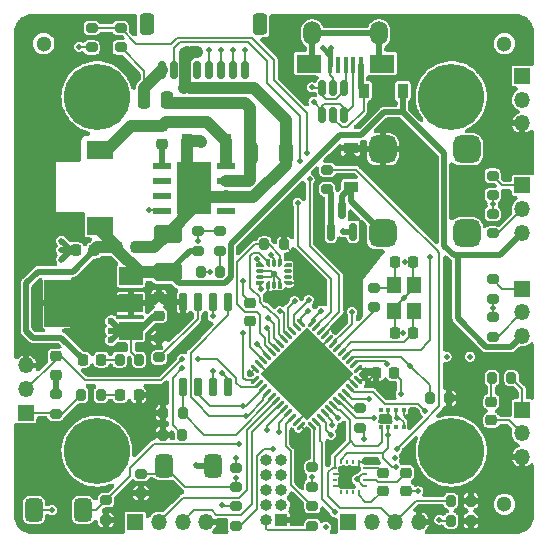
<source format=gbr>
%TF.GenerationSoftware,KiCad,Pcbnew,(6.0.1)*%
%TF.CreationDate,2022-03-28T13:47:25+03:00*%
%TF.ProjectId,fcb,6663622e-6b69-4636-9164-5f7063625858,0*%
%TF.SameCoordinates,Original*%
%TF.FileFunction,Copper,L1,Top*%
%TF.FilePolarity,Positive*%
%FSLAX46Y46*%
G04 Gerber Fmt 4.6, Leading zero omitted, Abs format (unit mm)*
G04 Created by KiCad (PCBNEW (6.0.1)) date 2022-03-28 13:47:25*
%MOMM*%
%LPD*%
G01*
G04 APERTURE LIST*
G04 Aperture macros list*
%AMRoundRect*
0 Rectangle with rounded corners*
0 $1 Rounding radius*
0 $2 $3 $4 $5 $6 $7 $8 $9 X,Y pos of 4 corners*
0 Add a 4 corners polygon primitive as box body*
4,1,4,$2,$3,$4,$5,$6,$7,$8,$9,$2,$3,0*
0 Add four circle primitives for the rounded corners*
1,1,$1+$1,$2,$3*
1,1,$1+$1,$4,$5*
1,1,$1+$1,$6,$7*
1,1,$1+$1,$8,$9*
0 Add four rect primitives between the rounded corners*
20,1,$1+$1,$2,$3,$4,$5,0*
20,1,$1+$1,$4,$5,$6,$7,0*
20,1,$1+$1,$6,$7,$8,$9,0*
20,1,$1+$1,$8,$9,$2,$3,0*%
%AMRotRect*
0 Rectangle, with rotation*
0 The origin of the aperture is its center*
0 $1 length*
0 $2 width*
0 $3 Rotation angle, in degrees counterclockwise*
0 Add horizontal line*
21,1,$1,$2,0,0,$3*%
%AMFreePoly0*
4,1,48,0.036020,0.199191,0.037970,0.199714,0.040958,0.198321,0.057086,0.195477,0.069630,0.184951,0.084467,0.178033,0.290533,-0.028033,0.293203,-0.031847,0.294953,-0.032857,0.296081,-0.035957,0.305473,-0.049370,0.306900,-0.065680,0.312500,-0.081066,0.312500,-0.125000,0.310782,-0.134742,0.311361,-0.138024,0.309695,-0.140910,0.307977,-0.150652,0.295451,-0.165579,0.285709,-0.182453,
0.279350,-0.184767,0.275000,-0.189952,0.255809,-0.193336,0.237500,-0.200000,-0.237500,-0.200000,-0.247242,-0.198282,-0.250524,-0.198861,-0.253410,-0.197195,-0.263152,-0.195477,-0.278079,-0.182951,-0.294953,-0.173209,-0.297267,-0.166850,-0.302452,-0.162500,-0.305836,-0.143309,-0.312500,-0.125000,-0.312500,0.125000,-0.310782,0.134742,-0.311361,0.138024,-0.309695,0.140910,-0.307977,0.150652,
-0.295451,0.165579,-0.285709,0.182453,-0.279350,0.184767,-0.275000,0.189952,-0.255809,0.193336,-0.237500,0.200000,0.031434,0.200000,0.036020,0.199191,0.036020,0.199191,$1*%
%AMFreePoly1*
4,1,48,0.247242,0.198282,0.250524,0.198861,0.253410,0.197195,0.263152,0.195477,0.278079,0.182951,0.294953,0.173209,0.297267,0.166850,0.302452,0.162500,0.305836,0.143309,0.312500,0.125000,0.312500,0.081066,0.311691,0.076480,0.312214,0.074529,0.310820,0.071540,0.307977,0.055414,0.297452,0.042871,0.290533,0.028033,0.084467,-0.178033,0.080653,-0.180703,0.079643,-0.182453,
0.076543,-0.183581,0.063130,-0.192973,0.046819,-0.194400,0.031434,-0.200000,-0.237500,-0.200000,-0.247242,-0.198282,-0.250524,-0.198861,-0.253410,-0.197195,-0.263152,-0.195477,-0.278079,-0.182951,-0.294953,-0.173209,-0.297267,-0.166850,-0.302452,-0.162500,-0.305836,-0.143309,-0.312500,-0.125000,-0.312500,0.125000,-0.310782,0.134742,-0.311361,0.138024,-0.309695,0.140910,-0.307977,0.150652,
-0.295451,0.165579,-0.285709,0.182453,-0.279350,0.184767,-0.275000,0.189952,-0.255809,0.193336,-0.237500,0.200000,0.237500,0.200000,0.247242,0.198282,0.247242,0.198282,$1*%
%AMFreePoly2*
4,1,48,0.134742,0.310782,0.138024,0.311361,0.140910,0.309695,0.150652,0.307977,0.165579,0.295451,0.182453,0.285709,0.184767,0.279350,0.189952,0.275000,0.193336,0.255809,0.200000,0.237500,0.200000,-0.237500,0.198282,-0.247242,0.198861,-0.250524,0.197195,-0.253410,0.195477,-0.263152,0.182951,-0.278079,0.173209,-0.294953,0.166850,-0.297267,0.162500,-0.302452,0.143309,-0.305836,
0.125000,-0.312500,-0.125000,-0.312500,-0.134742,-0.310782,-0.138024,-0.311361,-0.140910,-0.309695,-0.150652,-0.307977,-0.165579,-0.295451,-0.182453,-0.285709,-0.184767,-0.279350,-0.189952,-0.275000,-0.193336,-0.255809,-0.200000,-0.237500,-0.200000,0.031434,-0.199191,0.036020,-0.199714,0.037970,-0.198321,0.040958,-0.195477,0.057086,-0.184951,0.069630,-0.178033,0.084467,0.028033,0.290533,
0.031847,0.293203,0.032857,0.294953,0.035957,0.296081,0.049370,0.305473,0.065680,0.306900,0.081066,0.312500,0.125000,0.312500,0.134742,0.310782,0.134742,0.310782,$1*%
%AMFreePoly3*
4,1,48,-0.076480,0.311691,-0.074530,0.312214,-0.071542,0.310821,-0.055414,0.307977,-0.042870,0.297451,-0.028033,0.290533,0.178033,0.084467,0.180703,0.080653,0.182453,0.079643,0.183581,0.076543,0.192973,0.063130,0.194400,0.046820,0.200000,0.031434,0.200000,-0.237500,0.198282,-0.247242,0.198861,-0.250524,0.197195,-0.253410,0.195477,-0.263152,0.182951,-0.278079,0.173209,-0.294953,
0.166850,-0.297267,0.162500,-0.302452,0.143309,-0.305836,0.125000,-0.312500,-0.125000,-0.312500,-0.134742,-0.310782,-0.138024,-0.311361,-0.140910,-0.309695,-0.150652,-0.307977,-0.165579,-0.295451,-0.182453,-0.285709,-0.184767,-0.279350,-0.189952,-0.275000,-0.193336,-0.255809,-0.200000,-0.237500,-0.200000,0.237500,-0.198282,0.247242,-0.198861,0.250524,-0.197195,0.253410,-0.195477,0.263152,
-0.182951,0.278079,-0.173209,0.294953,-0.166850,0.297267,-0.162500,0.302452,-0.143309,0.305836,-0.125000,0.312500,-0.081066,0.312500,-0.076480,0.311691,-0.076480,0.311691,$1*%
%AMFreePoly4*
4,1,48,0.247242,0.198282,0.250524,0.198861,0.253410,0.197195,0.263152,0.195477,0.278079,0.182951,0.294953,0.173209,0.297267,0.166850,0.302452,0.162500,0.305836,0.143309,0.312500,0.125000,0.312500,-0.125000,0.310782,-0.134742,0.311361,-0.138024,0.309695,-0.140910,0.307977,-0.150652,0.295451,-0.165579,0.285709,-0.182453,0.279350,-0.184767,0.275000,-0.189952,0.255809,-0.193336,
0.237500,-0.200000,-0.031434,-0.200000,-0.036020,-0.199191,-0.037971,-0.199714,-0.040960,-0.198320,-0.057086,-0.195477,-0.069629,-0.184952,-0.084467,-0.178033,-0.290533,0.028033,-0.293203,0.031847,-0.294953,0.032857,-0.296081,0.035957,-0.305473,0.049370,-0.306900,0.065681,-0.312500,0.081066,-0.312500,0.125000,-0.310782,0.134742,-0.311361,0.138024,-0.309695,0.140910,-0.307977,0.150652,
-0.295451,0.165579,-0.285709,0.182453,-0.279350,0.184767,-0.275000,0.189952,-0.255809,0.193336,-0.237500,0.200000,0.237500,0.200000,0.247242,0.198282,0.247242,0.198282,$1*%
%AMFreePoly5*
4,1,48,0.247242,0.198282,0.250524,0.198861,0.253410,0.197195,0.263152,0.195477,0.278079,0.182951,0.294953,0.173209,0.297267,0.166850,0.302452,0.162500,0.305836,0.143309,0.312500,0.125000,0.312500,-0.125000,0.310782,-0.134742,0.311361,-0.138024,0.309695,-0.140910,0.307977,-0.150652,0.295451,-0.165579,0.285709,-0.182453,0.279350,-0.184767,0.275000,-0.189952,0.255809,-0.193336,
0.237500,-0.200000,-0.237500,-0.200000,-0.247242,-0.198282,-0.250524,-0.198861,-0.253410,-0.197195,-0.263152,-0.195477,-0.278079,-0.182951,-0.294953,-0.173209,-0.297267,-0.166850,-0.302452,-0.162500,-0.305836,-0.143309,-0.312500,-0.125000,-0.312500,-0.081066,-0.311691,-0.076480,-0.312214,-0.074530,-0.310821,-0.071542,-0.307977,-0.055414,-0.297451,-0.042870,-0.290533,-0.028033,-0.084467,0.178033,
-0.080653,0.180703,-0.079643,0.182453,-0.076543,0.183581,-0.063130,0.192973,-0.046820,0.194400,-0.031434,0.200000,0.237500,0.200000,0.247242,0.198282,0.247242,0.198282,$1*%
%AMFreePoly6*
4,1,48,0.134742,0.310782,0.138024,0.311361,0.140910,0.309695,0.150652,0.307977,0.165579,0.295451,0.182453,0.285709,0.184767,0.279350,0.189952,0.275000,0.193336,0.255809,0.200000,0.237500,0.200000,-0.031434,0.199191,-0.036020,0.199714,-0.037971,0.198320,-0.040960,0.195477,-0.057086,0.184952,-0.069629,0.178033,-0.084467,-0.028033,-0.290533,-0.031847,-0.293203,-0.032857,-0.294953,
-0.035957,-0.296081,-0.049370,-0.305473,-0.065681,-0.306900,-0.081066,-0.312500,-0.125000,-0.312500,-0.134742,-0.310782,-0.138024,-0.311361,-0.140910,-0.309695,-0.150652,-0.307977,-0.165579,-0.295451,-0.182453,-0.285709,-0.184767,-0.279350,-0.189952,-0.275000,-0.193336,-0.255809,-0.200000,-0.237500,-0.200000,0.237500,-0.198282,0.247242,-0.198861,0.250524,-0.197195,0.253410,-0.195477,0.263152,
-0.182951,0.278079,-0.173209,0.294953,-0.166850,0.297267,-0.162500,0.302452,-0.143309,0.305836,-0.125000,0.312500,0.125000,0.312500,0.134742,0.310782,0.134742,0.310782,$1*%
%AMFreePoly7*
4,1,48,0.134742,0.310782,0.138024,0.311361,0.140910,0.309695,0.150652,0.307977,0.165579,0.295451,0.182453,0.285709,0.184767,0.279350,0.189952,0.275000,0.193336,0.255809,0.200000,0.237500,0.200000,-0.237500,0.198282,-0.247242,0.198861,-0.250524,0.197195,-0.253410,0.195477,-0.263152,0.182951,-0.278079,0.173209,-0.294953,0.166850,-0.297267,0.162500,-0.302452,0.143309,-0.305836,
0.125000,-0.312500,0.081066,-0.312500,0.076480,-0.311691,0.074529,-0.312214,0.071540,-0.310820,0.055414,-0.307977,0.042871,-0.297452,0.028033,-0.290533,-0.178033,-0.084467,-0.180703,-0.080653,-0.182453,-0.079643,-0.183581,-0.076543,-0.192973,-0.063130,-0.194400,-0.046819,-0.200000,-0.031434,-0.200000,0.237500,-0.198282,0.247242,-0.198861,0.250524,-0.197195,0.253410,-0.195477,0.263152,
-0.182951,0.278079,-0.173209,0.294953,-0.166850,0.297267,-0.162500,0.302452,-0.143309,0.305836,-0.125000,0.312500,0.125000,0.312500,0.134742,0.310782,0.134742,0.310782,$1*%
G04 Aperture macros list end*
%TA.AperFunction,SMDPad,CuDef*%
%ADD10RoundRect,0.200000X-0.200000X-0.275000X0.200000X-0.275000X0.200000X0.275000X-0.200000X0.275000X0*%
%TD*%
%TA.AperFunction,SMDPad,CuDef*%
%ADD11RoundRect,0.225000X0.250000X-0.225000X0.250000X0.225000X-0.250000X0.225000X-0.250000X-0.225000X0*%
%TD*%
%TA.AperFunction,SMDPad,CuDef*%
%ADD12RoundRect,0.200000X0.200000X0.275000X-0.200000X0.275000X-0.200000X-0.275000X0.200000X-0.275000X0*%
%TD*%
%TA.AperFunction,WasherPad*%
%ADD13C,1.300000*%
%TD*%
%TA.AperFunction,SMDPad,CuDef*%
%ADD14RoundRect,0.200000X0.275000X-0.200000X0.275000X0.200000X-0.275000X0.200000X-0.275000X-0.200000X0*%
%TD*%
%TA.AperFunction,ComponentPad*%
%ADD15R,1.350000X1.350000*%
%TD*%
%TA.AperFunction,ComponentPad*%
%ADD16O,1.350000X1.350000*%
%TD*%
%TA.AperFunction,SMDPad,CuDef*%
%ADD17R,0.350000X0.350000*%
%TD*%
%TA.AperFunction,SMDPad,CuDef*%
%ADD18RoundRect,0.200000X-0.275000X0.200000X-0.275000X-0.200000X0.275000X-0.200000X0.275000X0.200000X0*%
%TD*%
%TA.AperFunction,SMDPad,CuDef*%
%ADD19RoundRect,0.150000X0.150000X-0.587500X0.150000X0.587500X-0.150000X0.587500X-0.150000X-0.587500X0*%
%TD*%
%TA.AperFunction,SMDPad,CuDef*%
%ADD20RoundRect,0.150000X0.150000X-0.650000X0.150000X0.650000X-0.150000X0.650000X-0.150000X-0.650000X0*%
%TD*%
%TA.AperFunction,SMDPad,CuDef*%
%ADD21RoundRect,0.062500X0.220971X0.309359X-0.309359X-0.220971X-0.220971X-0.309359X0.309359X0.220971X0*%
%TD*%
%TA.AperFunction,SMDPad,CuDef*%
%ADD22RoundRect,0.062500X-0.220971X0.309359X-0.309359X0.220971X0.220971X-0.309359X0.309359X-0.220971X0*%
%TD*%
%TA.AperFunction,SMDPad,CuDef*%
%ADD23RotRect,5.600000X5.600000X225.000000*%
%TD*%
%TA.AperFunction,SMDPad,CuDef*%
%ADD24R,1.200000X0.900000*%
%TD*%
%TA.AperFunction,SMDPad,CuDef*%
%ADD25RoundRect,0.250001X0.924999X-0.499999X0.924999X0.499999X-0.924999X0.499999X-0.924999X-0.499999X0*%
%TD*%
%TA.AperFunction,SMDPad,CuDef*%
%ADD26R,1.550000X0.600000*%
%TD*%
%TA.AperFunction,ComponentPad*%
%ADD27C,0.600000*%
%TD*%
%TA.AperFunction,SMDPad,CuDef*%
%ADD28R,2.600000X3.100000*%
%TD*%
%TA.AperFunction,SMDPad,CuDef*%
%ADD29R,2.950000X4.500000*%
%TD*%
%TA.AperFunction,SMDPad,CuDef*%
%ADD30RoundRect,0.225000X-0.250000X0.225000X-0.250000X-0.225000X0.250000X-0.225000X0.250000X0.225000X0*%
%TD*%
%TA.AperFunction,SMDPad,CuDef*%
%ADD31RoundRect,0.062500X-0.100000X-0.062500X0.100000X-0.062500X0.100000X0.062500X-0.100000X0.062500X0*%
%TD*%
%TA.AperFunction,SMDPad,CuDef*%
%ADD32RoundRect,0.062500X0.062500X-0.100000X0.062500X0.100000X-0.062500X0.100000X-0.062500X-0.100000X0*%
%TD*%
%TA.AperFunction,SMDPad,CuDef*%
%ADD33RoundRect,0.062500X0.100000X0.062500X-0.100000X0.062500X-0.100000X-0.062500X0.100000X-0.062500X0*%
%TD*%
%TA.AperFunction,SMDPad,CuDef*%
%ADD34RoundRect,0.062500X-0.062500X0.100000X-0.062500X-0.100000X0.062500X-0.100000X0.062500X0.100000X0*%
%TD*%
%TA.AperFunction,SMDPad,CuDef*%
%ADD35RoundRect,0.375000X-0.375000X-0.625000X0.375000X-0.625000X0.375000X0.625000X-0.375000X0.625000X0*%
%TD*%
%TA.AperFunction,SMDPad,CuDef*%
%ADD36RoundRect,0.225000X-0.225000X-0.250000X0.225000X-0.250000X0.225000X0.250000X-0.225000X0.250000X0*%
%TD*%
%TA.AperFunction,SMDPad,CuDef*%
%ADD37RoundRect,0.218750X0.256250X-0.218750X0.256250X0.218750X-0.256250X0.218750X-0.256250X-0.218750X0*%
%TD*%
%TA.AperFunction,SMDPad,CuDef*%
%ADD38R,2.200000X1.500000*%
%TD*%
%TA.AperFunction,SMDPad,CuDef*%
%ADD39RoundRect,0.225000X0.225000X0.250000X-0.225000X0.250000X-0.225000X-0.250000X0.225000X-0.250000X0*%
%TD*%
%TA.AperFunction,SMDPad,CuDef*%
%ADD40RoundRect,0.218750X-0.218750X-0.256250X0.218750X-0.256250X0.218750X0.256250X-0.218750X0.256250X0*%
%TD*%
%TA.AperFunction,SMDPad,CuDef*%
%ADD41RoundRect,0.218750X-0.256250X0.218750X-0.256250X-0.218750X0.256250X-0.218750X0.256250X0.218750X0*%
%TD*%
%TA.AperFunction,SMDPad,CuDef*%
%ADD42RoundRect,0.575000X-0.575000X-0.575000X0.575000X-0.575000X0.575000X0.575000X-0.575000X0.575000X0*%
%TD*%
%TA.AperFunction,ComponentPad*%
%ADD43C,5.600000*%
%TD*%
%TA.AperFunction,SMDPad,CuDef*%
%ADD44RoundRect,0.150000X-0.150000X0.512500X-0.150000X-0.512500X0.150000X-0.512500X0.150000X0.512500X0*%
%TD*%
%TA.AperFunction,SMDPad,CuDef*%
%ADD45R,1.200000X1.400000*%
%TD*%
%TA.AperFunction,SMDPad,CuDef*%
%ADD46R,0.900000X1.200000*%
%TD*%
%TA.AperFunction,SMDPad,CuDef*%
%ADD47RoundRect,0.250000X0.325000X0.650000X-0.325000X0.650000X-0.325000X-0.650000X0.325000X-0.650000X0*%
%TD*%
%TA.AperFunction,SMDPad,CuDef*%
%ADD48R,2.000000X1.500000*%
%TD*%
%TA.AperFunction,SMDPad,CuDef*%
%ADD49R,2.000000X3.800000*%
%TD*%
%TA.AperFunction,SMDPad,CuDef*%
%ADD50R,0.400000X1.400000*%
%TD*%
%TA.AperFunction,ComponentPad*%
%ADD51O,1.500000X2.000000*%
%TD*%
%TA.AperFunction,SMDPad,CuDef*%
%ADD52R,2.100000X1.600000*%
%TD*%
%TA.AperFunction,SMDPad,CuDef*%
%ADD53RoundRect,0.375000X0.375000X0.625000X-0.375000X0.625000X-0.375000X-0.625000X0.375000X-0.625000X0*%
%TD*%
%TA.AperFunction,ComponentPad*%
%ADD54R,1.000000X1.000000*%
%TD*%
%TA.AperFunction,ComponentPad*%
%ADD55O,1.000000X1.000000*%
%TD*%
%TA.AperFunction,SMDPad,CuDef*%
%ADD56RoundRect,0.250000X0.350000X0.650000X-0.350000X0.650000X-0.350000X-0.650000X0.350000X-0.650000X0*%
%TD*%
%TA.AperFunction,SMDPad,CuDef*%
%ADD57RoundRect,0.150000X0.150000X0.625000X-0.150000X0.625000X-0.150000X-0.625000X0.150000X-0.625000X0*%
%TD*%
%TA.AperFunction,SMDPad,CuDef*%
%ADD58RoundRect,0.218750X0.218750X0.256250X-0.218750X0.256250X-0.218750X-0.256250X0.218750X-0.256250X0*%
%TD*%
%TA.AperFunction,SMDPad,CuDef*%
%ADD59RoundRect,0.250000X-0.250000X-0.475000X0.250000X-0.475000X0.250000X0.475000X-0.250000X0.475000X0*%
%TD*%
%TA.AperFunction,SMDPad,CuDef*%
%ADD60FreePoly0,0.000000*%
%TD*%
%TA.AperFunction,SMDPad,CuDef*%
%ADD61RoundRect,0.100000X-0.212500X-0.100000X0.212500X-0.100000X0.212500X0.100000X-0.212500X0.100000X0*%
%TD*%
%TA.AperFunction,SMDPad,CuDef*%
%ADD62FreePoly1,0.000000*%
%TD*%
%TA.AperFunction,SMDPad,CuDef*%
%ADD63FreePoly2,0.000000*%
%TD*%
%TA.AperFunction,SMDPad,CuDef*%
%ADD64RoundRect,0.100000X-0.100000X-0.212500X0.100000X-0.212500X0.100000X0.212500X-0.100000X0.212500X0*%
%TD*%
%TA.AperFunction,SMDPad,CuDef*%
%ADD65FreePoly3,0.000000*%
%TD*%
%TA.AperFunction,SMDPad,CuDef*%
%ADD66FreePoly4,0.000000*%
%TD*%
%TA.AperFunction,SMDPad,CuDef*%
%ADD67FreePoly5,0.000000*%
%TD*%
%TA.AperFunction,SMDPad,CuDef*%
%ADD68FreePoly6,0.000000*%
%TD*%
%TA.AperFunction,SMDPad,CuDef*%
%ADD69FreePoly7,0.000000*%
%TD*%
%TA.AperFunction,ViaPad*%
%ADD70C,0.460000*%
%TD*%
%TA.AperFunction,ViaPad*%
%ADD71C,0.600000*%
%TD*%
%TA.AperFunction,Conductor*%
%ADD72C,0.200000*%
%TD*%
%TA.AperFunction,Conductor*%
%ADD73C,1.000000*%
%TD*%
%TA.AperFunction,Conductor*%
%ADD74C,0.500000*%
%TD*%
%TA.AperFunction,Conductor*%
%ADD75C,0.400000*%
%TD*%
G04 APERTURE END LIST*
D10*
%TO.P,R23,1*%
%TO.N,Net-(D5-Pad1)*%
X166450000Y-110800000D03*
%TO.P,R23,2*%
%TO.N,GND*%
X168100000Y-110800000D03*
%TD*%
D11*
%TO.P,C13,1*%
%TO.N,GND*%
X138250000Y-105525000D03*
%TO.P,C13,2*%
%TO.N,+3V3*%
X138250000Y-103975000D03*
%TD*%
D12*
%TO.P,R14,1*%
%TO.N,Net-(D4-Pad1)*%
X133325000Y-112250000D03*
%TO.P,R14,2*%
%TO.N,GND*%
X131675000Y-112250000D03*
%TD*%
D13*
%TO.P,T3,*%
%TO.N,*%
X167500000Y-121500000D03*
%TD*%
D14*
%TO.P,R28,1*%
%TO.N,/IO/AI_5V_2*%
X166500000Y-98575000D03*
%TO.P,R28,2*%
%TO.N,AI_5V_3V_2*%
X166500000Y-96925000D03*
%TD*%
D15*
%TO.P,J9,1,Pin_1*%
%TO.N,GND*%
X169000000Y-103250000D03*
D16*
%TO.P,J9,2,Pin_2*%
%TO.N,/IO/AI_5V_1*%
X169000000Y-105250000D03*
%TO.P,J9,3,Pin_3*%
%TO.N,+5V*%
X169000000Y-107250000D03*
%TD*%
D17*
%TO.P,U7,1,GND*%
%TO.N,GND*%
X158975000Y-114975000D03*
%TO.P,U7,2,CSB*%
%TO.N,unconnected-(U7-Pad2)*%
X158325000Y-114975000D03*
%TO.P,U7,3,SDI*%
%TO.N,I2C1_SDA*%
X157675000Y-114975000D03*
%TO.P,U7,4,SCK*%
%TO.N,I2C1_SCL*%
X157025000Y-114975000D03*
%TO.P,U7,5,SDO*%
%TO.N,unconnected-(U7-Pad5)*%
X157025000Y-113525000D03*
%TO.P,U7,6,VDDIO*%
%TO.N,+3V3*%
X157675000Y-113525000D03*
%TO.P,U7,7,GND*%
%TO.N,GND*%
X158325000Y-113525000D03*
%TO.P,U7,8,VDD*%
%TO.N,+3V3*%
X158975000Y-113525000D03*
%TD*%
D18*
%TO.P,R17,1*%
%TO.N,+3V3*%
X138250000Y-107425000D03*
%TO.P,R17,2*%
%TO.N,Net-(R17-Pad2)*%
X138250000Y-109075000D03*
%TD*%
D11*
%TO.P,C9,1*%
%TO.N,/BOOT*%
X138500000Y-91025000D03*
%TO.P,C9,2*%
%TO.N,/PH*%
X138500000Y-89475000D03*
%TD*%
D19*
%TO.P,Q1,1,B*%
%TO.N,/IO/Q_buzzer_B*%
X152800000Y-98437500D03*
%TO.P,Q1,2,E*%
%TO.N,GND*%
X154700000Y-98437500D03*
%TO.P,Q1,3,C*%
%TO.N,/IO/Q_buzzzer_C*%
X153750000Y-96562500D03*
%TD*%
D20*
%TO.P,U4,1,~{CS}*%
%TO.N,FLASH_CS_N*%
X140270000Y-111600000D03*
%TO.P,U4,2,DO(IO1)*%
%TO.N,SPI2_MISO*%
X141540000Y-111600000D03*
%TO.P,U4,3,IO2*%
%TO.N,Net-(R16-Pad2)*%
X142810000Y-111600000D03*
%TO.P,U4,4,GND*%
%TO.N,GND*%
X144080000Y-111600000D03*
%TO.P,U4,5,DI(IO0)*%
%TO.N,SPI2_MOSI*%
X144080000Y-104400000D03*
%TO.P,U4,6,CLK*%
%TO.N,SPI2_SCK*%
X142810000Y-104400000D03*
%TO.P,U4,7,IO3*%
%TO.N,Net-(R17-Pad2)*%
X141540000Y-104400000D03*
%TO.P,U4,8,VCC*%
%TO.N,+3V3*%
X140270000Y-104400000D03*
%TD*%
D18*
%TO.P,R2,1*%
%TO.N,AI_VBAT*%
X132550000Y-81175000D03*
%TO.P,R2,2*%
%TO.N,GND*%
X132550000Y-82825000D03*
%TD*%
D21*
%TO.P,U1,1,VBAT*%
%TO.N,+3V3*%
X155125223Y-110013864D03*
%TO.P,U1,2,PC13*%
%TO.N,RAD_IRQ_N*%
X154771670Y-109660311D03*
%TO.P,U1,3,PC14*%
%TO.N,RAD_CS_N*%
X154418116Y-109306757D03*
%TO.P,U1,4,PC15*%
%TO.N,RAD_GPIO_0*%
X154064563Y-108953204D03*
%TO.P,U1,5,PH0*%
%TO.N,OSC_IN*%
X153711010Y-108599651D03*
%TO.P,U1,6,PH1*%
%TO.N,OSC_OUT*%
X153357456Y-108246097D03*
%TO.P,U1,7,NRST*%
%TO.N,CPU_NRST*%
X153003903Y-107892544D03*
%TO.P,U1,8,VSSA*%
%TO.N,GND*%
X152650349Y-107538990D03*
%TO.P,U1,9,VDDA*%
%TO.N,+3V3*%
X152296796Y-107185437D03*
%TO.P,U1,10,PA0*%
%TO.N,AI_VBAT*%
X151943243Y-106831884D03*
%TO.P,U1,11,PA1*%
%TO.N,AI_CRNT*%
X151589689Y-106478330D03*
%TO.P,U1,12,PA2*%
%TO.N,AI_5V_3V_1*%
X151236136Y-106124777D03*
D22*
%TO.P,U1,13,PA3*%
%TO.N,AI_5V_3V_2*%
X150263864Y-106124777D03*
%TO.P,U1,14,PA4*%
%TO.N,AI_3V*%
X149910311Y-106478330D03*
%TO.P,U1,15,PA5*%
%TO.N,SPI1_SCK*%
X149556757Y-106831884D03*
%TO.P,U1,16,PA6*%
%TO.N,SPI1_MISO*%
X149203204Y-107185437D03*
%TO.P,U1,17,PA7*%
%TO.N,SPI1_MOSI*%
X148849651Y-107538990D03*
%TO.P,U1,18,PB0*%
%TO.N,TIM3_CH3*%
X148496097Y-107892544D03*
%TO.P,U1,19,PB1*%
%TO.N,TIM3_CH4*%
X148142544Y-108246097D03*
%TO.P,U1,20,PB2*%
%TO.N,IMU_CS_N*%
X147788990Y-108599651D03*
%TO.P,U1,21,PB10*%
%TO.N,SPI2_SCK*%
X147435437Y-108953204D03*
%TO.P,U1,22,VCAP1*%
%TO.N,/VCAP*%
X147081884Y-109306757D03*
%TO.P,U1,23,VSS*%
%TO.N,GND*%
X146728330Y-109660311D03*
%TO.P,U1,24,VDD*%
%TO.N,+3V3*%
X146374777Y-110013864D03*
D21*
%TO.P,U1,25,PB12*%
%TO.N,IMU_INT1*%
X146374777Y-110986136D03*
%TO.P,U1,26,PB13*%
%TO.N,GPIO_PB13*%
X146728330Y-111339689D03*
%TO.P,U1,27,PB14*%
%TO.N,SPI2_MISO*%
X147081884Y-111693243D03*
%TO.P,U1,28,PB15*%
%TO.N,SPI2_MOSI*%
X147435437Y-112046796D03*
%TO.P,U1,29,PA8*%
%TO.N,FLASH_CS_N*%
X147788990Y-112400349D03*
%TO.P,U1,30,PA9*%
%TO.N,USART1_TX*%
X148142544Y-112753903D03*
%TO.P,U1,31,PA10*%
%TO.N,USART1_RX*%
X148496097Y-113107456D03*
%TO.P,U1,32,PA11*%
%TO.N,USB_D-*%
X148849651Y-113461010D03*
%TO.P,U1,33,PA12*%
%TO.N,USB_D+*%
X149203204Y-113814563D03*
%TO.P,U1,34,PA13*%
%TO.N,SWDIO*%
X149556757Y-114168116D03*
%TO.P,U1,35,VSS*%
%TO.N,GND*%
X149910311Y-114521670D03*
%TO.P,U1,36,VDD*%
%TO.N,+3V3*%
X150263864Y-114875223D03*
D22*
%TO.P,U1,37,PA14*%
%TO.N,SWCLK*%
X151236136Y-114875223D03*
%TO.P,U1,38,PA15*%
%TO.N,BUZZER*%
X151589689Y-114521670D03*
%TO.P,U1,39,PB3*%
%TO.N,SWO*%
X151943243Y-114168116D03*
%TO.P,U1,40,PB4*%
%TO.N,TIM3_CH1*%
X152296796Y-113814563D03*
%TO.P,U1,41,PB5*%
%TO.N,TIM3_CH2*%
X152650349Y-113461010D03*
%TO.P,U1,42,PB6*%
%TO.N,I2C1_SCL*%
X153003903Y-113107456D03*
%TO.P,U1,43,PB7*%
%TO.N,I2C1_SDA*%
X153357456Y-112753903D03*
%TO.P,U1,44,BOOT0*%
%TO.N,CPU_BOOT0*%
X153711010Y-112400349D03*
%TO.P,U1,45,PB8*%
%TO.N,GPIO_PB8*%
X154064563Y-112046796D03*
%TO.P,U1,46,PB9*%
%TO.N,GPIO_PB9*%
X154418116Y-111693243D03*
%TO.P,U1,47,VSS*%
%TO.N,GND*%
X154771670Y-111339689D03*
%TO.P,U1,48,VDD*%
%TO.N,+3V3*%
X155125223Y-110986136D03*
D23*
%TO.P,U1,49,VSS*%
%TO.N,GND*%
X150750000Y-110500000D03*
%TD*%
D14*
%TO.P,R1,1*%
%TO.N,+BATT*%
X135000000Y-82825000D03*
%TO.P,R1,2*%
%TO.N,AI_VBAT*%
X135000000Y-81175000D03*
%TD*%
D24*
%TO.P,D7,1,K*%
%TO.N,+3V3*%
X154500000Y-91350000D03*
%TO.P,D7,2,A*%
%TO.N,/IO/Q_buzzzer_C*%
X154500000Y-94650000D03*
%TD*%
D15*
%TO.P,J4,1,Pin_1*%
%TO.N,GND*%
X154250000Y-123000000D03*
D16*
%TO.P,J4,2,Pin_2*%
%TO.N,I2C1_SDA*%
X156250000Y-123000000D03*
%TO.P,J4,3,Pin_3*%
%TO.N,I2C1_SCL*%
X158250000Y-123000000D03*
%TO.P,J4,4,Pin_4*%
%TO.N,+3V3*%
X160250000Y-123000000D03*
%TD*%
D25*
%TO.P,C11,1*%
%TO.N,+5V*%
X139000000Y-101875000D03*
%TO.P,C11,2*%
%TO.N,GND*%
X139000000Y-98625000D03*
%TD*%
D18*
%TO.P,R12,1*%
%TO.N,CPU_BOOT0*%
X155300000Y-113375000D03*
%TO.P,R12,2*%
%TO.N,GND*%
X155300000Y-115025000D03*
%TD*%
%TO.P,R6,1*%
%TO.N,/OSC_OUT_R*%
X156500000Y-103175000D03*
%TO.P,R6,2*%
%TO.N,OSC_OUT*%
X156500000Y-104825000D03*
%TD*%
%TO.P,R4,1*%
%TO.N,/VSENSE*%
X143400000Y-98400000D03*
%TO.P,R4,2*%
%TO.N,Net-(R4-Pad2)*%
X143400000Y-100050000D03*
%TD*%
D10*
%TO.P,R15,1*%
%TO.N,+3V3*%
X138600000Y-113750000D03*
%TO.P,R15,2*%
%TO.N,FLASH_CS_N*%
X140250000Y-113750000D03*
%TD*%
D13*
%TO.P,T2,*%
%TO.N,*%
X167500000Y-82500000D03*
%TD*%
D14*
%TO.P,R7,1*%
%TO.N,Net-(J2-Pad2)*%
X151250000Y-123325000D03*
%TO.P,R7,2*%
%TO.N,SWDIO*%
X151250000Y-121675000D03*
%TD*%
D15*
%TO.P,J11,1,Pin_1*%
%TO.N,GND*%
X169000000Y-85250000D03*
D16*
%TO.P,J11,2,Pin_2*%
%TO.N,AI_3V*%
X169000000Y-87250000D03*
%TO.P,J11,3,Pin_3*%
%TO.N,+3V3*%
X169000000Y-89250000D03*
%TD*%
D26*
%TO.P,U2,1,BOOT*%
%TO.N,/BOOT*%
X138550000Y-92845000D03*
%TO.P,U2,2,NC*%
%TO.N,unconnected-(U2-Pad2)*%
X138550000Y-94115000D03*
%TO.P,U2,3,NC*%
%TO.N,unconnected-(U2-Pad3)*%
X138550000Y-95385000D03*
%TO.P,U2,4,VSENSE*%
%TO.N,/VSENSE*%
X138550000Y-96655000D03*
%TO.P,U2,5,EN*%
%TO.N,unconnected-(U2-Pad5)*%
X143950000Y-96655000D03*
%TO.P,U2,6,GND*%
%TO.N,GND*%
X143950000Y-95385000D03*
%TO.P,U2,7,VIN*%
%TO.N,/VIN*%
X143950000Y-94115000D03*
%TO.P,U2,8,PH*%
%TO.N,/PH*%
X143950000Y-92845000D03*
D27*
%TO.P,U2,9,GNDPAD*%
%TO.N,GND*%
X140650000Y-95450000D03*
X141850000Y-92950000D03*
X141850000Y-94150000D03*
D28*
X141250000Y-94750000D03*
D27*
X141850000Y-96550000D03*
X140650000Y-94150000D03*
X140650000Y-96550000D03*
X141850000Y-95450000D03*
D29*
X141250000Y-94750000D03*
D27*
X140650000Y-92950000D03*
%TD*%
D30*
%TO.P,C19,1*%
%TO.N,Net-(C19-Pad1)*%
X159200000Y-118825000D03*
%TO.P,C19,2*%
%TO.N,GND*%
X159200000Y-120375000D03*
%TD*%
D11*
%TO.P,C3,1*%
%TO.N,GND*%
X146000000Y-95525000D03*
%TO.P,C3,2*%
%TO.N,/VIN*%
X146000000Y-93975000D03*
%TD*%
D14*
%TO.P,R22,1*%
%TO.N,+3V3*%
X133750000Y-122825000D03*
%TO.P,R22,2*%
%TO.N,GPIO_PB8*%
X133750000Y-121175000D03*
%TD*%
D31*
%TO.P,U8,1,SCL*%
%TO.N,I2C1_SCL*%
X153137500Y-118450000D03*
%TO.P,U8,2,VDD*%
%TO.N,+3V3*%
X153137500Y-118950000D03*
%TO.P,U8,3,NC*%
%TO.N,unconnected-(U8-Pad3)*%
X153137500Y-119450000D03*
%TO.P,U8,4,S1*%
%TO.N,+3V3*%
X153137500Y-119950000D03*
D32*
%TO.P,U8,5,NC*%
%TO.N,unconnected-(U8-Pad5)*%
X153650000Y-120462500D03*
%TO.P,U8,6,NC*%
%TO.N,unconnected-(U8-Pad6)*%
X154150000Y-120462500D03*
%TO.P,U8,7,NC*%
%TO.N,unconnected-(U8-Pad7)*%
X154650000Y-120462500D03*
%TO.P,U8,8,SETP*%
%TO.N,Net-(C20-Pad2)*%
X155150000Y-120462500D03*
D33*
%TO.P,U8,9,GND*%
%TO.N,GND*%
X155662500Y-119950000D03*
%TO.P,U8,10,C1*%
%TO.N,Net-(C19-Pad1)*%
X155662500Y-119450000D03*
%TO.P,U8,11,GND*%
%TO.N,GND*%
X155662500Y-118950000D03*
%TO.P,U8,12,SETC*%
%TO.N,Net-(C20-Pad1)*%
X155662500Y-118450000D03*
D34*
%TO.P,U8,13,VDDIO*%
%TO.N,+3V3*%
X155150000Y-117937500D03*
%TO.P,U8,14,NC*%
%TO.N,unconnected-(U8-Pad14)*%
X154650000Y-117937500D03*
%TO.P,U8,15,DRDY*%
%TO.N,unconnected-(U8-Pad15)*%
X154150000Y-117937500D03*
%TO.P,U8,16,SDA*%
%TO.N,I2C1_SDA*%
X153650000Y-117937500D03*
%TD*%
D15*
%TO.P,J7,1,Pin_1*%
%TO.N,GND*%
X127000000Y-113750000D03*
D16*
%TO.P,J7,2,Pin_2*%
%TO.N,GPIO_PB13*%
X127000000Y-111750000D03*
%TO.P,J7,3,Pin_3*%
%TO.N,+3V3*%
X127000000Y-109750000D03*
%TD*%
D35*
%TO.P,SW2,1,1*%
%TO.N,GND*%
X127675000Y-122000000D03*
%TO.P,SW2,2,2*%
%TO.N,GPIO_PB8*%
X131825000Y-122000000D03*
%TD*%
D36*
%TO.P,C12,1*%
%TO.N,GND*%
X131225000Y-100000000D03*
%TO.P,C12,2*%
%TO.N,+5V*%
X132775000Y-100000000D03*
%TD*%
D37*
%TO.P,D6,1,K*%
%TO.N,Net-(D6-Pad1)*%
X129500000Y-110537500D03*
%TO.P,D6,2,A*%
%TO.N,GPIO_PB13*%
X129500000Y-108962500D03*
%TD*%
D13*
%TO.P,T1,*%
%TO.N,*%
X128500000Y-82500000D03*
%TD*%
D10*
%TO.P,R16,1*%
%TO.N,+3V3*%
X138575000Y-115600000D03*
%TO.P,R16,2*%
%TO.N,Net-(R16-Pad2)*%
X140225000Y-115600000D03*
%TD*%
D38*
%TO.P,L1,1,1*%
%TO.N,/PH*%
X133250000Y-91550000D03*
%TO.P,L1,2,2*%
%TO.N,+5V*%
X133250000Y-97950000D03*
%TD*%
D14*
%TO.P,R27,1*%
%TO.N,AI_5V_3V_1*%
X166500000Y-104100000D03*
%TO.P,R27,2*%
%TO.N,GND*%
X166500000Y-102450000D03*
%TD*%
D39*
%TO.P,CL2,1*%
%TO.N,GND*%
X159750000Y-101000000D03*
%TO.P,CL2,2*%
%TO.N,/OSC_OUT_R*%
X158200000Y-101000000D03*
%TD*%
D40*
%TO.P,D4,1,K*%
%TO.N,Net-(D4-Pad1)*%
X134962500Y-112250000D03*
%TO.P,D4,2,A*%
%TO.N,+3V3*%
X136537500Y-112250000D03*
%TD*%
D41*
%TO.P,D5,1,K*%
%TO.N,Net-(D5-Pad1)*%
X166400000Y-112812500D03*
%TO.P,D5,2,A*%
%TO.N,GPIO_PB9*%
X166400000Y-114387500D03*
%TD*%
D12*
%TO.P,R20,1*%
%TO.N,+3V3*%
X164650000Y-121200000D03*
%TO.P,R20,2*%
%TO.N,I2C1_SCL*%
X163000000Y-121200000D03*
%TD*%
D42*
%TO.P,BZ1,*%
%TO.N,*%
X164300000Y-91450000D03*
X164300000Y-98550000D03*
%TO.P,BZ1,1,-*%
%TO.N,+3V3*%
X157200000Y-91450000D03*
%TO.P,BZ1,2,+*%
%TO.N,/IO/Q_buzzzer_C*%
X157200000Y-98550000D03*
%TD*%
D14*
%TO.P,R11,1*%
%TO.N,+3V3*%
X136750000Y-120575000D03*
%TO.P,R11,2*%
%TO.N,CPU_NRST*%
X136750000Y-118925000D03*
%TD*%
D30*
%TO.P,C1,1*%
%TO.N,GND*%
X146000000Y-104425000D03*
%TO.P,C1,2*%
%TO.N,/VCAP*%
X146000000Y-105975000D03*
%TD*%
D12*
%TO.P,R19,1*%
%TO.N,+3V3*%
X162825000Y-112500000D03*
%TO.P,R19,2*%
%TO.N,RAD_CS_N*%
X161175000Y-112500000D03*
%TD*%
D15*
%TO.P,J6,1,Pin_1*%
%TO.N,GND*%
X169000000Y-113500000D03*
D16*
%TO.P,J6,2,Pin_2*%
%TO.N,GPIO_PB9*%
X169000000Y-115500000D03*
%TO.P,J6,3,Pin_3*%
%TO.N,+3V3*%
X169000000Y-117500000D03*
%TD*%
D12*
%TO.P,R5,1*%
%TO.N,Net-(R4-Pad2)*%
X143425000Y-101800000D03*
%TO.P,R5,2*%
%TO.N,GND*%
X141775000Y-101800000D03*
%TD*%
D39*
%TO.P,CL1,1*%
%TO.N,OSC_IN*%
X159775000Y-107000000D03*
%TO.P,CL1,2*%
%TO.N,GND*%
X158225000Y-107000000D03*
%TD*%
D10*
%TO.P,R13,1*%
%TO.N,Net-(D3-Pad1)*%
X134925000Y-109250000D03*
%TO.P,R13,2*%
%TO.N,GND*%
X136575000Y-109250000D03*
%TD*%
D39*
%TO.P,C10,1*%
%TO.N,GND*%
X136275000Y-99750000D03*
%TO.P,C10,2*%
%TO.N,+5V*%
X134725000Y-99750000D03*
%TD*%
D14*
%TO.P,R3,1*%
%TO.N,+5V*%
X141600000Y-100025000D03*
%TO.P,R3,2*%
%TO.N,/VSENSE*%
X141600000Y-98375000D03*
%TD*%
D43*
%TO.P,H2,*%
%TO.N,*%
X163000000Y-87000000D03*
%TD*%
D15*
%TO.P,J10,1,Pin_1*%
%TO.N,GND*%
X169000000Y-94500000D03*
D16*
%TO.P,J10,2,Pin_2*%
%TO.N,/IO/AI_5V_2*%
X169000000Y-96500000D03*
%TO.P,J10,3,Pin_3*%
%TO.N,+5V*%
X169000000Y-98500000D03*
%TD*%
D43*
%TO.P,H3,*%
%TO.N,*%
X133000000Y-117000000D03*
%TD*%
D44*
%TO.P,U9,1,IO1*%
%TO.N,USB_D+*%
X153950000Y-86262500D03*
%TO.P,U9,2,VN*%
%TO.N,GND*%
X153000000Y-86262500D03*
%TO.P,U9,3,IO2*%
%TO.N,USB_D+*%
X152050000Y-86262500D03*
%TO.P,U9,4,IO3*%
%TO.N,USB_D-*%
X152050000Y-88537500D03*
%TO.P,U9,5,VP*%
%TO.N,5V_USB*%
X153000000Y-88537500D03*
%TO.P,U9,6,IO4*%
%TO.N,USB_D-*%
X153950000Y-88537500D03*
%TD*%
D45*
%TO.P,Y1,1,1*%
%TO.N,/OSC_OUT_R*%
X158150000Y-102900000D03*
%TO.P,Y1,2,2*%
%TO.N,GND*%
X158150000Y-105100000D03*
%TO.P,Y1,3,3*%
%TO.N,OSC_IN*%
X159850000Y-105100000D03*
%TO.P,Y1,4,4*%
%TO.N,GND*%
X159850000Y-102900000D03*
%TD*%
D18*
%TO.P,R10,1*%
%TO.N,Net-(J2-Pad10)*%
X144750000Y-118425000D03*
%TO.P,R10,2*%
%TO.N,CPU_NRST*%
X144750000Y-120075000D03*
%TD*%
D46*
%TO.P,D1,1,K*%
%TO.N,/PH*%
X143900000Y-90750000D03*
%TO.P,D1,2,A*%
%TO.N,GND*%
X140600000Y-90750000D03*
%TD*%
D47*
%TO.P,C2,1*%
%TO.N,GND*%
X148975000Y-91750000D03*
%TO.P,C2,2*%
%TO.N,/VIN*%
X146025000Y-91750000D03*
%TD*%
D48*
%TO.P,U3,1,GND*%
%TO.N,GND*%
X135900000Y-106800000D03*
D49*
%TO.P,U3,2,VO*%
%TO.N,+3V3*%
X129600000Y-104500000D03*
D48*
X135900000Y-104500000D03*
%TO.P,U3,3,VI*%
%TO.N,+5V*%
X135900000Y-102200000D03*
%TD*%
D43*
%TO.P,H4,*%
%TO.N,*%
X163000000Y-117000000D03*
%TD*%
D50*
%TO.P,J5,1,VBUS*%
%TO.N,5V_USB*%
X155350000Y-84288500D03*
%TO.P,J5,2,D-*%
%TO.N,USB_D-*%
X154700000Y-84288500D03*
%TO.P,J5,3,D+*%
%TO.N,USB_D+*%
X154050000Y-84288500D03*
%TO.P,J5,4,ID*%
%TO.N,unconnected-(J5-Pad4)*%
X153400000Y-84288500D03*
%TO.P,J5,5,GND*%
%TO.N,GND*%
X152750000Y-84288500D03*
D51*
%TO.P,J5,6,Shield*%
%TO.N,unconnected-(J5-Pad6)*%
X156880000Y-81638500D03*
D52*
X157150000Y-84188500D03*
X150950000Y-84188500D03*
D51*
X151220000Y-81638500D03*
%TD*%
D53*
%TO.P,SW1,1,1*%
%TO.N,GND*%
X142825000Y-118250000D03*
%TO.P,SW1,2,2*%
%TO.N,CPU_NRST*%
X138675000Y-118250000D03*
%TD*%
D14*
%TO.P,R29,1*%
%TO.N,AI_5V_3V_2*%
X166500000Y-95325000D03*
%TO.P,R29,2*%
%TO.N,GND*%
X166500000Y-93675000D03*
%TD*%
%TO.P,R8,1*%
%TO.N,Net-(J2-Pad4)*%
X151250000Y-120000000D03*
%TO.P,R8,2*%
%TO.N,SWCLK*%
X151250000Y-118350000D03*
%TD*%
D15*
%TO.P,J8,1,Pin_1*%
%TO.N,GND*%
X136250000Y-123000000D03*
D16*
%TO.P,J8,2,Pin_2*%
%TO.N,USART1_TX*%
X138250000Y-123000000D03*
%TO.P,J8,3,Pin_3*%
%TO.N,USART1_RX*%
X140250000Y-123000000D03*
%TO.P,J8,4,Pin_4*%
%TO.N,+3V3*%
X142250000Y-123000000D03*
%TD*%
D18*
%TO.P,R24,1*%
%TO.N,Net-(D6-Pad1)*%
X129500000Y-112200000D03*
%TO.P,R24,2*%
%TO.N,GND*%
X129500000Y-113850000D03*
%TD*%
D30*
%TO.P,C20,1*%
%TO.N,Net-(C20-Pad1)*%
X157200000Y-118825000D03*
%TO.P,C20,2*%
%TO.N,Net-(C20-Pad2)*%
X157200000Y-120375000D03*
%TD*%
D54*
%TO.P,J2,1,Pin_1*%
%TO.N,+3V3*%
X148625000Y-122850000D03*
D55*
%TO.P,J2,2,Pin_2*%
%TO.N,Net-(J2-Pad2)*%
X147355000Y-122850000D03*
%TO.P,J2,3,Pin_3*%
%TO.N,GND*%
X148625000Y-121580000D03*
%TO.P,J2,4,Pin_4*%
%TO.N,Net-(J2-Pad4)*%
X147355000Y-121580000D03*
%TO.P,J2,5,Pin_5*%
%TO.N,GND*%
X148625000Y-120310000D03*
%TO.P,J2,6,Pin_6*%
%TO.N,Net-(J2-Pad6)*%
X147355000Y-120310000D03*
%TO.P,J2,7,Pin_7*%
%TO.N,unconnected-(J2-Pad7)*%
X148625000Y-119040000D03*
%TO.P,J2,8,Pin_8*%
%TO.N,unconnected-(J2-Pad8)*%
X147355000Y-119040000D03*
%TO.P,J2,9,Pin_9*%
%TO.N,GND*%
X148625000Y-117770000D03*
%TO.P,J2,10,Pin_10*%
%TO.N,Net-(J2-Pad10)*%
X147355000Y-117770000D03*
%TD*%
D56*
%TO.P,J1,MP*%
%TO.N,N/C*%
X146800000Y-80875000D03*
X137200000Y-80875000D03*
D57*
%TO.P,J1,8,VBAT*%
%TO.N,+BATT*%
X138500000Y-84750000D03*
%TO.P,J1,7,CRNT*%
%TO.N,AI_CRNT*%
X139500000Y-84750000D03*
%TO.P,J1,6,GND*%
%TO.N,GND*%
X140500000Y-84750000D03*
%TO.P,J1,5,Pin_5*%
%TO.N,unconnected-(J1-Pad5)*%
X141500000Y-84750000D03*
%TO.P,J1,4,IN1*%
%TO.N,TIM3_CH1*%
X142500000Y-84750000D03*
%TO.P,J1,3,IN2*%
%TO.N,TIM3_CH2*%
X143500000Y-84750000D03*
%TO.P,J1,2,IN3*%
%TO.N,TIM3_CH3*%
X144500000Y-84750000D03*
%TO.P,J1,1,IN4*%
%TO.N,TIM3_CH4*%
X145500000Y-84750000D03*
%TD*%
D18*
%TO.P,R25,1*%
%TO.N,BUZZER*%
X152500000Y-93175000D03*
%TO.P,R25,2*%
%TO.N,/IO/Q_buzzer_B*%
X152500000Y-94825000D03*
%TD*%
D39*
%TO.P,C4,1*%
%TO.N,GND*%
X158175000Y-110400000D03*
%TO.P,C4,2*%
%TO.N,+3V3*%
X156625000Y-110400000D03*
%TD*%
D18*
%TO.P,R9,1*%
%TO.N,Net-(J2-Pad6)*%
X144750000Y-121675000D03*
%TO.P,R9,2*%
%TO.N,SWO*%
X144750000Y-123325000D03*
%TD*%
D46*
%TO.P,D2,1,K*%
%TO.N,+5V*%
X158900000Y-86500000D03*
%TO.P,D2,2,A*%
%TO.N,5V_USB*%
X155600000Y-86500000D03*
%TD*%
D14*
%TO.P,R26,1*%
%TO.N,/IO/AI_5V_1*%
X166500000Y-107300000D03*
%TO.P,R26,2*%
%TO.N,AI_5V_3V_1*%
X166500000Y-105650000D03*
%TD*%
D58*
%TO.P,D3,1,K*%
%TO.N,Net-(D3-Pad1)*%
X133387500Y-109250000D03*
%TO.P,D3,2,A*%
%TO.N,+5V*%
X131812500Y-109250000D03*
%TD*%
D12*
%TO.P,R21,1*%
%TO.N,+3V3*%
X164650000Y-122900000D03*
%TO.P,R21,2*%
%TO.N,I2C1_SDA*%
X163000000Y-122900000D03*
%TD*%
D59*
%TO.P,FB1,1*%
%TO.N,+BATT*%
X137000000Y-87250000D03*
%TO.P,FB1,2*%
%TO.N,/VIN*%
X138900000Y-87250000D03*
%TD*%
D60*
%TO.P,U5,1,SDO/SA0*%
%TO.N,SPI1_MISO*%
X146837500Y-101250000D03*
D61*
%TO.P,U5,2,SDX*%
%TO.N,GND*%
X146837500Y-101750000D03*
%TO.P,U5,3,SCX*%
X146837500Y-102250000D03*
D62*
%TO.P,U5,4,INT1*%
%TO.N,IMU_INT1*%
X146837500Y-102750000D03*
D63*
%TO.P,U5,5,VDDIO*%
%TO.N,+3V3*%
X147500000Y-102912500D03*
D64*
%TO.P,U5,6,GND*%
%TO.N,GND*%
X148000000Y-102912500D03*
D65*
%TO.P,U5,7,GND*%
X148500000Y-102912500D03*
D66*
%TO.P,U5,8,VDD*%
%TO.N,+3V3*%
X149162500Y-102750000D03*
D61*
%TO.P,U5,9,INT2*%
%TO.N,unconnected-(U5-Pad9)*%
X149162500Y-102250000D03*
%TO.P,U5,10,NC*%
%TO.N,unconnected-(U5-Pad10)*%
X149162500Y-101750000D03*
D67*
%TO.P,U5,11,NC*%
%TO.N,unconnected-(U5-Pad11)*%
X149162500Y-101250000D03*
D68*
%TO.P,U5,12,CS*%
%TO.N,IMU_CS_N*%
X148500000Y-101087500D03*
D64*
%TO.P,U5,13,SCL*%
%TO.N,SPI1_SCK*%
X148000000Y-101087500D03*
D69*
%TO.P,U5,14,SDA*%
%TO.N,SPI1_MOSI*%
X147500000Y-101087500D03*
%TD*%
D43*
%TO.P,H1,*%
%TO.N,*%
X133000000Y-87000000D03*
%TD*%
D12*
%TO.P,R18,1*%
%TO.N,+3V3*%
X148825000Y-99500000D03*
%TO.P,R18,2*%
%TO.N,IMU_CS_N*%
X147175000Y-99500000D03*
%TD*%
D70*
%TO.N,+3V3*%
X157400000Y-114200000D03*
X150250000Y-102829500D03*
D71*
X134000000Y-104600000D03*
D70*
X147370500Y-104250000D03*
X154000000Y-119400000D03*
D71*
X153800000Y-92400000D03*
D70*
X165600000Y-121200000D03*
X165600000Y-122800000D03*
X159500000Y-114225000D03*
D71*
X131400000Y-103000000D03*
X131400000Y-104800000D03*
X140400000Y-108200000D03*
D70*
X137600000Y-115600000D03*
X153200000Y-106600000D03*
X133745003Y-122004500D03*
D71*
X164000000Y-112200000D03*
X165200000Y-114400000D03*
D70*
X155800000Y-117800000D03*
D71*
X159800000Y-92400000D03*
X131400000Y-103800000D03*
X132800000Y-104600000D03*
X150200000Y-119200000D03*
X150800000Y-115400000D03*
X131400000Y-105800000D03*
D70*
X136600000Y-113400000D03*
X137800000Y-120600000D03*
D71*
X153800000Y-115200000D03*
X159800000Y-91200000D03*
D70*
X157203020Y-112012249D03*
D71*
X155000000Y-92400000D03*
D70*
X146000000Y-110400000D03*
D71*
X152779031Y-116973147D03*
D70*
%TO.N,Net-(J2-Pad4)*%
X151200000Y-119179500D03*
%TO.N,Net-(J2-Pad6)*%
X143600000Y-121600000D03*
%TO.N,CPU_NRST*%
X152400000Y-123400000D03*
X154600000Y-105200000D03*
X144800000Y-119254500D03*
%TO.N,RAD_GPIO_0*%
X161200000Y-100600000D03*
%TO.N,RAD_CS_N*%
X159545500Y-109800000D03*
%TO.N,RAD_IRQ_N*%
X157571727Y-109589553D03*
%TO.N,AI_VBAT*%
X151000000Y-94000000D03*
X150800000Y-91800000D03*
%TO.N,AI_CRNT*%
X150000000Y-96000000D03*
X150200000Y-92400000D03*
%TO.N,Net-(J2-Pad10)*%
X144800000Y-117600000D03*
%TO.N,AI_3V*%
X150921587Y-104225635D03*
%TO.N,SPI1_SCK*%
X149729500Y-104320987D03*
X147700000Y-100400000D03*
%TO.N,SPI1_MISO*%
X146522373Y-100777627D03*
X148502247Y-105153933D03*
%TO.N,TIM3_CH3*%
X144500000Y-83000000D03*
X147500000Y-105700000D03*
%TO.N,TIM3_CH4*%
X147400000Y-106600000D03*
X145500000Y-83000000D03*
%TO.N,SPI2_SCK*%
X146529500Y-107925586D03*
X142800000Y-105600000D03*
%TO.N,IMU_INT1*%
X145400000Y-107000000D03*
X146900000Y-103300000D03*
%TO.N,GPIO_PB13*%
X141600000Y-109200000D03*
X140200000Y-109200000D03*
%TO.N,SPI2_MISO*%
X145400000Y-113200000D03*
X164600000Y-109000000D03*
%TO.N,SPI2_MOSI*%
X162600000Y-109000000D03*
X145593083Y-113993083D03*
%TO.N,SWO*%
X152800000Y-115600000D03*
X147923198Y-116823235D03*
%TO.N,TIM3_CH1*%
X152929500Y-114800000D03*
X142500000Y-83000000D03*
%TO.N,TIM3_CH2*%
X153411492Y-114211492D03*
X143500000Y-83000000D03*
%TO.N,I2C1_SDA*%
X157675000Y-115670500D03*
X156447463Y-114200000D03*
X162000000Y-122800000D03*
X158334904Y-118376329D03*
%TO.N,GPIO_PB8*%
X145000000Y-116400000D03*
X156000000Y-112600000D03*
%TO.N,GPIO_PB9*%
X160800000Y-113600000D03*
%TO.N,Net-(R16-Pad2)*%
X140200000Y-110000000D03*
X142800000Y-110200000D03*
%TO.N,BUZZER*%
X158400000Y-116800000D03*
X153167539Y-122189180D03*
%TO.N,AI_5V_3V_1*%
X152000000Y-105100000D03*
X166500000Y-104900000D03*
%TO.N,AI_5V_3V_2*%
X150900000Y-105100000D03*
X166500000Y-96100000D03*
%TO.N,GND*%
X155000000Y-119400000D03*
X159000000Y-104000000D03*
D71*
X134200000Y-107600000D03*
X134200000Y-106800000D03*
D70*
X155600000Y-116000000D03*
X151794669Y-108394669D03*
X158895500Y-107000000D03*
X158718561Y-112177789D03*
D71*
X141500489Y-83200000D03*
D70*
X160200000Y-120400000D03*
D71*
X148000000Y-102000000D03*
X142800000Y-86300480D03*
X141800000Y-90800000D03*
D70*
X141400000Y-118200000D03*
X158200000Y-117600000D03*
D71*
X134200000Y-106000000D03*
D70*
X152100000Y-82900000D03*
X131500000Y-82750000D03*
X152800000Y-82900000D03*
X142595500Y-101800000D03*
X150750000Y-113681981D03*
X130000000Y-100000000D03*
X130000000Y-99200000D03*
X158400000Y-114200000D03*
X130000000Y-100800000D03*
X145400000Y-102600000D03*
X147534009Y-110465991D03*
X153800000Y-98400000D03*
D71*
X140400000Y-86300480D03*
D70*
X143600000Y-110400000D03*
X159079500Y-101000000D03*
D71*
X140600000Y-83200000D03*
X141600000Y-86300480D03*
D70*
X129200000Y-122000000D03*
X153700000Y-110500000D03*
%TO.N,/VSENSE*%
X137400000Y-96600000D03*
X141600000Y-99195500D03*
%TO.N,USB_D-*%
X151340900Y-87459100D03*
X147400000Y-115245000D03*
%TO.N,USB_D+*%
X151200000Y-86200000D03*
X148400000Y-115400000D03*
%TD*%
D72*
%TO.N,+BATT*%
X135000000Y-82825000D02*
X137000000Y-84825000D01*
D73*
X137000000Y-87250000D02*
X137000000Y-86250000D01*
X137000000Y-86250000D02*
X138500000Y-84750000D01*
D72*
X137000000Y-84825000D02*
X137000000Y-87250000D01*
D74*
%TO.N,+3V3*%
X154500000Y-91900000D02*
X155000000Y-92400000D01*
D72*
X157675000Y-113525000D02*
X157675000Y-113925000D01*
X157675000Y-113925000D02*
X157400000Y-114200000D01*
X146374777Y-110025223D02*
X146000000Y-110400000D01*
X149800480Y-100475480D02*
X149800480Y-102379980D01*
X155125223Y-110013864D02*
X156238864Y-110013864D01*
D74*
X140270000Y-105405000D02*
X140270000Y-104400000D01*
D72*
X158975000Y-113525000D02*
X158975000Y-113975000D01*
X156038864Y-110986136D02*
X156625000Y-110400000D01*
X153550000Y-118950000D02*
X154000000Y-119400000D01*
X152296796Y-107103204D02*
X152800000Y-106600000D01*
X153137500Y-119950000D02*
X153450000Y-119950000D01*
D74*
X154600000Y-91450000D02*
X154500000Y-91350000D01*
X163700000Y-112500000D02*
X164000000Y-112200000D01*
X135900000Y-104500000D02*
X137725000Y-104500000D01*
X136537500Y-113337500D02*
X136600000Y-113400000D01*
X137725000Y-104500000D02*
X138250000Y-103975000D01*
D72*
X150263864Y-114875223D02*
X150275223Y-114875223D01*
X156625000Y-111434229D02*
X157203020Y-112012249D01*
X158975000Y-113975000D02*
X159225000Y-114225000D01*
X152296796Y-107185437D02*
X152296796Y-107103204D01*
D74*
X138250000Y-107425000D02*
X139537500Y-106137500D01*
D72*
X149162500Y-102750000D02*
X150170500Y-102750000D01*
X148825000Y-99500000D02*
X149800480Y-100475480D01*
D74*
X158850000Y-91450000D02*
X159800000Y-92400000D01*
D72*
X146374777Y-110013864D02*
X146374777Y-110025223D01*
X155662500Y-117937500D02*
X155800000Y-117800000D01*
X149800480Y-102379980D02*
X150250000Y-102829500D01*
D74*
X157200000Y-91450000D02*
X159550000Y-91450000D01*
D72*
X159225000Y-114225000D02*
X159500000Y-114225000D01*
X154000000Y-119400000D02*
X155150000Y-118250000D01*
X156238864Y-110013864D02*
X156625000Y-110400000D01*
X155125223Y-110986136D02*
X156038864Y-110986136D01*
D74*
X136537500Y-112250000D02*
X136537500Y-113337500D01*
X162825000Y-112500000D02*
X163700000Y-112500000D01*
X154500000Y-91700000D02*
X153800000Y-92400000D01*
D72*
X155150000Y-117937500D02*
X155662500Y-117937500D01*
X153450000Y-119950000D02*
X154000000Y-119400000D01*
X147500000Y-102912500D02*
X147500000Y-104120500D01*
X147500000Y-104120500D02*
X147370500Y-104250000D01*
X164650000Y-122900000D02*
X165500000Y-122900000D01*
X165500000Y-122900000D02*
X165600000Y-122800000D01*
X153137500Y-118950000D02*
X153550000Y-118950000D01*
X164650000Y-121200000D02*
X165600000Y-121200000D01*
D74*
X138675000Y-104400000D02*
X138250000Y-103975000D01*
D72*
X150275223Y-114875223D02*
X150800000Y-115400000D01*
D74*
X150200000Y-116000000D02*
X150200000Y-119200000D01*
X157200000Y-91450000D02*
X158850000Y-91450000D01*
D72*
X150170500Y-102750000D02*
X150250000Y-102829500D01*
D74*
X139537500Y-106137500D02*
X140270000Y-105405000D01*
D72*
X133750000Y-122009497D02*
X133745003Y-122004500D01*
D74*
X154500000Y-91350000D02*
X154500000Y-91900000D01*
X138575000Y-115600000D02*
X137600000Y-115600000D01*
X140270000Y-104400000D02*
X138675000Y-104400000D01*
D72*
X156625000Y-110400000D02*
X156625000Y-111434229D01*
D74*
X154500000Y-91350000D02*
X154500000Y-91700000D01*
X157200000Y-91450000D02*
X154600000Y-91450000D01*
X159550000Y-91450000D02*
X159800000Y-91200000D01*
X150800000Y-115400000D02*
X150200000Y-116000000D01*
D72*
X155150000Y-118250000D02*
X155150000Y-117937500D01*
X133750000Y-122825000D02*
X133750000Y-122009497D01*
X152800000Y-106600000D02*
X153200000Y-106600000D01*
D74*
%TO.N,+5V*%
X139000000Y-101875000D02*
X139925000Y-102800000D01*
X163551110Y-105769669D02*
X165955961Y-108174520D01*
X162400000Y-91800000D02*
X158900000Y-88300000D01*
X140850000Y-100025000D02*
X139000000Y-101875000D01*
X144324520Y-102294039D02*
X144324520Y-99475480D01*
X127000000Y-106800000D02*
X127000000Y-102800000D01*
X131812500Y-109250000D02*
X131812500Y-109212500D01*
D73*
X136617532Y-101875000D02*
X139000000Y-101875000D01*
X134725000Y-99982468D02*
X136617532Y-101875000D01*
D74*
X163551110Y-100400000D02*
X167100000Y-100400000D01*
X127000000Y-102800000D02*
X128000000Y-101800000D01*
X143818559Y-102800000D02*
X144324520Y-102294039D01*
D73*
X134725000Y-99750000D02*
X134725000Y-99982468D01*
D74*
X163551110Y-100400000D02*
X163551110Y-105769669D01*
X158900000Y-88300000D02*
X158900000Y-86500000D01*
X162400000Y-99600000D02*
X162400000Y-91800000D01*
X168075480Y-108174520D02*
X169000000Y-107250000D01*
X128000000Y-101800000D02*
X130975000Y-101800000D01*
X127600000Y-107400000D02*
X127000000Y-106800000D01*
X130000000Y-107400000D02*
X127600000Y-107400000D01*
X139925000Y-102800000D02*
X143818559Y-102800000D01*
X167100000Y-100400000D02*
X169000000Y-98500000D01*
X131812500Y-109212500D02*
X130000000Y-107400000D01*
D73*
X133250000Y-97950000D02*
X133250000Y-98275000D01*
D74*
X141600000Y-100025000D02*
X140850000Y-100025000D01*
X163200000Y-100400000D02*
X162400000Y-99600000D01*
D73*
X133025000Y-99750000D02*
X132775000Y-100000000D01*
X134725000Y-99750000D02*
X133025000Y-99750000D01*
D74*
X155400000Y-90200000D02*
X157300000Y-88300000D01*
X165955961Y-108174520D02*
X168075480Y-108174520D01*
D73*
X133250000Y-98275000D02*
X134725000Y-99750000D01*
D74*
X130975000Y-101800000D02*
X132775000Y-100000000D01*
X144324520Y-99475480D02*
X153600000Y-90200000D01*
X153600000Y-90200000D02*
X155400000Y-90200000D01*
X163551110Y-100400000D02*
X163200000Y-100400000D01*
X157300000Y-88300000D02*
X158900000Y-88300000D01*
%TO.N,/IO/Q_buzzzer_C*%
X153750000Y-95400000D02*
X154500000Y-94650000D01*
X154500000Y-95850000D02*
X154500000Y-94650000D01*
X157200000Y-98550000D02*
X154500000Y-95850000D01*
X153750000Y-96562500D02*
X153750000Y-95400000D01*
D73*
%TO.N,/VIN*%
X143950000Y-94115000D02*
X145860000Y-94115000D01*
X146000000Y-87975000D02*
X145525000Y-87500000D01*
X146000000Y-93975000D02*
X146000000Y-87975000D01*
X145525000Y-87500000D02*
X139150000Y-87500000D01*
X139150000Y-87500000D02*
X138900000Y-87250000D01*
X145860000Y-94115000D02*
X146000000Y-93975000D01*
%TO.N,/PH*%
X143900000Y-92565480D02*
X143950000Y-92615480D01*
X143900000Y-90750000D02*
X142300489Y-89150489D01*
X135898321Y-89475000D02*
X133823321Y-91550000D01*
X142300489Y-89150489D02*
X138824511Y-89150489D01*
X138824511Y-89150489D02*
X138500000Y-89475000D01*
X133823321Y-91550000D02*
X133250000Y-91550000D01*
X143900000Y-90750000D02*
X143900000Y-92565480D01*
X138500000Y-89475000D02*
X135898321Y-89475000D01*
D72*
%TO.N,Net-(C19-Pad1)*%
X156758217Y-119600000D02*
X158425000Y-119600000D01*
X158425000Y-119600000D02*
X159200000Y-118825000D01*
X156608217Y-119450000D02*
X156758217Y-119600000D01*
X155662500Y-119450000D02*
X156608217Y-119450000D01*
%TO.N,Net-(C20-Pad1)*%
X156825000Y-118450000D02*
X155662500Y-118450000D01*
X157200000Y-118825000D02*
X156825000Y-118450000D01*
%TO.N,Net-(C20-Pad2)*%
X155150000Y-120750000D02*
X155150000Y-120462500D01*
X156245489Y-121329511D02*
X155729511Y-121329511D01*
X155729511Y-121329511D02*
X155150000Y-120750000D01*
X157200000Y-120375000D02*
X156245489Y-121329511D01*
%TO.N,/OSC_OUT_R*%
X158200000Y-102850000D02*
X158150000Y-102900000D01*
X156500000Y-103175000D02*
X157875000Y-103175000D01*
X157875000Y-103175000D02*
X158150000Y-102900000D01*
X158200000Y-101000000D02*
X158200000Y-102850000D01*
%TO.N,Net-(J2-Pad2)*%
X147355000Y-122850000D02*
X147355000Y-123557106D01*
X147447405Y-123649511D02*
X150925489Y-123649511D01*
X150925489Y-123649511D02*
X151250000Y-123325000D01*
X147355000Y-123557106D02*
X147447405Y-123649511D01*
%TO.N,Net-(J2-Pad4)*%
X151200000Y-119179500D02*
X151200000Y-119950000D01*
X151200000Y-119950000D02*
X151250000Y-120000000D01*
%TO.N,Net-(J2-Pad6)*%
X143675000Y-121675000D02*
X143600000Y-121600000D01*
X144750000Y-121675000D02*
X143675000Y-121675000D01*
%TO.N,CPU_NRST*%
X153003903Y-107796097D02*
X153800000Y-107000000D01*
X144800000Y-120025000D02*
X144750000Y-120075000D01*
X153800000Y-107000000D02*
X154600000Y-106200000D01*
X144750000Y-120075000D02*
X140500000Y-120075000D01*
X153003903Y-107892544D02*
X153003903Y-107796097D01*
X140500000Y-120075000D02*
X138675000Y-118250000D01*
X138000000Y-118925000D02*
X138675000Y-118250000D01*
X144800000Y-119254500D02*
X144800000Y-120025000D01*
X136750000Y-118925000D02*
X138000000Y-118925000D01*
X154600000Y-106200000D02*
X154600000Y-105200000D01*
%TO.N,Net-(D4-Pad1)*%
X133325000Y-112250000D02*
X134962500Y-112250000D01*
D74*
%TO.N,unconnected-(J5-Pad6)*%
X151220000Y-83918500D02*
X150950000Y-84188500D01*
X151220000Y-81638500D02*
X151220000Y-83918500D01*
X156880000Y-81638500D02*
X151220000Y-81638500D01*
X156880000Y-83918500D02*
X157150000Y-84188500D01*
X156880000Y-81638500D02*
X156880000Y-83918500D01*
D72*
%TO.N,RAD_GPIO_0*%
X160400000Y-108400000D02*
X161000000Y-107800000D01*
X154600000Y-108400000D02*
X160400000Y-108400000D01*
X154064563Y-108953204D02*
X154064563Y-108935437D01*
X161200000Y-107600000D02*
X161200000Y-100600000D01*
X154400000Y-108600000D02*
X154600000Y-108400000D01*
X154064563Y-108935437D02*
X154400000Y-108600000D01*
X161000000Y-107800000D02*
X161200000Y-107600000D01*
%TO.N,RAD_CS_N*%
X154493243Y-109306757D02*
X154800000Y-109000000D01*
X154800000Y-109000000D02*
X158745500Y-109000000D01*
X158745500Y-109000000D02*
X159545500Y-109800000D01*
X161175000Y-111429500D02*
X159545500Y-109800000D01*
X154418116Y-109306757D02*
X154493243Y-109306757D01*
X161175000Y-111429500D02*
X161175000Y-112500000D01*
%TO.N,RAD_IRQ_N*%
X155000000Y-109400000D02*
X156400000Y-109400000D01*
X157382174Y-109400000D02*
X157571727Y-109589553D01*
X154771670Y-109628330D02*
X155000000Y-109400000D01*
X156400000Y-109400000D02*
X157382174Y-109400000D01*
X154771670Y-109660311D02*
X154771670Y-109628330D01*
%TO.N,OSC_IN*%
X159775000Y-105175000D02*
X159850000Y-105100000D01*
X159775000Y-107000000D02*
X159775000Y-105175000D01*
X153711010Y-108599651D02*
X154536141Y-107774520D01*
X159000480Y-107774520D02*
X159775000Y-107000000D01*
X154536141Y-107774520D02*
X159000480Y-107774520D01*
%TO.N,OSC_OUT*%
X153357456Y-108246097D02*
X156500000Y-105103553D01*
X156500000Y-105103553D02*
X156500000Y-104825000D01*
%TO.N,AI_VBAT*%
X139800000Y-82000000D02*
X146147862Y-82000000D01*
X150800000Y-88400000D02*
X150800000Y-91800000D01*
X136325000Y-82500000D02*
X139300000Y-82500000D01*
X135000000Y-81175000D02*
X136325000Y-82500000D01*
X139300000Y-82500000D02*
X139800000Y-82000000D01*
X146147862Y-82000000D02*
X148000000Y-83852138D01*
X153500000Y-102100000D02*
X153500000Y-105250000D01*
X151943243Y-106806757D02*
X151943243Y-106831884D01*
X148000000Y-83852138D02*
X148000000Y-85600000D01*
X148000000Y-85600000D02*
X150750000Y-88350000D01*
X151000000Y-94000000D02*
X151000000Y-99600000D01*
X132550000Y-81175000D02*
X135000000Y-81175000D01*
X150750000Y-88350000D02*
X150800000Y-88400000D01*
X153500000Y-105250000D02*
X151943243Y-106806757D01*
X151000000Y-99600000D02*
X153500000Y-102100000D01*
%TO.N,AI_CRNT*%
X152800000Y-103600000D02*
X152800000Y-102600000D01*
X151589689Y-106410311D02*
X152800000Y-105200000D01*
X145800000Y-82400000D02*
X147400000Y-84000000D01*
X140000000Y-82400000D02*
X145800000Y-82400000D01*
X151589689Y-106478330D02*
X151589689Y-106410311D01*
X147400000Y-84000000D02*
X147400000Y-85800000D01*
X139500000Y-84750000D02*
X139500000Y-82900000D01*
X139500000Y-82900000D02*
X140000000Y-82400000D01*
X152800000Y-105200000D02*
X152800000Y-103600000D01*
X150000000Y-99600000D02*
X150000000Y-96000000D01*
X150200000Y-88600000D02*
X150200000Y-92400000D01*
X147400000Y-85800000D02*
X150200000Y-88600000D01*
X152800000Y-102600000D02*
X152800000Y-102400000D01*
X152800000Y-102400000D02*
X150000000Y-99600000D01*
%TO.N,Net-(J2-Pad10)*%
X144800000Y-117600000D02*
X144800000Y-118375000D01*
%TO.N,AI_3V*%
X149662486Y-105484736D02*
X150921587Y-104225635D01*
X149910311Y-106478330D02*
X149662486Y-106230505D01*
X149662486Y-106230505D02*
X149662486Y-105484736D01*
%TO.N,SPI1_SCK*%
X149199519Y-106474646D02*
X149199519Y-104850968D01*
X148000000Y-100700000D02*
X147700000Y-100400000D01*
X149556757Y-106831884D02*
X149199519Y-106474646D01*
X149199519Y-104850968D02*
X149729500Y-104320987D01*
X148000000Y-101087500D02*
X148000000Y-100700000D01*
%TO.N,SPI1_MISO*%
X146837500Y-101250000D02*
X146837500Y-101092754D01*
X149061104Y-107185437D02*
X148800000Y-106924333D01*
X146837500Y-101092754D02*
X146522373Y-100777627D01*
X148653933Y-105153933D02*
X148502247Y-105153933D01*
X148800000Y-105300000D02*
X148653933Y-105153933D01*
X149203204Y-107185437D02*
X149061104Y-107185437D01*
X148800000Y-106924333D02*
X148800000Y-105300000D01*
%TO.N,SPI1_MOSI*%
X148399520Y-107088859D02*
X148399520Y-105850677D01*
X146741705Y-100248116D02*
X146251884Y-100248116D01*
X148849651Y-107538990D02*
X148399520Y-107088859D01*
X148399520Y-105850677D02*
X147328354Y-104779511D01*
X146774520Y-103982737D02*
X146774520Y-104402863D01*
X147500000Y-101006411D02*
X146741705Y-100248116D01*
X145992862Y-103201079D02*
X146774520Y-103982737D01*
X147328354Y-104779511D02*
X147151168Y-104779511D01*
X145992862Y-100507138D02*
X145992862Y-103201079D01*
X147151168Y-104779511D02*
X146774520Y-104402863D01*
X146251884Y-100248116D02*
X145992862Y-100507138D01*
%TO.N,TIM3_CH3*%
X148000000Y-107400000D02*
X148492544Y-107892544D01*
X148000000Y-106200000D02*
X148000000Y-107400000D01*
X148492544Y-107892544D02*
X148496097Y-107892544D01*
X147500000Y-105700000D02*
X148000000Y-106200000D01*
X144500000Y-84750000D02*
X144500000Y-83000000D01*
%TO.N,TIM3_CH4*%
X147400000Y-106600000D02*
X147600000Y-106800000D01*
X147600000Y-107800000D02*
X148046097Y-108246097D01*
X147600000Y-106800000D02*
X147600000Y-107800000D01*
X148046097Y-108246097D02*
X148142544Y-108246097D01*
X145500000Y-84750000D02*
X145500000Y-83000000D01*
%TO.N,5V_USB*%
X154200000Y-89600000D02*
X155600000Y-88200000D01*
X153000000Y-88885717D02*
X153714283Y-89600000D01*
X155600000Y-88200000D02*
X155600000Y-86500000D01*
D74*
X155350000Y-86250000D02*
X155600000Y-86500000D01*
X155350000Y-84288500D02*
X155350000Y-86250000D01*
D72*
X153714283Y-89600000D02*
X154200000Y-89600000D01*
X153000000Y-88537500D02*
X153000000Y-88885717D01*
%TO.N,SPI2_SCK*%
X142810000Y-105590000D02*
X142800000Y-105600000D01*
X147435437Y-108953204D02*
X147435437Y-108831523D01*
X147435437Y-108831523D02*
X146529500Y-107925586D01*
X142810000Y-104400000D02*
X142810000Y-105590000D01*
D74*
%TO.N,Net-(D6-Pad1)*%
X129500000Y-112175000D02*
X129500000Y-110537500D01*
D72*
%TO.N,IMU_INT1*%
X146374777Y-110986136D02*
X145586136Y-110986136D01*
X146837500Y-102750000D02*
X146837500Y-103237500D01*
X145400000Y-110800000D02*
X145400000Y-107000000D01*
X146837500Y-103237500D02*
X146900000Y-103300000D01*
X145586136Y-110986136D02*
X145400000Y-110800000D01*
%TO.N,GPIO_PB13*%
X143148843Y-109200000D02*
X141600000Y-109200000D01*
X138200000Y-111000000D02*
X138400000Y-111000000D01*
X132000000Y-111000000D02*
X138200000Y-111000000D01*
X129500000Y-108962500D02*
X129962500Y-108962500D01*
X130600000Y-109600000D02*
X132000000Y-111000000D01*
X144800000Y-111200000D02*
X144800000Y-110851157D01*
X145187514Y-111587514D02*
X144800000Y-111200000D01*
X138400000Y-111000000D02*
X140200000Y-109200000D01*
X129962500Y-108962500D02*
X130600000Y-109600000D01*
X146480505Y-111587514D02*
X145187514Y-111587514D01*
X146728330Y-111339689D02*
X146480505Y-111587514D01*
X129500000Y-109250000D02*
X129500000Y-108962500D01*
X144800000Y-110851157D02*
X143148843Y-109200000D01*
X127000000Y-111750000D02*
X129500000Y-109250000D01*
%TO.N,SPI2_MISO*%
X142600000Y-113200000D02*
X141540000Y-112140000D01*
X146100480Y-112699520D02*
X145600000Y-113200000D01*
X145400000Y-113200000D02*
X142600000Y-113200000D01*
X147081884Y-111718116D02*
X146100480Y-112699520D01*
X147081884Y-111693243D02*
X147081884Y-111718116D01*
X141540000Y-112140000D02*
X141540000Y-111600000D01*
X145600000Y-113200000D02*
X145400000Y-113200000D01*
%TO.N,SPI2_MOSI*%
X144080000Y-105520000D02*
X144080000Y-104400000D01*
X145776905Y-113993083D02*
X145593083Y-113993083D01*
X140940480Y-112436197D02*
X140940480Y-108659520D01*
X147435437Y-112164563D02*
X147084994Y-112515006D01*
X145593083Y-113993083D02*
X142497367Y-113993083D01*
X147084994Y-112515006D02*
X147084994Y-112684994D01*
X140940480Y-108659520D02*
X144080000Y-105520000D01*
X141452142Y-112947858D02*
X140940480Y-112436197D01*
X147084994Y-112684994D02*
X145776905Y-113993083D01*
X147435437Y-112046796D02*
X147435437Y-112164563D01*
X142497367Y-113993083D02*
X141452142Y-112947858D01*
%TO.N,FLASH_CS_N*%
X142100000Y-115600000D02*
X140250000Y-113750000D01*
X140270000Y-113730000D02*
X140270000Y-111600000D01*
X144734994Y-115600000D02*
X142100000Y-115600000D01*
X147788990Y-112400349D02*
X147788990Y-112546004D01*
X140250000Y-113750000D02*
X140270000Y-113730000D01*
X147788990Y-112546004D02*
X144734994Y-115600000D01*
%TO.N,USART1_TX*%
X148142544Y-112757456D02*
X145700000Y-115200000D01*
X145030947Y-120975480D02*
X140274520Y-120975480D01*
X145700000Y-115200000D02*
X145700000Y-120306427D01*
X140274520Y-120975480D02*
X138250000Y-123000000D01*
X148142544Y-112753903D02*
X148142544Y-112757456D01*
X145700000Y-120306427D02*
X145030947Y-120975480D01*
%TO.N,USART1_RX*%
X142725489Y-122025489D02*
X141224511Y-122025489D01*
X146099520Y-115400480D02*
X146099520Y-121506907D01*
X145231907Y-122374520D02*
X143074520Y-122374520D01*
X143074520Y-122374520D02*
X142725489Y-122025489D01*
X148392544Y-113107456D02*
X146099520Y-115400480D01*
X148496097Y-113107456D02*
X148392544Y-113107456D01*
X146099520Y-121506907D02*
X145231907Y-122374520D01*
X141224511Y-122025489D02*
X140250000Y-123000000D01*
%TO.N,SWDIO*%
X149000000Y-114724873D02*
X149000000Y-116600000D01*
X149424511Y-117024511D02*
X149424511Y-119849511D01*
X149000000Y-116600000D02*
X149424511Y-117024511D01*
X149556757Y-114168116D02*
X149000000Y-114724873D01*
X149424511Y-119849511D02*
X151250000Y-121675000D01*
%TO.N,SWCLK*%
X151400000Y-118200000D02*
X151250000Y-118350000D01*
X151236136Y-114875223D02*
X151275223Y-114875223D01*
X151275223Y-114875223D02*
X151400000Y-115000000D01*
X151400000Y-115000000D02*
X151400000Y-118200000D01*
%TO.N,SWO*%
X151943243Y-114168116D02*
X151968116Y-114168116D01*
X145141658Y-123325000D02*
X146555489Y-121911169D01*
X152400000Y-115000000D02*
X152400000Y-115200000D01*
X151968116Y-114168116D02*
X152400000Y-114600000D01*
X147171085Y-116823235D02*
X147923198Y-116823235D01*
X152400000Y-115200000D02*
X152800000Y-115600000D01*
X146555489Y-117438831D02*
X147171085Y-116823235D01*
X146555489Y-121911169D02*
X146555489Y-117438831D01*
X144750000Y-123325000D02*
X145141658Y-123325000D01*
X152400000Y-114600000D02*
X152400000Y-115000000D01*
%TO.N,TIM3_CH1*%
X152929500Y-114447267D02*
X152296796Y-113814563D01*
X142500000Y-84750000D02*
X142500000Y-83000000D01*
X152929500Y-114800000D02*
X152929500Y-114447267D01*
%TO.N,TIM3_CH2*%
X152661010Y-113461010D02*
X153411492Y-114211492D01*
X152650349Y-113461010D02*
X152661010Y-113461010D01*
X143500000Y-84750000D02*
X143500000Y-83000000D01*
%TO.N,I2C1_SCL*%
X154400000Y-116200000D02*
X154400000Y-116100000D01*
X157129511Y-116219332D02*
X157129511Y-115079511D01*
X160050000Y-121200000D02*
X158250000Y-123000000D01*
X154400000Y-114353001D02*
X154372479Y-114325480D01*
X152600000Y-120800000D02*
X153600000Y-121800000D01*
X157129511Y-115079511D02*
X157025000Y-114975000D01*
X153449448Y-113553001D02*
X153003903Y-113107456D01*
X154400000Y-116100000D02*
X154400000Y-114353001D01*
X154829511Y-116529511D02*
X156819332Y-116529511D01*
X153600000Y-113553001D02*
X153449448Y-113553001D01*
X153137500Y-118450000D02*
X153137500Y-117462500D01*
X156819332Y-116529511D02*
X157129511Y-116219332D01*
X154400000Y-116100000D02*
X154829511Y-116529511D01*
X152600000Y-118800000D02*
X152600000Y-120800000D01*
X153137500Y-117462500D02*
X154400000Y-116200000D01*
X163000000Y-121200000D02*
X160050000Y-121200000D01*
X154372479Y-114325480D02*
X153600000Y-113553001D01*
X153137500Y-118450000D02*
X152950000Y-118450000D01*
X153600000Y-121800000D02*
X157050000Y-121800000D01*
X152950000Y-118450000D02*
X152600000Y-118800000D01*
X157050000Y-121800000D02*
X158250000Y-123000000D01*
%TO.N,I2C1_SDA*%
X153357456Y-112753903D02*
X153357456Y-112757456D01*
X162100000Y-122900000D02*
X162000000Y-122800000D01*
X154200000Y-117200000D02*
X153650000Y-117750000D01*
X157200000Y-117200000D02*
X157200000Y-117600000D01*
X153357456Y-112757456D02*
X153503111Y-112757456D01*
X153650000Y-117750000D02*
X153650000Y-117937500D01*
X162975000Y-122900000D02*
X162100000Y-122900000D01*
X157200000Y-117600000D02*
X157976329Y-118376329D01*
X157976329Y-118376329D02*
X158334904Y-118376329D01*
X157675000Y-114975000D02*
X157675000Y-116725000D01*
X157675000Y-114975000D02*
X157675000Y-115670500D01*
X157200000Y-117200000D02*
X154200000Y-117200000D01*
X154771787Y-114028214D02*
X154943573Y-114200000D01*
X153503111Y-112757456D02*
X153503111Y-112759538D01*
X157675000Y-116725000D02*
X157200000Y-117200000D01*
X153503111Y-112759538D02*
X154771787Y-114028214D01*
X154943573Y-114200000D02*
X156447463Y-114200000D01*
%TO.N,CPU_BOOT0*%
X153711010Y-112400349D02*
X154685661Y-113375000D01*
X154685661Y-113375000D02*
X155300000Y-113375000D01*
%TO.N,GPIO_PB8*%
X135800000Y-118400000D02*
X137800000Y-116400000D01*
X154064563Y-112046796D02*
X154064563Y-112064563D01*
X154600000Y-112600000D02*
X155600000Y-112600000D01*
X154064563Y-112064563D02*
X154600000Y-112600000D01*
X133750000Y-121175000D02*
X135800000Y-119125000D01*
X155600000Y-112600000D02*
X156000000Y-112600000D01*
X137800000Y-116400000D02*
X145000000Y-116400000D01*
X135800000Y-119125000D02*
X135800000Y-118400000D01*
X131825000Y-122000000D02*
X132925000Y-122000000D01*
X132925000Y-122000000D02*
X133750000Y-121175000D01*
%TO.N,GPIO_PB9*%
X154724873Y-112000000D02*
X156400000Y-112000000D01*
X167887500Y-114387500D02*
X169000000Y-115500000D01*
X160000000Y-113000000D02*
X160200000Y-113000000D01*
X167887500Y-114387500D02*
X166400000Y-114387500D01*
X154418116Y-111693243D02*
X154724873Y-112000000D01*
X157400000Y-113000000D02*
X160000000Y-113000000D01*
X156400000Y-112000000D02*
X157400000Y-113000000D01*
X160200000Y-113000000D02*
X160800000Y-113600000D01*
%TO.N,Net-(R16-Pad2)*%
X140200000Y-110000000D02*
X139400000Y-110800000D01*
X142810000Y-111600000D02*
X142810000Y-110210000D01*
X139400000Y-114775000D02*
X140225000Y-115600000D01*
X142810000Y-110210000D02*
X142800000Y-110200000D01*
X139400000Y-110800000D02*
X139400000Y-114775000D01*
%TO.N,IMU_CS_N*%
X144870489Y-102525208D02*
X144874040Y-102521657D01*
X147200000Y-107400000D02*
X146774520Y-106974520D01*
X146525480Y-105225480D02*
X145525480Y-105225480D01*
X144874039Y-101025961D02*
X146400000Y-99500000D01*
X148500000Y-100451157D02*
X147548843Y-99500000D01*
X147548843Y-99500000D02*
X147175000Y-99500000D01*
X146400000Y-99500000D02*
X147175000Y-99500000D01*
X144874040Y-102521657D02*
X144874039Y-101025961D01*
X144870489Y-104570489D02*
X144870489Y-102525208D01*
X147200000Y-108031080D02*
X147200000Y-107400000D01*
X146774520Y-106974520D02*
X146774520Y-105474520D01*
X146774520Y-105474520D02*
X146525480Y-105225480D01*
X148500000Y-101087500D02*
X148500000Y-100451157D01*
X147788990Y-108599651D02*
X147788990Y-108620070D01*
X145525480Y-105225480D02*
X144870489Y-104570489D01*
X147788990Y-108620070D02*
X147200000Y-108031080D01*
%TO.N,BUZZER*%
X159200000Y-97400000D02*
X154975000Y-93175000D01*
X152024520Y-116247744D02*
X152024520Y-121046161D01*
X160400000Y-114800000D02*
X158400000Y-116800000D01*
X151929500Y-115764224D02*
X151929500Y-116152724D01*
X151929500Y-116152724D02*
X152024520Y-116247744D01*
X162000000Y-113200000D02*
X160400000Y-114800000D01*
X159200000Y-97400000D02*
X161800000Y-100000000D01*
X152024520Y-121046161D02*
X153167539Y-122189180D01*
X154975000Y-93175000D02*
X152500000Y-93175000D01*
X151589689Y-114521670D02*
X151929500Y-114861481D01*
X162000000Y-100200000D02*
X162000000Y-107000000D01*
X162000000Y-107000000D02*
X162000000Y-113200000D01*
X151929500Y-114861481D02*
X151929500Y-115764224D01*
X161800000Y-100000000D02*
X162000000Y-100200000D01*
%TO.N,/IO/AI_5V_1*%
X169000000Y-105250000D02*
X166925000Y-107325000D01*
X166925000Y-107325000D02*
X166500000Y-107325000D01*
%TO.N,/IO/AI_5V_2*%
X169000000Y-96500000D02*
X166925000Y-98575000D01*
X166925000Y-98575000D02*
X166500000Y-98575000D01*
D74*
%TO.N,/IO/Q_buzzer_B*%
X152800000Y-95125000D02*
X152500000Y-94825000D01*
X152800000Y-98437500D02*
X152800000Y-95125000D01*
D72*
%TO.N,AI_5V_3V_1*%
X151236136Y-106124777D02*
X151236136Y-105863864D01*
X166500000Y-104900000D02*
X166500000Y-105675000D01*
X166500000Y-104075000D02*
X166500000Y-104900000D01*
X151236136Y-105863864D02*
X152000000Y-105100000D01*
%TO.N,AI_5V_3V_2*%
X166500000Y-95325000D02*
X166500000Y-96100000D01*
X166500000Y-96100000D02*
X166500000Y-96925000D01*
X150263864Y-105736136D02*
X150900000Y-105100000D01*
X150263864Y-106124777D02*
X150263864Y-105736136D01*
%TO.N,GND*%
X152750000Y-82950000D02*
X152800000Y-82900000D01*
X153931981Y-110500000D02*
X153700000Y-110500000D01*
X141775000Y-101800000D02*
X142595500Y-101800000D01*
X136575000Y-109250000D02*
X135900000Y-108575000D01*
D73*
X146000000Y-95525000D02*
X144090000Y-95525000D01*
X148975000Y-92782468D02*
X148975000Y-91750000D01*
D74*
X130800000Y-100000000D02*
X130000000Y-100800000D01*
D72*
X150750000Y-113681981D02*
X150750000Y-110500000D01*
D74*
X131225000Y-100000000D02*
X130000000Y-100000000D01*
D72*
X152750000Y-84288500D02*
X152750000Y-83550000D01*
D73*
X143885000Y-95450000D02*
X143950000Y-95385000D01*
X148975000Y-88975000D02*
X148975000Y-91750000D01*
D72*
X129425000Y-113750000D02*
X127000000Y-113750000D01*
X149910311Y-114521670D02*
X150750000Y-113681981D01*
X158225000Y-107000000D02*
X158895500Y-107000000D01*
D74*
X141450000Y-118250000D02*
X141400000Y-118200000D01*
D72*
X153000000Y-85400000D02*
X152750000Y-85150000D01*
D73*
X141750000Y-90750000D02*
X141800000Y-90800000D01*
D72*
X168050000Y-110800000D02*
X169000000Y-111750000D01*
D73*
X142800000Y-86300480D02*
X146300480Y-86300480D01*
D74*
X131225000Y-100000000D02*
X130800000Y-100000000D01*
D73*
X140600000Y-94100000D02*
X141250000Y-94750000D01*
D72*
X152750000Y-85150000D02*
X152750000Y-84288500D01*
X147568019Y-110500000D02*
X150750000Y-110500000D01*
X160175000Y-120375000D02*
X160200000Y-120400000D01*
X132550000Y-82825000D02*
X131575000Y-82825000D01*
D75*
X152750000Y-83550000D02*
X152100000Y-82900000D01*
D72*
X158150000Y-105100000D02*
X158150000Y-104850000D01*
D74*
X135000000Y-106800000D02*
X134200000Y-106000000D01*
X138250000Y-105525000D02*
X137875000Y-105525000D01*
D73*
X146000000Y-95525000D02*
X146232468Y-95525000D01*
X140500000Y-84750000D02*
X140500000Y-85900000D01*
X141600000Y-86300480D02*
X142800000Y-86300480D01*
X140500000Y-84750000D02*
X140500000Y-83300000D01*
X140500000Y-85900000D02*
X140900480Y-86300480D01*
X141250000Y-96375000D02*
X141250000Y-94750000D01*
D72*
X167325000Y-94500000D02*
X166500000Y-93675000D01*
X158325000Y-114125000D02*
X158400000Y-114200000D01*
D73*
X140500000Y-84750000D02*
X140500000Y-86200480D01*
D74*
X135900000Y-106800000D02*
X135000000Y-106800000D01*
D72*
X159750000Y-101000000D02*
X159750000Y-102800000D01*
X155550000Y-119950000D02*
X155000000Y-119400000D01*
X167325000Y-103250000D02*
X166500000Y-102425000D01*
X148500000Y-102500000D02*
X148000000Y-102000000D01*
D73*
X140500000Y-83300000D02*
X140600000Y-83200000D01*
X140500000Y-84750000D02*
X140500000Y-83773598D01*
X141073598Y-83200000D02*
X141500489Y-83200000D01*
X136275000Y-99750000D02*
X137875000Y-99750000D01*
D72*
X130075000Y-113850000D02*
X129500000Y-113850000D01*
X147750000Y-102250000D02*
X148000000Y-102000000D01*
X158975000Y-114975000D02*
X158975000Y-114575000D01*
X129500000Y-113825000D02*
X129425000Y-113750000D01*
X155662500Y-119950000D02*
X155550000Y-119950000D01*
X169000000Y-111750000D02*
X169000000Y-113500000D01*
X159750000Y-102800000D02*
X159850000Y-102900000D01*
D73*
X141850000Y-95450000D02*
X143885000Y-95450000D01*
D72*
X169000000Y-94500000D02*
X167325000Y-94500000D01*
D73*
X140500000Y-83773598D02*
X141073598Y-83200000D01*
D74*
X135900000Y-106800000D02*
X134200000Y-106800000D01*
D72*
X153000000Y-86262500D02*
X153000000Y-85400000D01*
D73*
X146300480Y-86300480D02*
X148975000Y-88975000D01*
D72*
X131575000Y-82825000D02*
X131500000Y-82750000D01*
X159750000Y-101000000D02*
X159079500Y-101000000D01*
X169000000Y-103250000D02*
X167325000Y-103250000D01*
X144080000Y-111600000D02*
X144080000Y-110880000D01*
X155600000Y-115325000D02*
X155300000Y-115025000D01*
X148000000Y-102912500D02*
X148000000Y-102000000D01*
X151794669Y-108394669D02*
X150750000Y-109439339D01*
D75*
X152750000Y-84288500D02*
X152750000Y-82950000D01*
D72*
X144080000Y-110880000D02*
X143600000Y-110400000D01*
D74*
X154700000Y-98437500D02*
X153837500Y-98437500D01*
D72*
X154771670Y-111339689D02*
X153931981Y-110500000D01*
D73*
X137875000Y-99750000D02*
X139000000Y-98625000D01*
D72*
X148500000Y-102912500D02*
X148500000Y-102500000D01*
D74*
X135000000Y-106800000D02*
X134200000Y-107600000D01*
D72*
X152650349Y-107538990D02*
X151794669Y-108394669D01*
X158225000Y-107000000D02*
X158225000Y-105175000D01*
X146000000Y-104425000D02*
X145400000Y-103825000D01*
X158975000Y-114575000D02*
X158600000Y-114200000D01*
X146837500Y-102250000D02*
X147750000Y-102250000D01*
D73*
X139000000Y-98625000D02*
X141250000Y-96375000D01*
X144090000Y-95525000D02*
X143950000Y-95385000D01*
D72*
X127675000Y-122000000D02*
X129200000Y-122000000D01*
X153700000Y-110500000D02*
X150750000Y-110500000D01*
X158718561Y-112177789D02*
X158718561Y-110943561D01*
X159200000Y-120375000D02*
X160175000Y-120375000D01*
X135900000Y-108575000D02*
X135900000Y-106800000D01*
X158718561Y-110943561D02*
X158175000Y-110400000D01*
D73*
X146232468Y-95525000D02*
X148975000Y-92782468D01*
D72*
X155662500Y-118950000D02*
X155450000Y-118950000D01*
X158225000Y-105175000D02*
X158150000Y-105100000D01*
D74*
X130800000Y-100000000D02*
X130000000Y-99200000D01*
D72*
X131675000Y-112250000D02*
X130075000Y-113850000D01*
D74*
X137875000Y-105525000D02*
X136600000Y-106800000D01*
D72*
X159850000Y-103150000D02*
X159000000Y-104000000D01*
X146837500Y-101750000D02*
X147750000Y-101750000D01*
X158150000Y-104850000D02*
X159000000Y-104000000D01*
X147534009Y-110465991D02*
X147568019Y-110500000D01*
X147750000Y-101750000D02*
X148000000Y-102000000D01*
D73*
X140600000Y-90750000D02*
X141750000Y-90750000D01*
D72*
X158600000Y-114200000D02*
X158400000Y-114200000D01*
X146728330Y-109660311D02*
X147534009Y-110465991D01*
X155600000Y-116000000D02*
X155600000Y-115325000D01*
X150750000Y-109439339D02*
X150750000Y-110500000D01*
D73*
X140900480Y-86300480D02*
X141600000Y-86300480D01*
X140600000Y-90750000D02*
X140600000Y-94100000D01*
D72*
X158325000Y-113525000D02*
X158325000Y-114125000D01*
D74*
X142825000Y-118250000D02*
X141450000Y-118250000D01*
X136600000Y-106800000D02*
X135900000Y-106800000D01*
D72*
X159850000Y-102900000D02*
X159850000Y-103150000D01*
X155450000Y-118950000D02*
X155000000Y-119400000D01*
D74*
X153837500Y-98437500D02*
X153800000Y-98400000D01*
D72*
X145400000Y-103825000D02*
X145400000Y-102600000D01*
D73*
X140500000Y-86200480D02*
X140400000Y-86300480D01*
D72*
%TO.N,Net-(D3-Pad1)*%
X134925000Y-109250000D02*
X133387500Y-109250000D01*
%TO.N,Net-(D5-Pad1)*%
X166400000Y-112812500D02*
X166400000Y-110800000D01*
%TO.N,/VCAP*%
X147081884Y-109281884D02*
X146000000Y-108200000D01*
X147081884Y-109306757D02*
X147081884Y-109281884D01*
X146000000Y-108200000D02*
X146000000Y-105975000D01*
D74*
%TO.N,/BOOT*%
X138550000Y-91075000D02*
X138500000Y-91025000D01*
X138550000Y-92845000D02*
X138550000Y-91075000D01*
D72*
%TO.N,/VSENSE*%
X141600000Y-98375000D02*
X141600000Y-99195500D01*
X143375000Y-98375000D02*
X143400000Y-98400000D01*
X141600000Y-98375000D02*
X143375000Y-98375000D01*
X137400000Y-96600000D02*
X138495000Y-96600000D01*
X138495000Y-96600000D02*
X138550000Y-96655000D01*
%TO.N,Net-(R4-Pad2)*%
X143425000Y-100075000D02*
X143400000Y-100050000D01*
X143425000Y-101800000D02*
X143425000Y-100075000D01*
%TO.N,Net-(R17-Pad2)*%
X141540000Y-105785000D02*
X141540000Y-104400000D01*
X138250000Y-109075000D02*
X141540000Y-105785000D01*
%TO.N,USB_D-*%
X152050000Y-88537500D02*
X152050000Y-88168200D01*
X154700000Y-84288500D02*
X154700000Y-87787500D01*
X153950000Y-87950000D02*
X153950000Y-88537500D01*
X148849651Y-113461010D02*
X147400000Y-114910661D01*
X153599519Y-87599519D02*
X153950000Y-87950000D01*
X152050000Y-88168200D02*
X151340900Y-87459100D01*
X152050000Y-87784032D02*
X152234513Y-87599519D01*
X152234513Y-87599519D02*
X153599519Y-87599519D01*
X152050000Y-88537500D02*
X152050000Y-87784032D01*
X154700000Y-87787500D02*
X153950000Y-88537500D01*
X147400000Y-114910661D02*
X147400000Y-115245000D01*
%TO.N,USB_D+*%
X153950000Y-86511722D02*
X153261722Y-87200000D01*
X153950000Y-86262500D02*
X153950000Y-86511722D01*
X148400000Y-115400000D02*
X148400000Y-114617767D01*
X153261722Y-87200000D02*
X152400000Y-87200000D01*
X154050000Y-86162500D02*
X153950000Y-86262500D01*
X154050000Y-84288500D02*
X154050000Y-86162500D01*
X151262500Y-86262500D02*
X151200000Y-86200000D01*
X148400000Y-114617767D02*
X149203204Y-113814563D01*
X152050000Y-86262500D02*
X151262500Y-86262500D01*
X153950000Y-86262500D02*
X153950000Y-86610717D01*
X152050000Y-86850000D02*
X152050000Y-86262500D01*
X152400000Y-87200000D02*
X152050000Y-86850000D01*
%TD*%
%TA.AperFunction,Conductor*%
%TO.N,+3V3*%
G36*
X133000000Y-103750000D02*
G01*
X136750000Y-103750000D01*
X136750000Y-105250000D01*
X133000000Y-105250000D01*
X131750000Y-106500000D01*
X128500000Y-106500000D01*
X128500000Y-102500000D01*
X131750000Y-102500000D01*
X133000000Y-103750000D01*
G37*
%TD.AperFunction*%
%TD*%
%TA.AperFunction,Conductor*%
%TO.N,+3V3*%
G36*
X149588696Y-120443152D02*
G01*
X149615959Y-120465930D01*
X150067966Y-120917938D01*
X150516214Y-121366186D01*
X150563333Y-121441175D01*
X150574500Y-121506900D01*
X150574501Y-121703050D01*
X150574501Y-121906518D01*
X150575723Y-121914231D01*
X150575723Y-121914237D01*
X150586903Y-121984831D01*
X150586904Y-121984834D01*
X150589354Y-122000304D01*
X150596465Y-122014260D01*
X150596466Y-122014263D01*
X150639835Y-122099378D01*
X150646950Y-122113342D01*
X150736658Y-122203050D01*
X150849696Y-122260646D01*
X150943481Y-122275500D01*
X150951305Y-122275500D01*
X151250215Y-122275499D01*
X151556518Y-122275499D01*
X151564231Y-122274277D01*
X151564237Y-122274277D01*
X151634831Y-122263097D01*
X151634834Y-122263096D01*
X151650304Y-122260646D01*
X151664260Y-122253535D01*
X151664263Y-122253534D01*
X151749388Y-122210160D01*
X151763342Y-122203050D01*
X151853050Y-122113342D01*
X151910646Y-122000304D01*
X151925500Y-121906519D01*
X151925500Y-121852540D01*
X151945207Y-121766197D01*
X152000426Y-121696956D01*
X152080218Y-121658529D01*
X152168782Y-121658529D01*
X152248574Y-121696956D01*
X152265214Y-121711826D01*
X152684116Y-122130728D01*
X152731235Y-122205716D01*
X152740722Y-122245638D01*
X152748634Y-122306140D01*
X152798298Y-122419012D01*
X152807417Y-122429860D01*
X152807418Y-122429862D01*
X152817234Y-122441539D01*
X152877646Y-122513408D01*
X152889444Y-122521262D01*
X152889447Y-122521264D01*
X152968494Y-122573882D01*
X152968496Y-122573883D01*
X152980298Y-122581739D01*
X153098002Y-122618512D01*
X153112172Y-122618772D01*
X153112174Y-122618772D01*
X153137581Y-122619237D01*
X153179148Y-122619999D01*
X153265113Y-122641285D01*
X153333332Y-122697763D01*
X153370289Y-122778246D01*
X153374500Y-122818966D01*
X153374500Y-123694748D01*
X153376408Y-123704338D01*
X153376408Y-123704342D01*
X153386133Y-123753231D01*
X153383429Y-123753769D01*
X153393348Y-123812169D01*
X153368826Y-123897269D01*
X153309809Y-123963303D01*
X153227985Y-123997190D01*
X153194662Y-124000000D01*
X152886160Y-124000000D01*
X152799817Y-123980293D01*
X152730576Y-123925074D01*
X152692149Y-123845282D01*
X152692149Y-123756718D01*
X152730576Y-123676926D01*
X152738623Y-123667457D01*
X152751057Y-123653720D01*
X152751060Y-123653716D01*
X152760571Y-123643208D01*
X152798832Y-123564237D01*
X152808156Y-123544992D01*
X152808156Y-123544991D01*
X152814338Y-123532232D01*
X152834797Y-123410626D01*
X152834927Y-123400000D01*
X152817445Y-123277930D01*
X152766405Y-123165674D01*
X152685910Y-123072255D01*
X152582431Y-123005183D01*
X152464286Y-122969850D01*
X152450111Y-122969763D01*
X152450108Y-122969763D01*
X152402630Y-122969473D01*
X152340974Y-122969097D01*
X152282741Y-122985740D01*
X152236037Y-122999088D01*
X152236036Y-122999089D01*
X152222406Y-123002984D01*
X152172229Y-123034643D01*
X152088694Y-123064050D01*
X152000669Y-123054299D01*
X151925592Y-123007321D01*
X151888732Y-122956688D01*
X151884815Y-122949000D01*
X151853050Y-122886658D01*
X151763342Y-122796950D01*
X151731411Y-122780680D01*
X151664260Y-122746465D01*
X151650304Y-122739354D01*
X151556519Y-122724500D01*
X151548695Y-122724500D01*
X151249785Y-122724501D01*
X150943482Y-122724501D01*
X150935769Y-122725723D01*
X150935763Y-122725723D01*
X150865169Y-122736903D01*
X150865166Y-122736904D01*
X150849696Y-122739354D01*
X150835740Y-122746465D01*
X150835737Y-122746466D01*
X150750612Y-122789840D01*
X150736658Y-122796950D01*
X150646950Y-122886658D01*
X150639841Y-122900610D01*
X150639840Y-122900612D01*
X150628637Y-122922599D01*
X150589354Y-122999696D01*
X150574500Y-123093481D01*
X150574500Y-123150011D01*
X150554793Y-123236354D01*
X150499574Y-123305595D01*
X150419782Y-123344022D01*
X150375500Y-123349011D01*
X149524000Y-123349011D01*
X149437657Y-123329304D01*
X149368416Y-123274085D01*
X149329989Y-123194293D01*
X149325000Y-123150011D01*
X149325000Y-123122423D01*
X149320670Y-123103453D01*
X149313500Y-123100000D01*
X148574000Y-123100000D01*
X148487657Y-123080293D01*
X148418416Y-123025074D01*
X148379989Y-122945282D01*
X148375000Y-122901000D01*
X148375000Y-122799000D01*
X148394707Y-122712657D01*
X148449926Y-122643416D01*
X148529718Y-122604989D01*
X148574000Y-122600000D01*
X149302577Y-122600000D01*
X149321547Y-122595670D01*
X149325000Y-122588500D01*
X149325000Y-122340083D01*
X149323091Y-122320707D01*
X149317220Y-122291190D01*
X149302505Y-122255665D01*
X149280082Y-122222106D01*
X149251922Y-122193946D01*
X149204803Y-122118958D01*
X149194887Y-122030951D01*
X149224138Y-121947358D01*
X149231028Y-121937112D01*
X149236359Y-121929693D01*
X149236363Y-121929686D01*
X149243361Y-121919947D01*
X149248760Y-121906518D01*
X149302125Y-121773769D01*
X149302126Y-121773767D01*
X149306601Y-121762634D01*
X149308411Y-121749920D01*
X149327739Y-121614105D01*
X149330490Y-121594778D01*
X149330645Y-121580000D01*
X149310276Y-121411680D01*
X149306036Y-121400459D01*
X149306035Y-121400455D01*
X149254588Y-121264306D01*
X149250345Y-121253077D01*
X149222603Y-121212713D01*
X149161107Y-121123235D01*
X149161105Y-121123232D01*
X149154312Y-121113349D01*
X149145358Y-121105371D01*
X149145356Y-121105369D01*
X149133143Y-121094488D01*
X149081786Y-121022335D01*
X149066821Y-120935046D01*
X149091211Y-120849907D01*
X149127881Y-120804897D01*
X149127182Y-120804254D01*
X149135301Y-120795425D01*
X149144423Y-120787634D01*
X149161668Y-120763636D01*
X149236362Y-120659687D01*
X149243361Y-120649947D01*
X149251604Y-120629444D01*
X149290607Y-120532420D01*
X149341097Y-120459658D01*
X149418157Y-120416010D01*
X149506524Y-120410118D01*
X149588696Y-120443152D01*
G37*
%TD.AperFunction*%
%TA.AperFunction,Conductor*%
G36*
X162623574Y-100462447D02*
G01*
X162640214Y-100477317D01*
X162854206Y-100691309D01*
X162869769Y-100708822D01*
X162878918Y-100720428D01*
X162878920Y-100720430D01*
X162888128Y-100732110D01*
X162900363Y-100740566D01*
X162900367Y-100740570D01*
X162935463Y-100764826D01*
X162940500Y-100768425D01*
X162986817Y-100802634D01*
X162993285Y-100804905D01*
X162993549Y-100805119D01*
X162995317Y-100806193D01*
X162999568Y-100809131D01*
X162999189Y-100809679D01*
X163058026Y-100857251D01*
X163095914Y-100937301D01*
X163100610Y-100980276D01*
X163100610Y-105731144D01*
X163099231Y-105754533D01*
X163097634Y-105768029D01*
X163095746Y-105783979D01*
X163098419Y-105798615D01*
X163106080Y-105840564D01*
X163107106Y-105846728D01*
X163115661Y-105903631D01*
X163118789Y-105910144D01*
X163120085Y-105917242D01*
X163126940Y-105930439D01*
X163126942Y-105930444D01*
X163146597Y-105968282D01*
X163149363Y-105973816D01*
X163174301Y-106025748D01*
X163179204Y-106031052D01*
X163182531Y-106037457D01*
X163186835Y-106042497D01*
X163223053Y-106078715D01*
X163228470Y-106084348D01*
X163256160Y-106114304D01*
X163256163Y-106114306D01*
X163266256Y-106125225D01*
X163273405Y-106129377D01*
X163276384Y-106132046D01*
X165610167Y-108465829D01*
X165625730Y-108483342D01*
X165634879Y-108494948D01*
X165634881Y-108494950D01*
X165644089Y-108506630D01*
X165656324Y-108515086D01*
X165656328Y-108515090D01*
X165691424Y-108539346D01*
X165696461Y-108542945D01*
X165742778Y-108577154D01*
X165749592Y-108579547D01*
X165755530Y-108583651D01*
X165810410Y-108601007D01*
X165816273Y-108602963D01*
X165870592Y-108622039D01*
X165877806Y-108622322D01*
X165884691Y-108624500D01*
X165891298Y-108625020D01*
X165942536Y-108625020D01*
X165950347Y-108625173D01*
X166005955Y-108627358D01*
X166013945Y-108625240D01*
X166017934Y-108625020D01*
X168036955Y-108625020D01*
X168060344Y-108626399D01*
X168075017Y-108628136D01*
X168075020Y-108628136D01*
X168089790Y-108629884D01*
X168109841Y-108626222D01*
X168146375Y-108619550D01*
X168152540Y-108618524D01*
X168209442Y-108609969D01*
X168215955Y-108606841D01*
X168223053Y-108605545D01*
X168236250Y-108598690D01*
X168236255Y-108598688D01*
X168274093Y-108579033D01*
X168279627Y-108576267D01*
X168331559Y-108551329D01*
X168336863Y-108546426D01*
X168343268Y-108543099D01*
X168348308Y-108538795D01*
X168384526Y-108502577D01*
X168390159Y-108497160D01*
X168420115Y-108469470D01*
X168420117Y-108469467D01*
X168431036Y-108459374D01*
X168435188Y-108452225D01*
X168437857Y-108449246D01*
X168710861Y-108176242D01*
X168785849Y-108129123D01*
X168873856Y-108119207D01*
X168892950Y-108122305D01*
X168897775Y-108123331D01*
X168897779Y-108123331D01*
X168907981Y-108125500D01*
X169092019Y-108125500D01*
X169102221Y-108123331D01*
X169102225Y-108123331D01*
X169261836Y-108089404D01*
X169261839Y-108089403D01*
X169272034Y-108087236D01*
X169440161Y-108012381D01*
X169448597Y-108006252D01*
X169448602Y-108006249D01*
X169548577Y-107933612D01*
X169589050Y-107904207D01*
X169596032Y-107896453D01*
X169596035Y-107896450D01*
X169653114Y-107833057D01*
X169725533Y-107782078D01*
X169812900Y-107767569D01*
X169897910Y-107792404D01*
X169963726Y-107851664D01*
X169997311Y-107933612D01*
X170000000Y-107966213D01*
X170000000Y-112444662D01*
X169980293Y-112531005D01*
X169925074Y-112600246D01*
X169845282Y-112638673D01*
X169757032Y-112638673D01*
X169753231Y-112636133D01*
X169735067Y-112632520D01*
X169704342Y-112626408D01*
X169704338Y-112626408D01*
X169694748Y-112624500D01*
X169499500Y-112624500D01*
X169413157Y-112604793D01*
X169343916Y-112549574D01*
X169305489Y-112469782D01*
X169300500Y-112425500D01*
X169300500Y-111800265D01*
X169303620Y-111800265D01*
X169303401Y-111794621D01*
X169302425Y-111794658D01*
X169300640Y-111747104D01*
X169300500Y-111739640D01*
X169300500Y-111722052D01*
X169300882Y-111722052D01*
X169301609Y-111716591D01*
X169299498Y-111716670D01*
X169298915Y-111701149D01*
X169298226Y-111682792D01*
X169290975Y-111665916D01*
X169290064Y-111661871D01*
X169288572Y-111658005D01*
X169285209Y-111639947D01*
X169275083Y-111623519D01*
X169261651Y-111597661D01*
X169259581Y-111592842D01*
X169259580Y-111592840D01*
X169254036Y-111579937D01*
X169250022Y-111575051D01*
X169246581Y-111571610D01*
X169245445Y-111570357D01*
X169241070Y-111565764D01*
X169236110Y-111560294D01*
X169226468Y-111544652D01*
X169208625Y-111531084D01*
X169188364Y-111513393D01*
X168758786Y-111083815D01*
X168711667Y-111008827D01*
X168700500Y-110943101D01*
X168700499Y-110501295D01*
X168700499Y-110493482D01*
X168699275Y-110485753D01*
X168688097Y-110415169D01*
X168688096Y-110415166D01*
X168685646Y-110399696D01*
X168660565Y-110350471D01*
X168635160Y-110300612D01*
X168628050Y-110286658D01*
X168538342Y-110196950D01*
X168519953Y-110187580D01*
X168439260Y-110146465D01*
X168425304Y-110139354D01*
X168331519Y-110124500D01*
X168323695Y-110124500D01*
X168099838Y-110124501D01*
X167868482Y-110124501D01*
X167860769Y-110125723D01*
X167860763Y-110125723D01*
X167790169Y-110136903D01*
X167790166Y-110136904D01*
X167774696Y-110139354D01*
X167760740Y-110146465D01*
X167760737Y-110146466D01*
X167675612Y-110189840D01*
X167661658Y-110196950D01*
X167571950Y-110286658D01*
X167514354Y-110399696D01*
X167499500Y-110493481D01*
X167499501Y-111106518D01*
X167500723Y-111114231D01*
X167500723Y-111114237D01*
X167511903Y-111184831D01*
X167511904Y-111184834D01*
X167514354Y-111200304D01*
X167521465Y-111214260D01*
X167521466Y-111214263D01*
X167560355Y-111290586D01*
X167571950Y-111313342D01*
X167661658Y-111403050D01*
X167774696Y-111460646D01*
X167868481Y-111475500D01*
X167905935Y-111475500D01*
X168218100Y-111475499D01*
X168304442Y-111495206D01*
X168358814Y-111533785D01*
X168641214Y-111816185D01*
X168688333Y-111891173D01*
X168699500Y-111956899D01*
X168699500Y-112425500D01*
X168679793Y-112511843D01*
X168624574Y-112581084D01*
X168544782Y-112619511D01*
X168500500Y-112624500D01*
X168305252Y-112624500D01*
X168295662Y-112626408D01*
X168295658Y-112626408D01*
X168283053Y-112628916D01*
X168246769Y-112636133D01*
X168230477Y-112647019D01*
X168230475Y-112647020D01*
X168212313Y-112659156D01*
X168180448Y-112680448D01*
X168167876Y-112699263D01*
X168148641Y-112728050D01*
X168136133Y-112746769D01*
X168130097Y-112777114D01*
X168127913Y-112788096D01*
X168124500Y-112805252D01*
X168124500Y-113887418D01*
X168104793Y-113973761D01*
X168049574Y-114043002D01*
X167969782Y-114081429D01*
X167918405Y-114085950D01*
X167902434Y-114082160D01*
X167880227Y-114085182D01*
X167853394Y-114087000D01*
X167207079Y-114087000D01*
X167120736Y-114067293D01*
X167051495Y-114012074D01*
X167029769Y-113978344D01*
X167006769Y-113933205D01*
X167006768Y-113933203D01*
X166999658Y-113919249D01*
X166905751Y-113825342D01*
X166844408Y-113794086D01*
X166811484Y-113777310D01*
X166743499Y-113720552D01*
X166706873Y-113639917D01*
X166708860Y-113551376D01*
X166749067Y-113472466D01*
X166811484Y-113422690D01*
X166891795Y-113381769D01*
X166905751Y-113374658D01*
X166999658Y-113280751D01*
X167024268Y-113232451D01*
X167052842Y-113176373D01*
X167052843Y-113176371D01*
X167059951Y-113162420D01*
X167062951Y-113143482D01*
X167074276Y-113071974D01*
X167075500Y-113064246D01*
X167075500Y-112560754D01*
X167068643Y-112517458D01*
X167062401Y-112478047D01*
X167062400Y-112478045D01*
X167059951Y-112462580D01*
X167050822Y-112444662D01*
X167006768Y-112358203D01*
X166999658Y-112344249D01*
X166905751Y-112250342D01*
X166861369Y-112227728D01*
X166809156Y-112201124D01*
X166741171Y-112144366D01*
X166704545Y-112063731D01*
X166700500Y-112023814D01*
X166700500Y-111620707D01*
X166720207Y-111534364D01*
X166775426Y-111465123D01*
X166809145Y-111443403D01*
X166888342Y-111403050D01*
X166978050Y-111313342D01*
X166989788Y-111290306D01*
X167028343Y-111214637D01*
X167035646Y-111200304D01*
X167050500Y-111106519D01*
X167050499Y-110493482D01*
X167049275Y-110485753D01*
X167038097Y-110415169D01*
X167038096Y-110415166D01*
X167035646Y-110399696D01*
X167010565Y-110350471D01*
X166985160Y-110300612D01*
X166978050Y-110286658D01*
X166888342Y-110196950D01*
X166869953Y-110187580D01*
X166789260Y-110146465D01*
X166775304Y-110139354D01*
X166681519Y-110124500D01*
X166673695Y-110124500D01*
X166449838Y-110124501D01*
X166218482Y-110124501D01*
X166210769Y-110125723D01*
X166210763Y-110125723D01*
X166140169Y-110136903D01*
X166140166Y-110136904D01*
X166124696Y-110139354D01*
X166110740Y-110146465D01*
X166110737Y-110146466D01*
X166025612Y-110189840D01*
X166011658Y-110196950D01*
X165921950Y-110286658D01*
X165864354Y-110399696D01*
X165849500Y-110493481D01*
X165849501Y-111106518D01*
X165850723Y-111114231D01*
X165850723Y-111114237D01*
X165861903Y-111184831D01*
X165861904Y-111184834D01*
X165864354Y-111200304D01*
X165871465Y-111214260D01*
X165871466Y-111214263D01*
X165910355Y-111290586D01*
X165921950Y-111313342D01*
X166011658Y-111403050D01*
X166020253Y-111407429D01*
X166075739Y-111470939D01*
X166099500Y-111565238D01*
X166099500Y-112023814D01*
X166079793Y-112110157D01*
X166024574Y-112179398D01*
X165990844Y-112201124D01*
X165938631Y-112227728D01*
X165894249Y-112250342D01*
X165800342Y-112344249D01*
X165793232Y-112358203D01*
X165749179Y-112444662D01*
X165740049Y-112462580D01*
X165737600Y-112478045D01*
X165737599Y-112478047D01*
X165731357Y-112517458D01*
X165724500Y-112560754D01*
X165724500Y-113064246D01*
X165725724Y-113071974D01*
X165737050Y-113143482D01*
X165740049Y-113162420D01*
X165747157Y-113176371D01*
X165747158Y-113176373D01*
X165775732Y-113232451D01*
X165800342Y-113280751D01*
X165894249Y-113374658D01*
X165908205Y-113381769D01*
X165988516Y-113422690D01*
X166056501Y-113479448D01*
X166093127Y-113560083D01*
X166091140Y-113648624D01*
X166050933Y-113727534D01*
X165988516Y-113777310D01*
X165955592Y-113794086D01*
X165894249Y-113825342D01*
X165800342Y-113919249D01*
X165793232Y-113933203D01*
X165747772Y-114022423D01*
X165740049Y-114037580D01*
X165737600Y-114053045D01*
X165737599Y-114053047D01*
X165729350Y-114105133D01*
X165724500Y-114135754D01*
X165724500Y-114639246D01*
X165725724Y-114646974D01*
X165734039Y-114699471D01*
X165740049Y-114737420D01*
X165747157Y-114751371D01*
X165747158Y-114751373D01*
X165780994Y-114817778D01*
X165800342Y-114855751D01*
X165894249Y-114949658D01*
X165908203Y-114956768D01*
X165998627Y-115002842D01*
X165998629Y-115002843D01*
X166012580Y-115009951D01*
X166028045Y-115012400D01*
X166028047Y-115012401D01*
X166076356Y-115020052D01*
X166110754Y-115025500D01*
X166689246Y-115025500D01*
X166723644Y-115020052D01*
X166771953Y-115012401D01*
X166771955Y-115012400D01*
X166787420Y-115009951D01*
X166801371Y-115002843D01*
X166801373Y-115002842D01*
X166891797Y-114956768D01*
X166905751Y-114949658D01*
X166999658Y-114855751D01*
X167018921Y-114817946D01*
X167029769Y-114796656D01*
X167086527Y-114728671D01*
X167167162Y-114692045D01*
X167207079Y-114688000D01*
X167680601Y-114688000D01*
X167766944Y-114707707D01*
X167821315Y-114746286D01*
X168114751Y-115039722D01*
X168161870Y-115114710D01*
X168171786Y-115202717D01*
X168163297Y-115241930D01*
X168144362Y-115300206D01*
X168138915Y-115316971D01*
X168137825Y-115327338D01*
X168137825Y-115327340D01*
X168130747Y-115394686D01*
X168119678Y-115500000D01*
X168120768Y-115510371D01*
X168137557Y-115670105D01*
X168138915Y-115683029D01*
X168142137Y-115692944D01*
X168142137Y-115692946D01*
X168190961Y-115843208D01*
X168195786Y-115858059D01*
X168287805Y-116017440D01*
X168343948Y-116079793D01*
X168403966Y-116146450D01*
X168410950Y-116154207D01*
X168470303Y-116197329D01*
X168551398Y-116256249D01*
X168551403Y-116256252D01*
X168559839Y-116262381D01*
X168569364Y-116266622D01*
X168569373Y-116266627D01*
X168685834Y-116318479D01*
X168756696Y-116371601D01*
X168797492Y-116450209D01*
X168800141Y-116538732D01*
X168764119Y-116619639D01*
X168696560Y-116676904D01*
X168685834Y-116682069D01*
X168569620Y-116733811D01*
X168551653Y-116744184D01*
X168419722Y-116840037D01*
X168404308Y-116853916D01*
X168295187Y-116975107D01*
X168282999Y-116991883D01*
X168201457Y-117133116D01*
X168193021Y-117152064D01*
X168168129Y-117228674D01*
X168166526Y-117246484D01*
X168177346Y-117250000D01*
X169051000Y-117250000D01*
X169137343Y-117269707D01*
X169206584Y-117324926D01*
X169245011Y-117404718D01*
X169250000Y-117449000D01*
X169250000Y-118318986D01*
X169254060Y-118336777D01*
X169267974Y-118336881D01*
X169281413Y-118332514D01*
X169430380Y-118266189D01*
X169448347Y-118255816D01*
X169580278Y-118159963D01*
X169595696Y-118146080D01*
X169653114Y-118082311D01*
X169725533Y-118031332D01*
X169812900Y-118016823D01*
X169897910Y-118041658D01*
X169963726Y-118100919D01*
X169997312Y-118182866D01*
X170000000Y-118215467D01*
X170000000Y-122445648D01*
X169997631Y-122476262D01*
X169994896Y-122493829D01*
X169996734Y-122507885D01*
X169996561Y-122522063D01*
X169996482Y-122522062D01*
X169997046Y-122541303D01*
X169985747Y-122699280D01*
X169981706Y-122727383D01*
X169942266Y-122908687D01*
X169934267Y-122935931D01*
X169869420Y-123109792D01*
X169857625Y-123135618D01*
X169768703Y-123298468D01*
X169753353Y-123322354D01*
X169676514Y-123424999D01*
X169642154Y-123470898D01*
X169623560Y-123492356D01*
X169492356Y-123623560D01*
X169470900Y-123642152D01*
X169454797Y-123654207D01*
X169322354Y-123753353D01*
X169298468Y-123768703D01*
X169135618Y-123857625D01*
X169109792Y-123869420D01*
X168935931Y-123934267D01*
X168908687Y-123942266D01*
X168727383Y-123981706D01*
X168699280Y-123985747D01*
X168546153Y-123996699D01*
X168529526Y-123997191D01*
X168520177Y-123997077D01*
X168506171Y-123994896D01*
X168492115Y-123996734D01*
X168492114Y-123996734D01*
X168479986Y-123998320D01*
X168454184Y-124000000D01*
X160971042Y-124000000D01*
X160884699Y-123980293D01*
X160815458Y-123925074D01*
X160777031Y-123845282D01*
X160777031Y-123756718D01*
X160815458Y-123676926D01*
X160837882Y-123653117D01*
X160845690Y-123646087D01*
X160954813Y-123524893D01*
X160967001Y-123508117D01*
X161048543Y-123366884D01*
X161056979Y-123347936D01*
X161081871Y-123271326D01*
X161083474Y-123253516D01*
X161072654Y-123250000D01*
X160199000Y-123250000D01*
X160112657Y-123230293D01*
X160043416Y-123175074D01*
X160004989Y-123095282D01*
X160000000Y-123051000D01*
X160000000Y-122727577D01*
X160500000Y-122727577D01*
X160504330Y-122746547D01*
X160511500Y-122750000D01*
X161066377Y-122750000D01*
X161083811Y-122746021D01*
X161083811Y-122734645D01*
X161056979Y-122652064D01*
X161048543Y-122633116D01*
X160967001Y-122491883D01*
X160954813Y-122475107D01*
X160845692Y-122353916D01*
X160830278Y-122340037D01*
X160698347Y-122244184D01*
X160680380Y-122233811D01*
X160531413Y-122167486D01*
X160518542Y-122163304D01*
X160503688Y-122163526D01*
X160500000Y-122180260D01*
X160500000Y-122727577D01*
X160000000Y-122727577D01*
X160000000Y-122181014D01*
X159995940Y-122163223D01*
X159990719Y-122163184D01*
X159904526Y-122142831D01*
X159835700Y-122087096D01*
X159797872Y-122007017D01*
X159798535Y-121918457D01*
X159837558Y-121838954D01*
X159851480Y-121823492D01*
X160116189Y-121558783D01*
X160191175Y-121511667D01*
X160256900Y-121500500D01*
X162241554Y-121500500D01*
X162327897Y-121520207D01*
X162397138Y-121575426D01*
X162418863Y-121609154D01*
X162471950Y-121713342D01*
X162561658Y-121803050D01*
X162575612Y-121810160D01*
X162660741Y-121853536D01*
X162660743Y-121853537D01*
X162674696Y-121860646D01*
X162685664Y-121862383D01*
X162758941Y-121906163D01*
X162807731Y-121980076D01*
X162819619Y-122067838D01*
X162792252Y-122152066D01*
X162731049Y-122216080D01*
X162686650Y-122237461D01*
X162674696Y-122239354D01*
X162660743Y-122246463D01*
X162660741Y-122246464D01*
X162586777Y-122284151D01*
X162561658Y-122296950D01*
X162471950Y-122386658D01*
X162471191Y-122385899D01*
X162416382Y-122433787D01*
X162331010Y-122457350D01*
X162243870Y-122441539D01*
X162213838Y-122425540D01*
X162203766Y-122419012D01*
X162182431Y-122405183D01*
X162064286Y-122369850D01*
X162050111Y-122369763D01*
X162050108Y-122369763D01*
X162002630Y-122369474D01*
X161940974Y-122369097D01*
X161886366Y-122384704D01*
X161836037Y-122399088D01*
X161836036Y-122399089D01*
X161822406Y-122402984D01*
X161810416Y-122410549D01*
X161810414Y-122410550D01*
X161761299Y-122441539D01*
X161718115Y-122468786D01*
X161690548Y-122500000D01*
X161645867Y-122550591D01*
X161645865Y-122550594D01*
X161636485Y-122561215D01*
X161630461Y-122574045D01*
X161630460Y-122574047D01*
X161617667Y-122601295D01*
X161584077Y-122672840D01*
X161565105Y-122794686D01*
X161581095Y-122916960D01*
X161630759Y-123029832D01*
X161639878Y-123040680D01*
X161639879Y-123040682D01*
X161659522Y-123064050D01*
X161710107Y-123124228D01*
X161721905Y-123132082D01*
X161721908Y-123132084D01*
X161800955Y-123184702D01*
X161800957Y-123184703D01*
X161812759Y-123192559D01*
X161826292Y-123196787D01*
X161882179Y-123214247D01*
X161930463Y-123229332D01*
X161944633Y-123229592D01*
X161944635Y-123229592D01*
X162001255Y-123230630D01*
X162053758Y-123231592D01*
X162067439Y-123227862D01*
X162067440Y-123227862D01*
X162115249Y-123214827D01*
X162142096Y-123207508D01*
X162194439Y-123200500D01*
X162241554Y-123200500D01*
X162327897Y-123220207D01*
X162397138Y-123275426D01*
X162418863Y-123309154D01*
X162471950Y-123413342D01*
X162561658Y-123503050D01*
X162575612Y-123510160D01*
X162604527Y-123524893D01*
X162674696Y-123560646D01*
X162768481Y-123575500D01*
X162776305Y-123575500D01*
X163000162Y-123575499D01*
X163231518Y-123575499D01*
X163239231Y-123574277D01*
X163239237Y-123574277D01*
X163309831Y-123563097D01*
X163309834Y-123563096D01*
X163325304Y-123560646D01*
X163339260Y-123553535D01*
X163339263Y-123553534D01*
X163424388Y-123510160D01*
X163438342Y-123503050D01*
X163528050Y-123413342D01*
X163585646Y-123300304D01*
X163600500Y-123206519D01*
X163600500Y-123198666D01*
X164050001Y-123198666D01*
X164051224Y-123214201D01*
X164062385Y-123284675D01*
X164071947Y-123314105D01*
X164115249Y-123399091D01*
X164133433Y-123424119D01*
X164200881Y-123491567D01*
X164225909Y-123509751D01*
X164310896Y-123553054D01*
X164340321Y-123562615D01*
X164377854Y-123568560D01*
X164397254Y-123567252D01*
X164400000Y-123553031D01*
X164400000Y-123549643D01*
X164900000Y-123549643D01*
X164904327Y-123568601D01*
X164918801Y-123569089D01*
X164959675Y-123562615D01*
X164989105Y-123553053D01*
X165074091Y-123509751D01*
X165099119Y-123491567D01*
X165166567Y-123424119D01*
X165184751Y-123399091D01*
X165228054Y-123314104D01*
X165237615Y-123284679D01*
X165248776Y-123214209D01*
X165250000Y-123198657D01*
X165250000Y-123172423D01*
X165245670Y-123153453D01*
X165238500Y-123150000D01*
X164922423Y-123150000D01*
X164903453Y-123154330D01*
X164900000Y-123161500D01*
X164900000Y-123549643D01*
X164400000Y-123549643D01*
X164400000Y-123172423D01*
X164395670Y-123153453D01*
X164388500Y-123150000D01*
X164072424Y-123150000D01*
X164053454Y-123154330D01*
X164050001Y-123161500D01*
X164050001Y-123198666D01*
X163600500Y-123198666D01*
X163600499Y-122627577D01*
X164050000Y-122627577D01*
X164054330Y-122646547D01*
X164061500Y-122650000D01*
X165227576Y-122650000D01*
X165246546Y-122645670D01*
X165249999Y-122638500D01*
X165249999Y-122601334D01*
X165248776Y-122585799D01*
X165237615Y-122515325D01*
X165228053Y-122485895D01*
X165184751Y-122400909D01*
X165166567Y-122375881D01*
X165099119Y-122308433D01*
X165074091Y-122290249D01*
X164989107Y-122246947D01*
X164965450Y-122239261D01*
X164889423Y-122193837D01*
X164840633Y-122119925D01*
X164828744Y-122032163D01*
X164856111Y-121947934D01*
X164917313Y-121883921D01*
X164965450Y-121860739D01*
X164989107Y-121853053D01*
X165074091Y-121809751D01*
X165099119Y-121791567D01*
X165166567Y-121724119D01*
X165184751Y-121699091D01*
X165228054Y-121614104D01*
X165237615Y-121584679D01*
X165248776Y-121514209D01*
X165249894Y-121500000D01*
X166594540Y-121500000D01*
X166595630Y-121510371D01*
X166612863Y-121674332D01*
X166614326Y-121688256D01*
X166617548Y-121698171D01*
X166617548Y-121698173D01*
X166662697Y-121837125D01*
X166672821Y-121868284D01*
X166767467Y-122032216D01*
X166894129Y-122172888D01*
X167047270Y-122284151D01*
X167056801Y-122288394D01*
X167056800Y-122288394D01*
X167203963Y-122353916D01*
X167220197Y-122361144D01*
X167230394Y-122363312D01*
X167230399Y-122363313D01*
X167318103Y-122381954D01*
X167405354Y-122400500D01*
X167594646Y-122400500D01*
X167681897Y-122381954D01*
X167769601Y-122363313D01*
X167769606Y-122363312D01*
X167779803Y-122361144D01*
X167796038Y-122353916D01*
X167943200Y-122288394D01*
X167943199Y-122288394D01*
X167952730Y-122284151D01*
X168105871Y-122172888D01*
X168232533Y-122032216D01*
X168327179Y-121868284D01*
X168337303Y-121837125D01*
X168382452Y-121698173D01*
X168382452Y-121698171D01*
X168385674Y-121688256D01*
X168387138Y-121674332D01*
X168404370Y-121510371D01*
X168405460Y-121500000D01*
X168399520Y-121443481D01*
X168386764Y-121322113D01*
X168386764Y-121322111D01*
X168385674Y-121311744D01*
X168370261Y-121264306D01*
X168330401Y-121141632D01*
X168330401Y-121141631D01*
X168327179Y-121131716D01*
X168232533Y-120967784D01*
X168105871Y-120827112D01*
X167952730Y-120715849D01*
X167863188Y-120675982D01*
X167789331Y-120643098D01*
X167789329Y-120643097D01*
X167779803Y-120638856D01*
X167769606Y-120636688D01*
X167769601Y-120636687D01*
X167681897Y-120618046D01*
X167594646Y-120599500D01*
X167405354Y-120599500D01*
X167318103Y-120618046D01*
X167230399Y-120636687D01*
X167230394Y-120636688D01*
X167220197Y-120638856D01*
X167210671Y-120643097D01*
X167210669Y-120643098D01*
X167136812Y-120675982D01*
X167047270Y-120715849D01*
X166894129Y-120827112D01*
X166767467Y-120967784D01*
X166672821Y-121131716D01*
X166669599Y-121141631D01*
X166669599Y-121141632D01*
X166629740Y-121264306D01*
X166614326Y-121311744D01*
X166613236Y-121322111D01*
X166613236Y-121322113D01*
X166600480Y-121443481D01*
X166594540Y-121500000D01*
X165249894Y-121500000D01*
X165250000Y-121498657D01*
X165250000Y-121472423D01*
X165245670Y-121453453D01*
X165238500Y-121450000D01*
X164072424Y-121450000D01*
X164053454Y-121454330D01*
X164050001Y-121461500D01*
X164050001Y-121498666D01*
X164051224Y-121514201D01*
X164062385Y-121584675D01*
X164071947Y-121614105D01*
X164115249Y-121699091D01*
X164133433Y-121724119D01*
X164200881Y-121791567D01*
X164225909Y-121809751D01*
X164310893Y-121853053D01*
X164334550Y-121860739D01*
X164410577Y-121906163D01*
X164459367Y-121980075D01*
X164471256Y-122067837D01*
X164443889Y-122152066D01*
X164382687Y-122216079D01*
X164334550Y-122239261D01*
X164310893Y-122246947D01*
X164225909Y-122290249D01*
X164200881Y-122308433D01*
X164133433Y-122375881D01*
X164115249Y-122400909D01*
X164071946Y-122485896D01*
X164062385Y-122515321D01*
X164051224Y-122585791D01*
X164050000Y-122601343D01*
X164050000Y-122627577D01*
X163600499Y-122627577D01*
X163600499Y-122593482D01*
X163599277Y-122585763D01*
X163588097Y-122515169D01*
X163588096Y-122515166D01*
X163585646Y-122499696D01*
X163575604Y-122479986D01*
X163535160Y-122400612D01*
X163528050Y-122386658D01*
X163438342Y-122296950D01*
X163413223Y-122284151D01*
X163339259Y-122246464D01*
X163339257Y-122246463D01*
X163325304Y-122239354D01*
X163314336Y-122237617D01*
X163241059Y-122193837D01*
X163192269Y-122119924D01*
X163180381Y-122032162D01*
X163207748Y-121947934D01*
X163268951Y-121883920D01*
X163313350Y-121862539D01*
X163325304Y-121860646D01*
X163339257Y-121853537D01*
X163339259Y-121853536D01*
X163424388Y-121810160D01*
X163438342Y-121803050D01*
X163528050Y-121713342D01*
X163585646Y-121600304D01*
X163600500Y-121506519D01*
X163600499Y-120927577D01*
X164050000Y-120927577D01*
X164054330Y-120946547D01*
X164061500Y-120950000D01*
X164377577Y-120950000D01*
X164396547Y-120945670D01*
X164400000Y-120938500D01*
X164400000Y-120927577D01*
X164900000Y-120927577D01*
X164904330Y-120946547D01*
X164911500Y-120950000D01*
X165227576Y-120950000D01*
X165246546Y-120945670D01*
X165249999Y-120938500D01*
X165249999Y-120901334D01*
X165248776Y-120885799D01*
X165237615Y-120815325D01*
X165228053Y-120785895D01*
X165184751Y-120700909D01*
X165166567Y-120675881D01*
X165099119Y-120608433D01*
X165074091Y-120590249D01*
X164989104Y-120546946D01*
X164959679Y-120537385D01*
X164922146Y-120531440D01*
X164902746Y-120532748D01*
X164900000Y-120546969D01*
X164900000Y-120927577D01*
X164400000Y-120927577D01*
X164400000Y-120550357D01*
X164395673Y-120531399D01*
X164381199Y-120530911D01*
X164340325Y-120537385D01*
X164310895Y-120546947D01*
X164225909Y-120590249D01*
X164200881Y-120608433D01*
X164133433Y-120675881D01*
X164115249Y-120700909D01*
X164071946Y-120785896D01*
X164062385Y-120815321D01*
X164051224Y-120885791D01*
X164050000Y-120901343D01*
X164050000Y-120927577D01*
X163600499Y-120927577D01*
X163600499Y-120893482D01*
X163599105Y-120884679D01*
X163588097Y-120815169D01*
X163588096Y-120815166D01*
X163585646Y-120799696D01*
X163577308Y-120783330D01*
X163535160Y-120700612D01*
X163535159Y-120700610D01*
X163528050Y-120686658D01*
X163438342Y-120596950D01*
X163325304Y-120539354D01*
X163231519Y-120524500D01*
X163223695Y-120524500D01*
X162999838Y-120524501D01*
X162768482Y-120524501D01*
X162760769Y-120525723D01*
X162760763Y-120525723D01*
X162690169Y-120536903D01*
X162690166Y-120536904D01*
X162674696Y-120539354D01*
X162660740Y-120546465D01*
X162660737Y-120546466D01*
X162591964Y-120581508D01*
X162561658Y-120596950D01*
X162471950Y-120686658D01*
X162420766Y-120787112D01*
X162418864Y-120790845D01*
X162362106Y-120858830D01*
X162281470Y-120895456D01*
X162241554Y-120899500D01*
X160753939Y-120899500D01*
X160667596Y-120879793D01*
X160598355Y-120824574D01*
X160559928Y-120744782D01*
X160559928Y-120656218D01*
X160574851Y-120613733D01*
X160576280Y-120610785D01*
X160614338Y-120532232D01*
X160634797Y-120410626D01*
X160634927Y-120400000D01*
X160617445Y-120277930D01*
X160566405Y-120165674D01*
X160485910Y-120072255D01*
X160382431Y-120005183D01*
X160264286Y-119969850D01*
X160250111Y-119969763D01*
X160250108Y-119969763D01*
X160202630Y-119969474D01*
X160140974Y-119969097D01*
X160034656Y-119999483D01*
X160031808Y-120000297D01*
X159943374Y-120005075D01*
X159861624Y-119971010D01*
X159818377Y-119920838D01*
X159814844Y-119923405D01*
X159805638Y-119910734D01*
X159798528Y-119896780D01*
X159703220Y-119801472D01*
X159655798Y-119777309D01*
X159587814Y-119720553D01*
X159551188Y-119639918D01*
X159553175Y-119551377D01*
X159593381Y-119472466D01*
X159655798Y-119422691D01*
X159703220Y-119398528D01*
X159798528Y-119303220D01*
X159859719Y-119183126D01*
X159875500Y-119083488D01*
X159875500Y-118566512D01*
X159859719Y-118466874D01*
X159798528Y-118346780D01*
X159703220Y-118251472D01*
X159583126Y-118190281D01*
X159483488Y-118174500D01*
X158916512Y-118174500D01*
X158861299Y-118183245D01*
X158772939Y-118177288D01*
X158695911Y-118133581D01*
X158679425Y-118116605D01*
X158620814Y-118048584D01*
X158618074Y-118046808D01*
X158570056Y-117980819D01*
X158554178Y-117893691D01*
X158573896Y-117815705D01*
X158608156Y-117744992D01*
X158608156Y-117744991D01*
X158614338Y-117732232D01*
X158634797Y-117610626D01*
X158634927Y-117600000D01*
X158617445Y-117477930D01*
X158581341Y-117398524D01*
X158563543Y-117311768D01*
X158585151Y-117225881D01*
X158641883Y-117157874D01*
X158658365Y-117146576D01*
X158677817Y-117134633D01*
X158687327Y-117124127D01*
X158687329Y-117124125D01*
X158736393Y-117069919D01*
X158760571Y-117043208D01*
X158814338Y-116932232D01*
X158816908Y-116916960D01*
X158828324Y-116849099D01*
X158828381Y-116848760D01*
X158862140Y-116766884D01*
X158883909Y-116741062D01*
X159846786Y-115778185D01*
X159921774Y-115731066D01*
X160009781Y-115721150D01*
X160093374Y-115750401D01*
X160155998Y-115813025D01*
X160185249Y-115896618D01*
X160176436Y-115981383D01*
X160110573Y-116180536D01*
X160096828Y-116222097D01*
X160088486Y-116262381D01*
X160034241Y-116524320D01*
X160026658Y-116560935D01*
X160026148Y-116566648D01*
X160026148Y-116566649D01*
X159996614Y-116897575D01*
X159995898Y-116905592D01*
X159996048Y-116911323D01*
X159996048Y-116911326D01*
X160004435Y-117231592D01*
X160004956Y-117251501D01*
X160005761Y-117257160D01*
X160005762Y-117257167D01*
X160032860Y-117447566D01*
X160053712Y-117594076D01*
X160055166Y-117599619D01*
X160055167Y-117599623D01*
X160098646Y-117765355D01*
X160141519Y-117928777D01*
X160173475Y-118010740D01*
X160264561Y-118244362D01*
X160267214Y-118251167D01*
X160269902Y-118256245D01*
X160269904Y-118256248D01*
X160410020Y-118520881D01*
X160429130Y-118556974D01*
X160432377Y-118561699D01*
X160432378Y-118561700D01*
X160619398Y-118833815D01*
X160625122Y-118842144D01*
X160628886Y-118846459D01*
X160628887Y-118846460D01*
X160636527Y-118855218D01*
X160852592Y-119102898D01*
X161108524Y-119335778D01*
X161113166Y-119339114D01*
X161113169Y-119339116D01*
X161380911Y-119531508D01*
X161389527Y-119537699D01*
X161691876Y-119705985D01*
X161697172Y-119708179D01*
X161697181Y-119708183D01*
X161992995Y-119830712D01*
X162011563Y-119838403D01*
X162017073Y-119839973D01*
X162017080Y-119839975D01*
X162338833Y-119931629D01*
X162344352Y-119933201D01*
X162685831Y-119989120D01*
X162972764Y-120002651D01*
X163025747Y-120005150D01*
X163025748Y-120005150D01*
X163031474Y-120005420D01*
X163071009Y-120002725D01*
X163370986Y-119982275D01*
X163370994Y-119982274D01*
X163376700Y-119981885D01*
X163716933Y-119918827D01*
X163810146Y-119890151D01*
X164042194Y-119818764D01*
X164042202Y-119818761D01*
X164047663Y-119817081D01*
X164364507Y-119677996D01*
X164582547Y-119550584D01*
X164658318Y-119506307D01*
X164658321Y-119506305D01*
X164663265Y-119503416D01*
X164939978Y-119295654D01*
X165190977Y-119057465D01*
X165207849Y-119037287D01*
X165302177Y-118924471D01*
X165412936Y-118792005D01*
X165423827Y-118775426D01*
X165599766Y-118507583D01*
X165599767Y-118507582D01*
X165602913Y-118502792D01*
X165752665Y-118205045D01*
X165755815Y-118198782D01*
X165755816Y-118198781D01*
X165758390Y-118193662D01*
X165877305Y-117868710D01*
X165878640Y-117863147D01*
X165878643Y-117863139D01*
X165902119Y-117765355D01*
X168166189Y-117765355D01*
X168193021Y-117847936D01*
X168201457Y-117866884D01*
X168282999Y-118008117D01*
X168295187Y-118024893D01*
X168404308Y-118146084D01*
X168419722Y-118159963D01*
X168551653Y-118255816D01*
X168569620Y-118266189D01*
X168718587Y-118332514D01*
X168731458Y-118336696D01*
X168746312Y-118336474D01*
X168750000Y-118319740D01*
X168750000Y-117772423D01*
X168745670Y-117753453D01*
X168738500Y-117750000D01*
X168183623Y-117750000D01*
X168166189Y-117753979D01*
X168166189Y-117765355D01*
X165902119Y-117765355D01*
X165928445Y-117655698D01*
X165958084Y-117532243D01*
X165999654Y-117188722D01*
X166004628Y-117030452D01*
X166005446Y-117004425D01*
X166005446Y-117004424D01*
X166005585Y-117000000D01*
X166005077Y-116991181D01*
X166002044Y-116938592D01*
X165985666Y-116654547D01*
X165936965Y-116375500D01*
X165927158Y-116319309D01*
X165927157Y-116319306D01*
X165926174Y-116313672D01*
X165921536Y-116298012D01*
X165829525Y-115987390D01*
X165827897Y-115981894D01*
X165692138Y-115663611D01*
X165688089Y-115656511D01*
X165584460Y-115474832D01*
X165520696Y-115363041D01*
X165517309Y-115358430D01*
X165517305Y-115358424D01*
X165345194Y-115124124D01*
X165315843Y-115084168D01*
X165308143Y-115075881D01*
X165181289Y-114939371D01*
X165080295Y-114830688D01*
X164838879Y-114624500D01*
X164821538Y-114609689D01*
X164821536Y-114609687D01*
X164817174Y-114605962D01*
X164625962Y-114477473D01*
X164534728Y-114416166D01*
X164534725Y-114416164D01*
X164529967Y-114412967D01*
X164524883Y-114410343D01*
X164524878Y-114410340D01*
X164227572Y-114256888D01*
X164227570Y-114256887D01*
X164222482Y-114254261D01*
X164217130Y-114252239D01*
X164217124Y-114252236D01*
X163904155Y-114133976D01*
X163904153Y-114133975D01*
X163898793Y-114131950D01*
X163803476Y-114108008D01*
X163568753Y-114049049D01*
X163568747Y-114049048D01*
X163563190Y-114047652D01*
X163557511Y-114046904D01*
X163557509Y-114046904D01*
X163225802Y-114003234D01*
X163225793Y-114003233D01*
X163220124Y-114002487D01*
X163128749Y-114001051D01*
X162879884Y-113997141D01*
X162879879Y-113997141D01*
X162874139Y-113997051D01*
X162868431Y-113997621D01*
X162868425Y-113997621D01*
X162535529Y-114030849D01*
X162535521Y-114030850D01*
X162529823Y-114031419D01*
X162191739Y-114105133D01*
X162186316Y-114106990D01*
X162186315Y-114106990D01*
X161982284Y-114176845D01*
X161894213Y-114186168D01*
X161810818Y-114156355D01*
X161748618Y-114093311D01*
X161719931Y-114009523D01*
X161730439Y-113921585D01*
X161777111Y-113847860D01*
X162176942Y-113448029D01*
X162179148Y-113450235D01*
X162182984Y-113446088D01*
X162182269Y-113445425D01*
X162214637Y-113410532D01*
X162219817Y-113405154D01*
X162232248Y-113392723D01*
X162232517Y-113392992D01*
X162236893Y-113389645D01*
X162235345Y-113388209D01*
X162245906Y-113376824D01*
X162258401Y-113363354D01*
X162265208Y-113346292D01*
X162267423Y-113342789D01*
X162269100Y-113339004D01*
X162279493Y-113323854D01*
X162283735Y-113305977D01*
X162291179Y-113289179D01*
X162293098Y-113290030D01*
X162321439Y-113232451D01*
X162391153Y-113177831D01*
X162477662Y-113158867D01*
X162507079Y-113161310D01*
X162552853Y-113168560D01*
X162572254Y-113167252D01*
X162575000Y-113153031D01*
X162575000Y-113149643D01*
X163075000Y-113149643D01*
X163079327Y-113168601D01*
X163093801Y-113169089D01*
X163134675Y-113162615D01*
X163164105Y-113153053D01*
X163249091Y-113109751D01*
X163274119Y-113091567D01*
X163341567Y-113024119D01*
X163359751Y-112999091D01*
X163403054Y-112914104D01*
X163412615Y-112884679D01*
X163423776Y-112814209D01*
X163425000Y-112798657D01*
X163425000Y-112772423D01*
X163420670Y-112753453D01*
X163413500Y-112750000D01*
X163097423Y-112750000D01*
X163078453Y-112754330D01*
X163075000Y-112761500D01*
X163075000Y-113149643D01*
X162575000Y-113149643D01*
X162575000Y-112227577D01*
X163075000Y-112227577D01*
X163079330Y-112246547D01*
X163086500Y-112250000D01*
X163402576Y-112250000D01*
X163421546Y-112245670D01*
X163424999Y-112238500D01*
X163424999Y-112201334D01*
X163423776Y-112185799D01*
X163412615Y-112115325D01*
X163403053Y-112085895D01*
X163359751Y-112000909D01*
X163341567Y-111975881D01*
X163274119Y-111908433D01*
X163249091Y-111890249D01*
X163164104Y-111846946D01*
X163134679Y-111837385D01*
X163097146Y-111831440D01*
X163077746Y-111832748D01*
X163075000Y-111846969D01*
X163075000Y-112227577D01*
X162575000Y-112227577D01*
X162575000Y-111850357D01*
X162570673Y-111831399D01*
X162556203Y-111830912D01*
X162530626Y-111834962D01*
X162442264Y-111829002D01*
X162365237Y-111785294D01*
X162314804Y-111712493D01*
X162300500Y-111638411D01*
X162300500Y-109623875D01*
X162320207Y-109537532D01*
X162375426Y-109468291D01*
X162455218Y-109429864D01*
X162525033Y-109427636D01*
X162530463Y-109429332D01*
X162544630Y-109429592D01*
X162544632Y-109429592D01*
X162606093Y-109430718D01*
X162653758Y-109431592D01*
X162667439Y-109427862D01*
X162667440Y-109427862D01*
X162759049Y-109402886D01*
X162772730Y-109399156D01*
X162844276Y-109355227D01*
X162865738Y-109342050D01*
X162865741Y-109342048D01*
X162877817Y-109334633D01*
X162887327Y-109324127D01*
X162887329Y-109324125D01*
X162946585Y-109258659D01*
X162960571Y-109243208D01*
X163014338Y-109132232D01*
X163034797Y-109010626D01*
X163034927Y-109000000D01*
X163034166Y-108994686D01*
X164165105Y-108994686D01*
X164166943Y-109008741D01*
X164166943Y-109008742D01*
X164167916Y-109016185D01*
X164181095Y-109116960D01*
X164230759Y-109229832D01*
X164239878Y-109240680D01*
X164239879Y-109240682D01*
X164279024Y-109287251D01*
X164310107Y-109324228D01*
X164321905Y-109332082D01*
X164321908Y-109332084D01*
X164400955Y-109384702D01*
X164400957Y-109384703D01*
X164412759Y-109392559D01*
X164530463Y-109429332D01*
X164544633Y-109429592D01*
X164544635Y-109429592D01*
X164601255Y-109430630D01*
X164653758Y-109431592D01*
X164667439Y-109427862D01*
X164667440Y-109427862D01*
X164759049Y-109402886D01*
X164772730Y-109399156D01*
X164844276Y-109355227D01*
X164865738Y-109342050D01*
X164865741Y-109342048D01*
X164877817Y-109334633D01*
X164887327Y-109324127D01*
X164887329Y-109324125D01*
X164946585Y-109258659D01*
X164960571Y-109243208D01*
X165014338Y-109132232D01*
X165034797Y-109010626D01*
X165034927Y-109000000D01*
X165017445Y-108877930D01*
X164966405Y-108765674D01*
X164885910Y-108672255D01*
X164782431Y-108605183D01*
X164664286Y-108569850D01*
X164650111Y-108569763D01*
X164650108Y-108569763D01*
X164602630Y-108569474D01*
X164540974Y-108569097D01*
X164502871Y-108579987D01*
X164436037Y-108599088D01*
X164436036Y-108599089D01*
X164422406Y-108602984D01*
X164410416Y-108610549D01*
X164410414Y-108610550D01*
X164363992Y-108639840D01*
X164318115Y-108668786D01*
X164287351Y-108703620D01*
X164245867Y-108750591D01*
X164245865Y-108750594D01*
X164236485Y-108761215D01*
X164230461Y-108774045D01*
X164230460Y-108774047D01*
X164217749Y-108801121D01*
X164184077Y-108872840D01*
X164165105Y-108994686D01*
X163034166Y-108994686D01*
X163017445Y-108877930D01*
X162966405Y-108765674D01*
X162885910Y-108672255D01*
X162782431Y-108605183D01*
X162664286Y-108569850D01*
X162650111Y-108569763D01*
X162650108Y-108569763D01*
X162603636Y-108569480D01*
X162540974Y-108569097D01*
X162527348Y-108572991D01*
X162526504Y-108573107D01*
X162438286Y-108565299D01*
X162362192Y-108519988D01*
X162313293Y-108446147D01*
X162300500Y-108375948D01*
X162300500Y-100618031D01*
X162320207Y-100531688D01*
X162375426Y-100462447D01*
X162455218Y-100424020D01*
X162543782Y-100424020D01*
X162623574Y-100462447D01*
G37*
%TD.AperFunction*%
%TA.AperFunction,Conductor*%
G36*
X144016390Y-122694727D02*
G01*
X144085631Y-122749946D01*
X144124058Y-122829738D01*
X144124058Y-122918302D01*
X144107357Y-122964363D01*
X144089354Y-122999696D01*
X144074500Y-123093481D01*
X144074501Y-123556518D01*
X144075723Y-123564231D01*
X144075723Y-123564237D01*
X144086903Y-123634831D01*
X144086904Y-123634834D01*
X144089354Y-123650304D01*
X144096465Y-123664260D01*
X144096466Y-123664263D01*
X144120105Y-123710656D01*
X144141745Y-123796535D01*
X144123980Y-123883298D01*
X144070329Y-123953761D01*
X143991419Y-123993968D01*
X143942795Y-124000000D01*
X142971042Y-124000000D01*
X142884699Y-123980293D01*
X142815458Y-123925074D01*
X142777031Y-123845282D01*
X142777031Y-123756718D01*
X142815458Y-123676926D01*
X142837882Y-123653117D01*
X142845690Y-123646087D01*
X142954813Y-123524893D01*
X142967001Y-123508117D01*
X143048543Y-123366884D01*
X143056979Y-123347936D01*
X143081871Y-123271326D01*
X143083474Y-123253516D01*
X143072654Y-123250000D01*
X142199000Y-123250000D01*
X142112657Y-123230293D01*
X142043416Y-123175074D01*
X142004989Y-123095282D01*
X142000000Y-123051000D01*
X142000000Y-122949000D01*
X142019707Y-122862657D01*
X142074926Y-122793416D01*
X142154718Y-122754989D01*
X142199000Y-122750000D01*
X143066377Y-122750000D01*
X143086580Y-122745389D01*
X143120251Y-122718536D01*
X143120324Y-122718445D01*
X143200114Y-122680013D01*
X143244410Y-122675020D01*
X143930047Y-122675020D01*
X144016390Y-122694727D01*
G37*
%TD.AperFunction*%
%TA.AperFunction,Conductor*%
G36*
X139006374Y-111037401D02*
G01*
X139068998Y-111100025D01*
X139098249Y-111183618D01*
X139099500Y-111205899D01*
X139099500Y-112884451D01*
X139079793Y-112970794D01*
X139024574Y-113040035D01*
X138944782Y-113078462D01*
X138887931Y-113080376D01*
X138852746Y-113082748D01*
X138850000Y-113096969D01*
X138850000Y-114399643D01*
X138854327Y-114418601D01*
X138868796Y-114419088D01*
X138869373Y-114418997D01*
X138872653Y-114419218D01*
X138887823Y-114419729D01*
X138887806Y-114420240D01*
X138957736Y-114424957D01*
X139034762Y-114468665D01*
X139085196Y-114541465D01*
X139099500Y-114615548D01*
X139099500Y-114724735D01*
X139096380Y-114724735D01*
X139096603Y-114730477D01*
X139097579Y-114730441D01*
X139097591Y-114730765D01*
X139096781Y-114735039D01*
X139097511Y-114753803D01*
X139095581Y-114766874D01*
X139090876Y-114766179D01*
X139081093Y-114817778D01*
X139028475Y-114889016D01*
X138950159Y-114930369D01*
X138867595Y-114934680D01*
X138847143Y-114931441D01*
X138827746Y-114932748D01*
X138825000Y-114946969D01*
X138825000Y-115327577D01*
X138829330Y-115346547D01*
X138836500Y-115350000D01*
X139152576Y-115350000D01*
X139171604Y-115345657D01*
X139226694Y-115276579D01*
X139306487Y-115238154D01*
X139395050Y-115238155D01*
X139474843Y-115276582D01*
X139491475Y-115291446D01*
X139534862Y-115334834D01*
X139566215Y-115366187D01*
X139613333Y-115441176D01*
X139624500Y-115506899D01*
X139624501Y-115900499D01*
X139604794Y-115986842D01*
X139549576Y-116056084D01*
X139469783Y-116094511D01*
X139425501Y-116099500D01*
X139374000Y-116099500D01*
X139287657Y-116079793D01*
X139218416Y-116024574D01*
X139179989Y-115944782D01*
X139175000Y-115900500D01*
X139175000Y-115872423D01*
X139170670Y-115853453D01*
X139163500Y-115850000D01*
X137997424Y-115850000D01*
X137978454Y-115854330D01*
X137975001Y-115861500D01*
X137975001Y-115900500D01*
X137955294Y-115986843D01*
X137900075Y-116056084D01*
X137820283Y-116094511D01*
X137790276Y-116097892D01*
X137790347Y-116098657D01*
X137781216Y-116099500D01*
X137772052Y-116099500D01*
X137772052Y-116099118D01*
X137766591Y-116098391D01*
X137766670Y-116100502D01*
X137732792Y-116101774D01*
X137715916Y-116109025D01*
X137711871Y-116109936D01*
X137708005Y-116111428D01*
X137689947Y-116114791D01*
X137673519Y-116124917D01*
X137647661Y-116138349D01*
X137642842Y-116140419D01*
X137642840Y-116140420D01*
X137629937Y-116145964D01*
X137625051Y-116149978D01*
X137621610Y-116153419D01*
X137620357Y-116154555D01*
X137615764Y-116158930D01*
X137610294Y-116163890D01*
X137594652Y-116173532D01*
X137583531Y-116188157D01*
X137583530Y-116188158D01*
X137581084Y-116191375D01*
X137563393Y-116211636D01*
X136326396Y-117448633D01*
X136251408Y-117495752D01*
X136163401Y-117505668D01*
X136079808Y-117476417D01*
X136017184Y-117413793D01*
X135987933Y-117330200D01*
X135988123Y-117284012D01*
X135999122Y-117193118D01*
X135999654Y-117188722D01*
X136004628Y-117030452D01*
X136005446Y-117004425D01*
X136005446Y-117004424D01*
X136005585Y-117000000D01*
X136005077Y-116991181D01*
X136002044Y-116938592D01*
X135985666Y-116654547D01*
X135936965Y-116375500D01*
X135927158Y-116319309D01*
X135927157Y-116319306D01*
X135926174Y-116313672D01*
X135921536Y-116298012D01*
X135829525Y-115987390D01*
X135827897Y-115981894D01*
X135692138Y-115663611D01*
X135688089Y-115656511D01*
X135584460Y-115474832D01*
X135520696Y-115363041D01*
X135517309Y-115358430D01*
X135517305Y-115358424D01*
X135494646Y-115327577D01*
X137975000Y-115327577D01*
X137979330Y-115346547D01*
X137986500Y-115350000D01*
X138302577Y-115350000D01*
X138321547Y-115345670D01*
X138325000Y-115338500D01*
X138325000Y-114950357D01*
X138320673Y-114931399D01*
X138306199Y-114930911D01*
X138265325Y-114937385D01*
X138235895Y-114946947D01*
X138150909Y-114990249D01*
X138125881Y-115008433D01*
X138058433Y-115075881D01*
X138040249Y-115100909D01*
X137996946Y-115185896D01*
X137987385Y-115215321D01*
X137976224Y-115285791D01*
X137975000Y-115301343D01*
X137975000Y-115327577D01*
X135494646Y-115327577D01*
X135345194Y-115124124D01*
X135315843Y-115084168D01*
X135308143Y-115075881D01*
X135181289Y-114939371D01*
X135080295Y-114830688D01*
X134838879Y-114624500D01*
X134821538Y-114609689D01*
X134821536Y-114609687D01*
X134817174Y-114605962D01*
X134625962Y-114477473D01*
X134534728Y-114416166D01*
X134534725Y-114416164D01*
X134529967Y-114412967D01*
X134524883Y-114410343D01*
X134524878Y-114410340D01*
X134227572Y-114256888D01*
X134227570Y-114256887D01*
X134222482Y-114254261D01*
X134217130Y-114252239D01*
X134217124Y-114252236D01*
X133904155Y-114133976D01*
X133904153Y-114133975D01*
X133898793Y-114131950D01*
X133803476Y-114108008D01*
X133568753Y-114049049D01*
X133568747Y-114049048D01*
X133567226Y-114048666D01*
X138000001Y-114048666D01*
X138001224Y-114064201D01*
X138012385Y-114134675D01*
X138021947Y-114164105D01*
X138065249Y-114249091D01*
X138083433Y-114274119D01*
X138150881Y-114341567D01*
X138175909Y-114359751D01*
X138260896Y-114403054D01*
X138290321Y-114412615D01*
X138327854Y-114418560D01*
X138347254Y-114417252D01*
X138350000Y-114403031D01*
X138350000Y-114022423D01*
X138345670Y-114003453D01*
X138338500Y-114000000D01*
X138022424Y-114000000D01*
X138003454Y-114004330D01*
X138000001Y-114011500D01*
X138000001Y-114048666D01*
X133567226Y-114048666D01*
X133563190Y-114047652D01*
X133557511Y-114046904D01*
X133557509Y-114046904D01*
X133225802Y-114003234D01*
X133225793Y-114003233D01*
X133220124Y-114002487D01*
X133128749Y-114001051D01*
X132879884Y-113997141D01*
X132879879Y-113997141D01*
X132874139Y-113997051D01*
X132868431Y-113997621D01*
X132868425Y-113997621D01*
X132535529Y-114030849D01*
X132535521Y-114030850D01*
X132529823Y-114031419D01*
X132191739Y-114105133D01*
X131864367Y-114217217D01*
X131859192Y-114219685D01*
X131859188Y-114219687D01*
X131557234Y-114363712D01*
X131557229Y-114363715D01*
X131552048Y-114366186D01*
X131405045Y-114458401D01*
X131281952Y-114535617D01*
X131258921Y-114550064D01*
X130988871Y-114766415D01*
X130910320Y-114845793D01*
X130749508Y-115008297D01*
X130749503Y-115008302D01*
X130745477Y-115012371D01*
X130741940Y-115016882D01*
X130741939Y-115016883D01*
X130654412Y-115128511D01*
X130531966Y-115284672D01*
X130351168Y-115579709D01*
X130306317Y-115676332D01*
X130210883Y-115881927D01*
X130205478Y-115893570D01*
X130134288Y-116108828D01*
X130117719Y-116158930D01*
X130096828Y-116222097D01*
X130088486Y-116262381D01*
X130034241Y-116524320D01*
X130026658Y-116560935D01*
X130026148Y-116566648D01*
X130026148Y-116566649D01*
X129996614Y-116897575D01*
X129995898Y-116905592D01*
X129996048Y-116911323D01*
X129996048Y-116911326D01*
X130004435Y-117231592D01*
X130004956Y-117251501D01*
X130005761Y-117257160D01*
X130005762Y-117257167D01*
X130032860Y-117447566D01*
X130053712Y-117594076D01*
X130055166Y-117599619D01*
X130055167Y-117599623D01*
X130098646Y-117765355D01*
X130141519Y-117928777D01*
X130173475Y-118010740D01*
X130264561Y-118244362D01*
X130267214Y-118251167D01*
X130269902Y-118256245D01*
X130269904Y-118256248D01*
X130410020Y-118520881D01*
X130429130Y-118556974D01*
X130432377Y-118561699D01*
X130432378Y-118561700D01*
X130619398Y-118833815D01*
X130625122Y-118842144D01*
X130628886Y-118846459D01*
X130628887Y-118846460D01*
X130636527Y-118855218D01*
X130852592Y-119102898D01*
X131108524Y-119335778D01*
X131113166Y-119339114D01*
X131113169Y-119339116D01*
X131380911Y-119531508D01*
X131389527Y-119537699D01*
X131691876Y-119705985D01*
X131697172Y-119708179D01*
X131697181Y-119708183D01*
X131992995Y-119830712D01*
X132011563Y-119838403D01*
X132017073Y-119839973D01*
X132017080Y-119839975D01*
X132338833Y-119931629D01*
X132344352Y-119933201D01*
X132685831Y-119989120D01*
X132972764Y-120002651D01*
X133025747Y-120005150D01*
X133025748Y-120005150D01*
X133031474Y-120005420D01*
X133071009Y-120002725D01*
X133370986Y-119982275D01*
X133370994Y-119982274D01*
X133376700Y-119981885D01*
X133716933Y-119918827D01*
X133810146Y-119890151D01*
X134042194Y-119818764D01*
X134042202Y-119818761D01*
X134047663Y-119817081D01*
X134211027Y-119745369D01*
X134298009Y-119728709D01*
X134383606Y-119751439D01*
X134450864Y-119809057D01*
X134486462Y-119890151D01*
X134483349Y-119978659D01*
X134442142Y-120057052D01*
X134431729Y-120068300D01*
X133983815Y-120516214D01*
X133908827Y-120563333D01*
X133843101Y-120574500D01*
X133485217Y-120574501D01*
X133443482Y-120574501D01*
X133435769Y-120575723D01*
X133435763Y-120575723D01*
X133365169Y-120586903D01*
X133365166Y-120586904D01*
X133349696Y-120589354D01*
X133335740Y-120596465D01*
X133335737Y-120596466D01*
X133256800Y-120636687D01*
X133236658Y-120646950D01*
X133146950Y-120736658D01*
X133139840Y-120750612D01*
X133127308Y-120775207D01*
X133089354Y-120849696D01*
X133074500Y-120943481D01*
X133074500Y-120989474D01*
X133054793Y-121075817D01*
X132999574Y-121145058D01*
X132919782Y-121183485D01*
X132831218Y-121183485D01*
X132751426Y-121145058D01*
X132705628Y-121091841D01*
X132702698Y-121084767D01*
X132672343Y-121045207D01*
X132618389Y-120974894D01*
X132610451Y-120964549D01*
X132578737Y-120940214D01*
X132500581Y-120880242D01*
X132500579Y-120880241D01*
X132490233Y-120872302D01*
X132350236Y-120814313D01*
X132264875Y-120803075D01*
X132244170Y-120800349D01*
X132244168Y-120800349D01*
X132237720Y-120799500D01*
X131412280Y-120799500D01*
X131405832Y-120800349D01*
X131405830Y-120800349D01*
X131385125Y-120803075D01*
X131299764Y-120814313D01*
X131159767Y-120872302D01*
X131149421Y-120880241D01*
X131149419Y-120880242D01*
X131071263Y-120940214D01*
X131039549Y-120964549D01*
X131031611Y-120974894D01*
X130977658Y-121045207D01*
X130947302Y-121084767D01*
X130889313Y-121224764D01*
X130874500Y-121337280D01*
X130874500Y-122662720D01*
X130875349Y-122669168D01*
X130875349Y-122669170D01*
X130878714Y-122694727D01*
X130889313Y-122775236D01*
X130947302Y-122915233D01*
X130955241Y-122925579D01*
X130955242Y-122925581D01*
X131014636Y-123002984D01*
X131039549Y-123035451D01*
X131049894Y-123043389D01*
X131141104Y-123113377D01*
X131159767Y-123127698D01*
X131299764Y-123185687D01*
X131379329Y-123196162D01*
X131405830Y-123199651D01*
X131405832Y-123199651D01*
X131412280Y-123200500D01*
X132237720Y-123200500D01*
X132244168Y-123199651D01*
X132244170Y-123199651D01*
X132270671Y-123196162D01*
X132350236Y-123185687D01*
X132490233Y-123127698D01*
X132508897Y-123113377D01*
X132600106Y-123043389D01*
X132610451Y-123035451D01*
X132635364Y-123002984D01*
X132694758Y-122925581D01*
X132694759Y-122925579D01*
X132702698Y-122915233D01*
X132705718Y-122907942D01*
X132763902Y-122845236D01*
X132846344Y-122812881D01*
X132934659Y-122819501D01*
X133011357Y-122863783D01*
X133061246Y-122936958D01*
X133075001Y-123009659D01*
X133075001Y-123048666D01*
X133076224Y-123064201D01*
X133087385Y-123134675D01*
X133096947Y-123164105D01*
X133140249Y-123249091D01*
X133158433Y-123274119D01*
X133225881Y-123341567D01*
X133250909Y-123359751D01*
X133335896Y-123403054D01*
X133365321Y-123412615D01*
X133435791Y-123423776D01*
X133451343Y-123425000D01*
X133477577Y-123425000D01*
X133496547Y-123420670D01*
X133500000Y-123413500D01*
X133500000Y-123402576D01*
X134000000Y-123402576D01*
X134004330Y-123421546D01*
X134011500Y-123424999D01*
X134048666Y-123424999D01*
X134064201Y-123423776D01*
X134134675Y-123412615D01*
X134164105Y-123403053D01*
X134249091Y-123359751D01*
X134274119Y-123341567D01*
X134341567Y-123274119D01*
X134359751Y-123249091D01*
X134403054Y-123164104D01*
X134412615Y-123134679D01*
X134418560Y-123097146D01*
X134417252Y-123077746D01*
X134403031Y-123075000D01*
X134022423Y-123075000D01*
X134003453Y-123079330D01*
X134000000Y-123086500D01*
X134000000Y-123402576D01*
X133500000Y-123402576D01*
X133500000Y-122552577D01*
X134000000Y-122552577D01*
X134004330Y-122571547D01*
X134011500Y-122575000D01*
X134399643Y-122575000D01*
X134418601Y-122570673D01*
X134419089Y-122556199D01*
X134412615Y-122515325D01*
X134403053Y-122485895D01*
X134359751Y-122400909D01*
X134341567Y-122375881D01*
X134274119Y-122308433D01*
X134249091Y-122290249D01*
X134164104Y-122246946D01*
X134134679Y-122237385D01*
X134064209Y-122226224D01*
X134048657Y-122225000D01*
X134022423Y-122225000D01*
X134003453Y-122229330D01*
X134000000Y-122236500D01*
X134000000Y-122552577D01*
X133500000Y-122552577D01*
X133500000Y-122247424D01*
X133495657Y-122228396D01*
X133426579Y-122173306D01*
X133388154Y-122093513D01*
X133388155Y-122004950D01*
X133426582Y-121925157D01*
X133441446Y-121908525D01*
X133516187Y-121833785D01*
X133591176Y-121786667D01*
X133656900Y-121775500D01*
X134014783Y-121775499D01*
X134056518Y-121775499D01*
X134064231Y-121774277D01*
X134064237Y-121774277D01*
X134134831Y-121763097D01*
X134134834Y-121763096D01*
X134150304Y-121760646D01*
X134164260Y-121753535D01*
X134164263Y-121753534D01*
X134249388Y-121710160D01*
X134263342Y-121703050D01*
X134353050Y-121613342D01*
X134410646Y-121500304D01*
X134425500Y-121406519D01*
X134425499Y-121006899D01*
X134445206Y-120920558D01*
X134483785Y-120866186D01*
X134506170Y-120843801D01*
X136080911Y-120843801D01*
X136087385Y-120884675D01*
X136096947Y-120914105D01*
X136140249Y-120999091D01*
X136158433Y-121024119D01*
X136225881Y-121091567D01*
X136250909Y-121109751D01*
X136335896Y-121153054D01*
X136365321Y-121162615D01*
X136435791Y-121173776D01*
X136451343Y-121175000D01*
X136477577Y-121175000D01*
X136496547Y-121170670D01*
X136500000Y-121163500D01*
X136500000Y-121152576D01*
X137000000Y-121152576D01*
X137004330Y-121171546D01*
X137011500Y-121174999D01*
X137048666Y-121174999D01*
X137064201Y-121173776D01*
X137134675Y-121162615D01*
X137164105Y-121153053D01*
X137249091Y-121109751D01*
X137274119Y-121091567D01*
X137341567Y-121024119D01*
X137359751Y-120999091D01*
X137403054Y-120914104D01*
X137412615Y-120884679D01*
X137418560Y-120847146D01*
X137417252Y-120827746D01*
X137403031Y-120825000D01*
X137022423Y-120825000D01*
X137003453Y-120829330D01*
X137000000Y-120836500D01*
X137000000Y-121152576D01*
X136500000Y-121152576D01*
X136500000Y-120847423D01*
X136495670Y-120828453D01*
X136488500Y-120825000D01*
X136100357Y-120825000D01*
X136081399Y-120829327D01*
X136080911Y-120843801D01*
X134506170Y-120843801D01*
X135047117Y-120302854D01*
X136081440Y-120302854D01*
X136082748Y-120322254D01*
X136096969Y-120325000D01*
X136477577Y-120325000D01*
X136496547Y-120320670D01*
X136500000Y-120313500D01*
X136500000Y-120302577D01*
X137000000Y-120302577D01*
X137004330Y-120321547D01*
X137011500Y-120325000D01*
X137399643Y-120325000D01*
X137418601Y-120320673D01*
X137419089Y-120306199D01*
X137412615Y-120265325D01*
X137403053Y-120235895D01*
X137359751Y-120150909D01*
X137341567Y-120125881D01*
X137274119Y-120058433D01*
X137249091Y-120040249D01*
X137164104Y-119996946D01*
X137134679Y-119987385D01*
X137064209Y-119976224D01*
X137048657Y-119975000D01*
X137022423Y-119975000D01*
X137003453Y-119979330D01*
X137000000Y-119986500D01*
X137000000Y-120302577D01*
X136500000Y-120302577D01*
X136500000Y-119997424D01*
X136495670Y-119978454D01*
X136488500Y-119975001D01*
X136451334Y-119975001D01*
X136435799Y-119976224D01*
X136365325Y-119987385D01*
X136335895Y-119996947D01*
X136250909Y-120040249D01*
X136225881Y-120058433D01*
X136158433Y-120125881D01*
X136140249Y-120150909D01*
X136096946Y-120235896D01*
X136087385Y-120265321D01*
X136081440Y-120302854D01*
X135047117Y-120302854D01*
X135926076Y-119423896D01*
X136001065Y-119376777D01*
X136089071Y-119366861D01*
X136172664Y-119396112D01*
X136207504Y-119423896D01*
X136236658Y-119453050D01*
X136349696Y-119510646D01*
X136443481Y-119525500D01*
X136451305Y-119525500D01*
X136750215Y-119525499D01*
X137056518Y-119525499D01*
X137064231Y-119524277D01*
X137064237Y-119524277D01*
X137134831Y-119513097D01*
X137134834Y-119513096D01*
X137150304Y-119510646D01*
X137164260Y-119503535D01*
X137164263Y-119503534D01*
X137249388Y-119460160D01*
X137263342Y-119453050D01*
X137353050Y-119363342D01*
X137367921Y-119334156D01*
X137424679Y-119266171D01*
X137505314Y-119229545D01*
X137545231Y-119225500D01*
X137749578Y-119225500D01*
X137835921Y-119245207D01*
X137885857Y-119280639D01*
X137889549Y-119285451D01*
X137944566Y-119327667D01*
X137997770Y-119368492D01*
X138009767Y-119377698D01*
X138149764Y-119435687D01*
X138229329Y-119446162D01*
X138255830Y-119449651D01*
X138255832Y-119449651D01*
X138262280Y-119450500D01*
X139087720Y-119450500D01*
X139094168Y-119449651D01*
X139094170Y-119449651D01*
X139120671Y-119446162D01*
X139200236Y-119435687D01*
X139212288Y-119430695D01*
X139212291Y-119430694D01*
X139243901Y-119417601D01*
X139331213Y-119402766D01*
X139416315Y-119427284D01*
X139460768Y-119460739D01*
X140251971Y-120251942D01*
X140249765Y-120254148D01*
X140253912Y-120257984D01*
X140254575Y-120257269D01*
X140289468Y-120289637D01*
X140294846Y-120294817D01*
X140307277Y-120307248D01*
X140307008Y-120307517D01*
X140310356Y-120311894D01*
X140311792Y-120310346D01*
X140335655Y-120332482D01*
X140385554Y-120405650D01*
X140398764Y-120493222D01*
X140372671Y-120577854D01*
X140312441Y-120642783D01*
X140243034Y-120670034D01*
X140243595Y-120672525D01*
X140225669Y-120676565D01*
X140207312Y-120677254D01*
X140190435Y-120684505D01*
X140186392Y-120685416D01*
X140182527Y-120686907D01*
X140164467Y-120690271D01*
X140148829Y-120699910D01*
X140148827Y-120699911D01*
X140148044Y-120700394D01*
X140122182Y-120713829D01*
X140104458Y-120721444D01*
X140099571Y-120725457D01*
X140096121Y-120728907D01*
X140094878Y-120730034D01*
X140090263Y-120734429D01*
X140084813Y-120739371D01*
X140069172Y-120749012D01*
X140058052Y-120763636D01*
X140055607Y-120766851D01*
X140037916Y-120787112D01*
X139334536Y-121490493D01*
X138713240Y-122111789D01*
X138638252Y-122158908D01*
X138550245Y-122168824D01*
X138522043Y-122162719D01*
X138522034Y-122162764D01*
X138352225Y-122126669D01*
X138352221Y-122126669D01*
X138342019Y-122124500D01*
X138157981Y-122124500D01*
X138147779Y-122126669D01*
X138147775Y-122126669D01*
X137988164Y-122160596D01*
X137988161Y-122160597D01*
X137977966Y-122162764D01*
X137809839Y-122237619D01*
X137801403Y-122243748D01*
X137801398Y-122243751D01*
X137757700Y-122275500D01*
X137660950Y-122345793D01*
X137653971Y-122353545D01*
X137653970Y-122353545D01*
X137602643Y-122410550D01*
X137537805Y-122482560D01*
X137498527Y-122550591D01*
X137496839Y-122553515D01*
X137436600Y-122618437D01*
X137354159Y-122650792D01*
X137265843Y-122644174D01*
X137189145Y-122599892D01*
X137139256Y-122526718D01*
X137125500Y-122454015D01*
X137125500Y-122305252D01*
X137122881Y-122292082D01*
X137119582Y-122275499D01*
X137113867Y-122246769D01*
X137102965Y-122230452D01*
X137080438Y-122196740D01*
X137069552Y-122180448D01*
X137043715Y-122163184D01*
X137019525Y-122147020D01*
X137019523Y-122147019D01*
X137003231Y-122136133D01*
X136966947Y-122128916D01*
X136954342Y-122126408D01*
X136954338Y-122126408D01*
X136944748Y-122124500D01*
X135555252Y-122124500D01*
X135545662Y-122126408D01*
X135545658Y-122126408D01*
X135533053Y-122128916D01*
X135496769Y-122136133D01*
X135480477Y-122147019D01*
X135480475Y-122147020D01*
X135456285Y-122163184D01*
X135430448Y-122180448D01*
X135419562Y-122196740D01*
X135397036Y-122230452D01*
X135386133Y-122246769D01*
X135380418Y-122275499D01*
X135377120Y-122292082D01*
X135374500Y-122305252D01*
X135374500Y-123694748D01*
X135376408Y-123704338D01*
X135376408Y-123704342D01*
X135386133Y-123753231D01*
X135383429Y-123753769D01*
X135393348Y-123812169D01*
X135368826Y-123897269D01*
X135309809Y-123963303D01*
X135227985Y-123997190D01*
X135194662Y-124000000D01*
X127554352Y-124000000D01*
X127523737Y-123997631D01*
X127521688Y-123997312D01*
X127506171Y-123994896D01*
X127492115Y-123996734D01*
X127477937Y-123996561D01*
X127477938Y-123996482D01*
X127458697Y-123997046D01*
X127300720Y-123985747D01*
X127272617Y-123981706D01*
X127091313Y-123942266D01*
X127064069Y-123934267D01*
X126890208Y-123869420D01*
X126864382Y-123857625D01*
X126701532Y-123768703D01*
X126677646Y-123753353D01*
X126545203Y-123654207D01*
X126529100Y-123642152D01*
X126507644Y-123623560D01*
X126376440Y-123492356D01*
X126357846Y-123470898D01*
X126323487Y-123424999D01*
X126246647Y-123322354D01*
X126231297Y-123298468D01*
X126142375Y-123135618D01*
X126130580Y-123109792D01*
X126065733Y-122935931D01*
X126057734Y-122908687D01*
X126018294Y-122727383D01*
X126014253Y-122699280D01*
X126011638Y-122662720D01*
X126724500Y-122662720D01*
X126725349Y-122669168D01*
X126725349Y-122669170D01*
X126728714Y-122694727D01*
X126739313Y-122775236D01*
X126797302Y-122915233D01*
X126805241Y-122925579D01*
X126805242Y-122925581D01*
X126864636Y-123002984D01*
X126889549Y-123035451D01*
X126899894Y-123043389D01*
X126991104Y-123113377D01*
X127009767Y-123127698D01*
X127149764Y-123185687D01*
X127229329Y-123196162D01*
X127255830Y-123199651D01*
X127255832Y-123199651D01*
X127262280Y-123200500D01*
X128087720Y-123200500D01*
X128094168Y-123199651D01*
X128094170Y-123199651D01*
X128120671Y-123196162D01*
X128200236Y-123185687D01*
X128340233Y-123127698D01*
X128358897Y-123113377D01*
X128450106Y-123043389D01*
X128460451Y-123035451D01*
X128485364Y-123002984D01*
X128544758Y-122925581D01*
X128544759Y-122925579D01*
X128552698Y-122915233D01*
X128610687Y-122775236D01*
X128621286Y-122694727D01*
X128624651Y-122669170D01*
X128624651Y-122669168D01*
X128625500Y-122662720D01*
X128625500Y-122506299D01*
X128645207Y-122419956D01*
X128700426Y-122350715D01*
X128780218Y-122312288D01*
X128868782Y-122312288D01*
X128934765Y-122340642D01*
X129012759Y-122392559D01*
X129130463Y-122429332D01*
X129144633Y-122429592D01*
X129144635Y-122429592D01*
X129201255Y-122430630D01*
X129253758Y-122431592D01*
X129267439Y-122427862D01*
X129267440Y-122427862D01*
X129359049Y-122402886D01*
X129372730Y-122399156D01*
X129441548Y-122356902D01*
X129465738Y-122342050D01*
X129465741Y-122342048D01*
X129477817Y-122334633D01*
X129487327Y-122324127D01*
X129487329Y-122324125D01*
X129529060Y-122278021D01*
X129560571Y-122243208D01*
X129594438Y-122173306D01*
X129608156Y-122144992D01*
X129608156Y-122144991D01*
X129614338Y-122132232D01*
X129634797Y-122010626D01*
X129634927Y-122000000D01*
X129617445Y-121877930D01*
X129566405Y-121765674D01*
X129485910Y-121672255D01*
X129382431Y-121605183D01*
X129264286Y-121569850D01*
X129250111Y-121569763D01*
X129250108Y-121569763D01*
X129202630Y-121569474D01*
X129140974Y-121569097D01*
X129084061Y-121585363D01*
X129036037Y-121599088D01*
X129036036Y-121599089D01*
X129022406Y-121602984D01*
X129010416Y-121610549D01*
X129010414Y-121610550D01*
X128930688Y-121660853D01*
X128847150Y-121690260D01*
X128759125Y-121680508D01*
X128684048Y-121633529D01*
X128636790Y-121558629D01*
X128625500Y-121492553D01*
X128625500Y-121337280D01*
X128610687Y-121224764D01*
X128552698Y-121084767D01*
X128522343Y-121045207D01*
X128468389Y-120974894D01*
X128460451Y-120964549D01*
X128428737Y-120940214D01*
X128350581Y-120880242D01*
X128350579Y-120880241D01*
X128340233Y-120872302D01*
X128200236Y-120814313D01*
X128114875Y-120803075D01*
X128094170Y-120800349D01*
X128094168Y-120800349D01*
X128087720Y-120799500D01*
X127262280Y-120799500D01*
X127255832Y-120800349D01*
X127255830Y-120800349D01*
X127235125Y-120803075D01*
X127149764Y-120814313D01*
X127009767Y-120872302D01*
X126999421Y-120880241D01*
X126999419Y-120880242D01*
X126921263Y-120940214D01*
X126889549Y-120964549D01*
X126881611Y-120974894D01*
X126827658Y-121045207D01*
X126797302Y-121084767D01*
X126739313Y-121224764D01*
X126724500Y-121337280D01*
X126724500Y-122662720D01*
X126011638Y-122662720D01*
X126003301Y-122546153D01*
X126002809Y-122529526D01*
X126002923Y-122520177D01*
X126005104Y-122506171D01*
X126001680Y-122479986D01*
X126000000Y-122454184D01*
X126000000Y-114805338D01*
X126019707Y-114718995D01*
X126074926Y-114649754D01*
X126154718Y-114611327D01*
X126242968Y-114611327D01*
X126246769Y-114613867D01*
X126258694Y-114616239D01*
X126295658Y-114623592D01*
X126295662Y-114623592D01*
X126305252Y-114625500D01*
X127694748Y-114625500D01*
X127704338Y-114623592D01*
X127704342Y-114623592D01*
X127716947Y-114621084D01*
X127753231Y-114613867D01*
X127769523Y-114602981D01*
X127769525Y-114602980D01*
X127799264Y-114583108D01*
X127819552Y-114569552D01*
X127835644Y-114545469D01*
X127852980Y-114519525D01*
X127852981Y-114519523D01*
X127863867Y-114503231D01*
X127872784Y-114458401D01*
X127873592Y-114454342D01*
X127873592Y-114454338D01*
X127875500Y-114444748D01*
X127875500Y-114249500D01*
X127895207Y-114163157D01*
X127950426Y-114093916D01*
X128030218Y-114055489D01*
X128074500Y-114050500D01*
X128656797Y-114050500D01*
X128743140Y-114070207D01*
X128812381Y-114125426D01*
X128839251Y-114175357D01*
X128839354Y-114175304D01*
X128846464Y-114189258D01*
X128846465Y-114189261D01*
X128877159Y-114249500D01*
X128896950Y-114288342D01*
X128986658Y-114378050D01*
X129000612Y-114385160D01*
X129020625Y-114395357D01*
X129099696Y-114435646D01*
X129193481Y-114450500D01*
X129201305Y-114450500D01*
X129500215Y-114450499D01*
X129806518Y-114450499D01*
X129814231Y-114449277D01*
X129814237Y-114449277D01*
X129884831Y-114438097D01*
X129884834Y-114438096D01*
X129900304Y-114435646D01*
X129914260Y-114428535D01*
X129914263Y-114428534D01*
X129999388Y-114385160D01*
X130013342Y-114378050D01*
X130103050Y-114288342D01*
X130151414Y-114193423D01*
X130208171Y-114125439D01*
X130225259Y-114113779D01*
X130232154Y-114109582D01*
X130245063Y-114104036D01*
X130249949Y-114100022D01*
X130253392Y-114096579D01*
X130254643Y-114095445D01*
X130259236Y-114091070D01*
X130264706Y-114086110D01*
X130280348Y-114076468D01*
X130293916Y-114058625D01*
X130311607Y-114038364D01*
X130872394Y-113477577D01*
X138000000Y-113477577D01*
X138004330Y-113496547D01*
X138011500Y-113500000D01*
X138327577Y-113500000D01*
X138346547Y-113495670D01*
X138350000Y-113488500D01*
X138350000Y-113100357D01*
X138345673Y-113081399D01*
X138331199Y-113080911D01*
X138290325Y-113087385D01*
X138260895Y-113096947D01*
X138175909Y-113140249D01*
X138150881Y-113158433D01*
X138083433Y-113225881D01*
X138065249Y-113250909D01*
X138021946Y-113335896D01*
X138012385Y-113365321D01*
X138001224Y-113435791D01*
X138000000Y-113451343D01*
X138000000Y-113477577D01*
X130872394Y-113477577D01*
X131366185Y-112983786D01*
X131441173Y-112936667D01*
X131506899Y-112925500D01*
X131855730Y-112925499D01*
X131906518Y-112925499D01*
X131914231Y-112924277D01*
X131914237Y-112924277D01*
X131984831Y-112913097D01*
X131984834Y-112913096D01*
X132000304Y-112910646D01*
X132014260Y-112903535D01*
X132014263Y-112903534D01*
X132099388Y-112860160D01*
X132113342Y-112853050D01*
X132203050Y-112763342D01*
X132260646Y-112650304D01*
X132275500Y-112556519D01*
X132275500Y-112250000D01*
X132275499Y-111951295D01*
X132275499Y-111943482D01*
X132273844Y-111933029D01*
X132263097Y-111865169D01*
X132263096Y-111865166D01*
X132260646Y-111849696D01*
X132253376Y-111835426D01*
X132210160Y-111750612D01*
X132210159Y-111750610D01*
X132203050Y-111736658D01*
X132113342Y-111646950D01*
X132114751Y-111645541D01*
X132069545Y-111593797D01*
X132045985Y-111508425D01*
X132061800Y-111421285D01*
X132113858Y-111349637D01*
X132191847Y-111307671D01*
X132244785Y-111300500D01*
X132755215Y-111300500D01*
X132841558Y-111320207D01*
X132910799Y-111375426D01*
X132949226Y-111455218D01*
X132949226Y-111543782D01*
X132910799Y-111623574D01*
X132886508Y-111646800D01*
X132886658Y-111646950D01*
X132796950Y-111736658D01*
X132789841Y-111750610D01*
X132789840Y-111750612D01*
X132782786Y-111764456D01*
X132739354Y-111849696D01*
X132724500Y-111943481D01*
X132724500Y-111951305D01*
X132724501Y-112250215D01*
X132724501Y-112556518D01*
X132725723Y-112564231D01*
X132725723Y-112564237D01*
X132736903Y-112634831D01*
X132736904Y-112634834D01*
X132739354Y-112650304D01*
X132746465Y-112664260D01*
X132746466Y-112664263D01*
X132781353Y-112732732D01*
X132796950Y-112763342D01*
X132886658Y-112853050D01*
X132999696Y-112910646D01*
X133093481Y-112925500D01*
X133101305Y-112925500D01*
X133325162Y-112925499D01*
X133556518Y-112925499D01*
X133564231Y-112924277D01*
X133564237Y-112924277D01*
X133634831Y-112913097D01*
X133634834Y-112913096D01*
X133650304Y-112910646D01*
X133664260Y-112903535D01*
X133664263Y-112903534D01*
X133749388Y-112860160D01*
X133763342Y-112853050D01*
X133853050Y-112763342D01*
X133906136Y-112659154D01*
X133962894Y-112591170D01*
X134043530Y-112554544D01*
X134083446Y-112550500D01*
X134173814Y-112550500D01*
X134260157Y-112570207D01*
X134329398Y-112625426D01*
X134351124Y-112659156D01*
X134371689Y-112699517D01*
X134400342Y-112755751D01*
X134494249Y-112849658D01*
X134508203Y-112856768D01*
X134598627Y-112902842D01*
X134598629Y-112902843D01*
X134612580Y-112909951D01*
X134628045Y-112912400D01*
X134628047Y-112912401D01*
X134673262Y-112919562D01*
X134710754Y-112925500D01*
X135214246Y-112925500D01*
X135251738Y-112919562D01*
X135296953Y-112912401D01*
X135296955Y-112912400D01*
X135312420Y-112909951D01*
X135326371Y-112902843D01*
X135326373Y-112902842D01*
X135416797Y-112856768D01*
X135430751Y-112849658D01*
X135524658Y-112755751D01*
X135553320Y-112699500D01*
X135572971Y-112660932D01*
X135629729Y-112592947D01*
X135710364Y-112556321D01*
X135798905Y-112558309D01*
X135877816Y-112598516D01*
X135927592Y-112660933D01*
X135968645Y-112741504D01*
X135986825Y-112766527D01*
X136058473Y-112838175D01*
X136083501Y-112856359D01*
X136173779Y-112902357D01*
X136203206Y-112911919D01*
X136273564Y-112923063D01*
X136284047Y-112920670D01*
X136287500Y-112913500D01*
X136287500Y-112902576D01*
X136787500Y-112902576D01*
X136791830Y-112921546D01*
X136796525Y-112923807D01*
X136796936Y-112923775D01*
X136871796Y-112911919D01*
X136901219Y-112902359D01*
X136991499Y-112856359D01*
X137016527Y-112838175D01*
X137088175Y-112766527D01*
X137106359Y-112741499D01*
X137152357Y-112651221D01*
X137161919Y-112621794D01*
X137173776Y-112546934D01*
X137175000Y-112531383D01*
X137175000Y-112522423D01*
X137170670Y-112503453D01*
X137163500Y-112500000D01*
X136809923Y-112500000D01*
X136790953Y-112504330D01*
X136787500Y-112511500D01*
X136787500Y-112902576D01*
X136287500Y-112902576D01*
X136287500Y-112199000D01*
X136307207Y-112112657D01*
X136362426Y-112043416D01*
X136442218Y-112004989D01*
X136486500Y-112000000D01*
X137152576Y-112000000D01*
X137171546Y-111995670D01*
X137174999Y-111988500D01*
X137174999Y-111968619D01*
X137173775Y-111953064D01*
X137161919Y-111878204D01*
X137152359Y-111848781D01*
X137106359Y-111758501D01*
X137088175Y-111733473D01*
X137016531Y-111661829D01*
X137014695Y-111660495D01*
X137011223Y-111656521D01*
X137005453Y-111650751D01*
X137005842Y-111650362D01*
X136956426Y-111593800D01*
X136932864Y-111508429D01*
X136948678Y-111421288D01*
X137000734Y-111349639D01*
X137078722Y-111307672D01*
X137131664Y-111300500D01*
X138349735Y-111300500D01*
X138349735Y-111303620D01*
X138355379Y-111303401D01*
X138355342Y-111302425D01*
X138402897Y-111300640D01*
X138410360Y-111300500D01*
X138427948Y-111300500D01*
X138427948Y-111300882D01*
X138433409Y-111301609D01*
X138433330Y-111299498D01*
X138467208Y-111298226D01*
X138484084Y-111290975D01*
X138488129Y-111290064D01*
X138491995Y-111288572D01*
X138510053Y-111285209D01*
X138526481Y-111275083D01*
X138552339Y-111261651D01*
X138557158Y-111259581D01*
X138557160Y-111259580D01*
X138570063Y-111254036D01*
X138574949Y-111250022D01*
X138578390Y-111246581D01*
X138579643Y-111245445D01*
X138584236Y-111241070D01*
X138589706Y-111236110D01*
X138605348Y-111226468D01*
X138618916Y-111208625D01*
X138636607Y-111188364D01*
X138759786Y-111065185D01*
X138834774Y-111018066D01*
X138922781Y-111008150D01*
X139006374Y-111037401D01*
G37*
%TD.AperFunction*%
%TA.AperFunction,Conductor*%
G36*
X150892627Y-114924884D02*
G01*
X150955251Y-114987508D01*
X150965531Y-115005981D01*
X150990711Y-115057492D01*
X151004181Y-115069987D01*
X151035837Y-115099353D01*
X151085735Y-115172521D01*
X151099500Y-115245246D01*
X151099500Y-117554828D01*
X151079793Y-117641171D01*
X151024574Y-117710412D01*
X150944782Y-117748839D01*
X150931629Y-117751378D01*
X150924665Y-117752481D01*
X150849696Y-117764354D01*
X150835740Y-117771465D01*
X150835737Y-117771466D01*
X150775700Y-117802057D01*
X150736658Y-117821950D01*
X150646950Y-117911658D01*
X150589354Y-118024696D01*
X150574500Y-118118481D01*
X150574501Y-118581518D01*
X150575723Y-118589231D01*
X150575723Y-118589237D01*
X150586903Y-118659831D01*
X150586904Y-118659834D01*
X150589354Y-118675304D01*
X150596465Y-118689260D01*
X150596466Y-118689263D01*
X150638944Y-118772629D01*
X150646950Y-118788342D01*
X150730843Y-118872235D01*
X150777962Y-118947223D01*
X150787878Y-119035230D01*
X150784530Y-119051375D01*
X150784077Y-119052340D01*
X150765105Y-119174186D01*
X150766943Y-119188241D01*
X150766943Y-119188242D01*
X150767761Y-119194500D01*
X150780694Y-119293394D01*
X150781095Y-119296460D01*
X150780598Y-119296525D01*
X150784296Y-119373742D01*
X150749730Y-119455282D01*
X150729103Y-119479505D01*
X150646950Y-119561658D01*
X150639840Y-119575612D01*
X150619673Y-119615191D01*
X150589354Y-119674696D01*
X150574500Y-119768481D01*
X150574501Y-119999483D01*
X150574501Y-120094101D01*
X150554794Y-120180444D01*
X150499576Y-120249686D01*
X150419783Y-120288113D01*
X150331220Y-120288113D01*
X150251427Y-120249687D01*
X150234787Y-120234816D01*
X149783297Y-119783326D01*
X149736178Y-119708338D01*
X149725011Y-119642612D01*
X149725011Y-117074776D01*
X149728131Y-117074776D01*
X149727912Y-117069132D01*
X149726936Y-117069169D01*
X149725151Y-117021614D01*
X149725011Y-117014150D01*
X149725011Y-116996563D01*
X149725393Y-116996563D01*
X149726120Y-116991102D01*
X149724009Y-116991181D01*
X149724006Y-116991102D01*
X149722737Y-116957302D01*
X149715483Y-116940419D01*
X149714573Y-116936380D01*
X149713083Y-116932519D01*
X149709720Y-116914458D01*
X149699594Y-116898030D01*
X149686162Y-116872172D01*
X149684092Y-116867353D01*
X149684091Y-116867351D01*
X149678547Y-116854448D01*
X149674533Y-116849562D01*
X149671092Y-116846121D01*
X149669956Y-116844868D01*
X149665581Y-116840275D01*
X149660621Y-116834805D01*
X149650979Y-116819163D01*
X149633136Y-116805595D01*
X149612875Y-116787904D01*
X149358786Y-116533815D01*
X149311667Y-116458827D01*
X149300500Y-116393101D01*
X149300500Y-115175636D01*
X149320207Y-115089293D01*
X149375426Y-115020052D01*
X149455218Y-114981625D01*
X149543782Y-114981625D01*
X149610133Y-115010224D01*
X149610443Y-115010431D01*
X149671253Y-115074813D01*
X149694982Y-115137018D01*
X149703411Y-115179394D01*
X149718123Y-115214913D01*
X149745172Y-115255394D01*
X149757523Y-115270443D01*
X149868644Y-115381564D01*
X149883693Y-115393915D01*
X149924174Y-115420964D01*
X149959694Y-115435676D01*
X150023673Y-115448402D01*
X150062113Y-115448402D01*
X150126095Y-115435676D01*
X150161609Y-115420966D01*
X150202095Y-115393914D01*
X150217142Y-115381565D01*
X150646039Y-114952668D01*
X150721027Y-114905549D01*
X150809034Y-114895633D01*
X150892627Y-114924884D01*
G37*
%TD.AperFunction*%
%TA.AperFunction,Conductor*%
G36*
X154460443Y-118194072D02*
G01*
X154477266Y-118202174D01*
X154477789Y-118200912D01*
X154495900Y-118208414D01*
X154512195Y-118219302D01*
X154531416Y-118223125D01*
X154531418Y-118223126D01*
X154543514Y-118225532D01*
X154568492Y-118230500D01*
X154731508Y-118230500D01*
X154741100Y-118228592D01*
X154741101Y-118228592D01*
X154755137Y-118225800D01*
X154783476Y-118220163D01*
X154872004Y-118222647D01*
X154932858Y-118249878D01*
X154968779Y-118273880D01*
X155004301Y-118288594D01*
X155052050Y-118298092D01*
X155071425Y-118300000D01*
X155165336Y-118300000D01*
X155251679Y-118319707D01*
X155320920Y-118374926D01*
X155359347Y-118454718D01*
X155363594Y-118481829D01*
X155366561Y-118516087D01*
X155354377Y-118603809D01*
X155305339Y-118677557D01*
X155283009Y-118694644D01*
X155279937Y-118695964D01*
X155275051Y-118699978D01*
X155271612Y-118703417D01*
X155270357Y-118704555D01*
X155265764Y-118708930D01*
X155260294Y-118713890D01*
X155244652Y-118723532D01*
X155233531Y-118738157D01*
X155233530Y-118738158D01*
X155231084Y-118741375D01*
X155213393Y-118761636D01*
X155061248Y-118913781D01*
X154986260Y-118960900D01*
X154951951Y-118969164D01*
X154940974Y-118969097D01*
X154927342Y-118972993D01*
X154836037Y-118999088D01*
X154836036Y-118999089D01*
X154822406Y-119002984D01*
X154810416Y-119010549D01*
X154810414Y-119010550D01*
X154768742Y-119036843D01*
X154718115Y-119068786D01*
X154685175Y-119106084D01*
X154645867Y-119150591D01*
X154645865Y-119150594D01*
X154636485Y-119161215D01*
X154630461Y-119174045D01*
X154630460Y-119174047D01*
X154619645Y-119197082D01*
X154584077Y-119272840D01*
X154565105Y-119394686D01*
X154581095Y-119516960D01*
X154630759Y-119629832D01*
X154639878Y-119640680D01*
X154639879Y-119640682D01*
X154671245Y-119677996D01*
X154710107Y-119724228D01*
X154721905Y-119732082D01*
X154721908Y-119732084D01*
X154798888Y-119783326D01*
X154812759Y-119792559D01*
X154818170Y-119794250D01*
X154883368Y-119845845D01*
X154922092Y-119925493D01*
X154922423Y-120014056D01*
X154884295Y-120093992D01*
X154815260Y-120149469D01*
X154728248Y-120169500D01*
X154568492Y-120169500D01*
X154543514Y-120174468D01*
X154531418Y-120176874D01*
X154531416Y-120176875D01*
X154512195Y-120180698D01*
X154495900Y-120191586D01*
X154477789Y-120199088D01*
X154476077Y-120194955D01*
X154427807Y-120213377D01*
X154339557Y-120205928D01*
X154322734Y-120197826D01*
X154322211Y-120199088D01*
X154304100Y-120191586D01*
X154287805Y-120180698D01*
X154268584Y-120176875D01*
X154268582Y-120176874D01*
X154256486Y-120174468D01*
X154231508Y-120169500D01*
X154068492Y-120169500D01*
X154043514Y-120174468D01*
X154031418Y-120176874D01*
X154031416Y-120176875D01*
X154012195Y-120180698D01*
X153995900Y-120191586D01*
X153977789Y-120199088D01*
X153976077Y-120194955D01*
X153927807Y-120213377D01*
X153839557Y-120205928D01*
X153822734Y-120197826D01*
X153822211Y-120199088D01*
X153804100Y-120191586D01*
X153787805Y-120180698D01*
X153768584Y-120176875D01*
X153768582Y-120176874D01*
X153756486Y-120174468D01*
X153731508Y-120169500D01*
X153699000Y-120169500D01*
X153612657Y-120149793D01*
X153543416Y-120094574D01*
X153504989Y-120014782D01*
X153500000Y-119970500D01*
X153500000Y-119871425D01*
X153498092Y-119852050D01*
X153488594Y-119804301D01*
X153473880Y-119768779D01*
X153449878Y-119732858D01*
X153418293Y-119650118D01*
X153420163Y-119583475D01*
X153428592Y-119541101D01*
X153428592Y-119541100D01*
X153430500Y-119531508D01*
X153430500Y-119368492D01*
X153420163Y-119316524D01*
X153422647Y-119227996D01*
X153449878Y-119167142D01*
X153473880Y-119131221D01*
X153488594Y-119095699D01*
X153498092Y-119047950D01*
X153500000Y-119028575D01*
X153500000Y-118871425D01*
X153498092Y-118852050D01*
X153488594Y-118804301D01*
X153473880Y-118768779D01*
X153449878Y-118732858D01*
X153418293Y-118650118D01*
X153420163Y-118583475D01*
X153420553Y-118581518D01*
X153430500Y-118531508D01*
X153430500Y-118531507D01*
X153430739Y-118531554D01*
X153432376Y-118521928D01*
X153437383Y-118509378D01*
X153438000Y-118503085D01*
X153438000Y-118493298D01*
X153438031Y-118492660D01*
X153441746Y-118479832D01*
X153439779Y-118457119D01*
X153451960Y-118369397D01*
X153500997Y-118295648D01*
X153577176Y-118250479D01*
X153620865Y-118241686D01*
X153713387Y-118233673D01*
X153713389Y-118233673D01*
X153731696Y-118232087D01*
X153734839Y-118230550D01*
X153737514Y-118230427D01*
X153737299Y-118229348D01*
X153768582Y-118223126D01*
X153768584Y-118223125D01*
X153787805Y-118219302D01*
X153804100Y-118208414D01*
X153822211Y-118200912D01*
X153823923Y-118205045D01*
X153872193Y-118186623D01*
X153960443Y-118194072D01*
X153977266Y-118202174D01*
X153977789Y-118200912D01*
X153995900Y-118208414D01*
X154012195Y-118219302D01*
X154031416Y-118223125D01*
X154031418Y-118223126D01*
X154043514Y-118225532D01*
X154068492Y-118230500D01*
X154231508Y-118230500D01*
X154256486Y-118225532D01*
X154268582Y-118223126D01*
X154268584Y-118223125D01*
X154287805Y-118219302D01*
X154304100Y-118208414D01*
X154322211Y-118200912D01*
X154323923Y-118205045D01*
X154372193Y-118186623D01*
X154460443Y-118194072D01*
G37*
%TD.AperFunction*%
%TA.AperFunction,Conductor*%
G36*
X153997865Y-114435791D02*
G01*
X154063525Y-114495223D01*
X154096896Y-114577259D01*
X154099500Y-114609345D01*
X154099500Y-115993100D01*
X154079793Y-116079443D01*
X154041214Y-116133814D01*
X153498125Y-116676904D01*
X152960558Y-117214471D01*
X152958352Y-117212265D01*
X152954516Y-117216412D01*
X152955231Y-117217075D01*
X152922863Y-117251968D01*
X152917683Y-117257346D01*
X152905252Y-117269777D01*
X152904983Y-117269508D01*
X152900607Y-117272855D01*
X152902155Y-117274291D01*
X152893138Y-117284012D01*
X152879099Y-117299146D01*
X152872291Y-117316209D01*
X152870082Y-117319704D01*
X152868403Y-117323493D01*
X152858008Y-117338646D01*
X152853766Y-117356522D01*
X152853556Y-117357408D01*
X152844765Y-117385205D01*
X152837617Y-117403122D01*
X152837000Y-117409415D01*
X152837000Y-117414283D01*
X152836919Y-117415939D01*
X152836763Y-117422318D01*
X152836403Y-117429688D01*
X152832160Y-117447566D01*
X152834638Y-117465774D01*
X152835182Y-117469770D01*
X152837000Y-117496606D01*
X152837000Y-118055942D01*
X152817293Y-118142285D01*
X152774562Y-118199488D01*
X152775051Y-118199977D01*
X152772786Y-118202242D01*
X152771815Y-118203167D01*
X152771678Y-118203350D01*
X152771610Y-118203418D01*
X152770380Y-118204533D01*
X152765743Y-118208949D01*
X152760293Y-118213891D01*
X152744652Y-118223532D01*
X152733533Y-118238154D01*
X152733531Y-118238156D01*
X152731086Y-118241372D01*
X152713396Y-118261632D01*
X152664734Y-118310294D01*
X152589746Y-118357413D01*
X152501739Y-118367329D01*
X152418146Y-118338078D01*
X152355522Y-118275454D01*
X152326271Y-118191861D01*
X152325020Y-118169580D01*
X152325020Y-116298012D01*
X152328141Y-116298012D01*
X152327921Y-116292365D01*
X152326946Y-116292402D01*
X152325160Y-116244832D01*
X152325020Y-116237366D01*
X152325020Y-116219796D01*
X152325403Y-116219796D01*
X152326130Y-116214337D01*
X152324018Y-116214416D01*
X152322746Y-116180536D01*
X152326108Y-116180410D01*
X152326267Y-116121832D01*
X152364910Y-116042144D01*
X152434302Y-115987114D01*
X152520698Y-115967642D01*
X152603730Y-115986549D01*
X152612759Y-115992559D01*
X152730463Y-116029332D01*
X152744633Y-116029592D01*
X152744635Y-116029592D01*
X152801255Y-116030630D01*
X152853758Y-116031592D01*
X152867439Y-116027862D01*
X152867440Y-116027862D01*
X152959049Y-116002886D01*
X152972730Y-115999156D01*
X153061288Y-115944782D01*
X153065738Y-115942050D01*
X153065741Y-115942048D01*
X153077817Y-115934633D01*
X153087327Y-115924127D01*
X153087329Y-115924125D01*
X153138956Y-115867088D01*
X153160571Y-115843208D01*
X153214338Y-115732232D01*
X153234797Y-115610626D01*
X153234927Y-115600000D01*
X153217445Y-115477930D01*
X153166405Y-115365674D01*
X153168920Y-115364530D01*
X153146205Y-115301251D01*
X153155413Y-115213168D01*
X153201788Y-115138028D01*
X153207317Y-115134633D01*
X153290071Y-115043208D01*
X153336709Y-114946947D01*
X153337656Y-114944992D01*
X153337656Y-114944991D01*
X153343838Y-114932232D01*
X153364297Y-114810626D01*
X153364371Y-114804551D01*
X153391540Y-114720845D01*
X153452723Y-114656813D01*
X153510053Y-114630869D01*
X153584222Y-114610648D01*
X153653073Y-114568374D01*
X153677230Y-114553542D01*
X153677233Y-114553540D01*
X153689309Y-114546125D01*
X153698819Y-114535619D01*
X153698821Y-114535617D01*
X153745534Y-114484009D01*
X153752964Y-114475800D01*
X153825516Y-114425013D01*
X153912921Y-114410733D01*
X153997865Y-114435791D01*
G37*
%TD.AperFunction*%
%TA.AperFunction,Conductor*%
G36*
X156794852Y-117520207D02*
G01*
X156864093Y-117575426D01*
X156901234Y-117652820D01*
X156901774Y-117667208D01*
X156909026Y-117684089D01*
X156909938Y-117688134D01*
X156911428Y-117691995D01*
X156914791Y-117710053D01*
X156924917Y-117726481D01*
X156938349Y-117752339D01*
X156939054Y-117753979D01*
X156945964Y-117770063D01*
X156949978Y-117774949D01*
X156953420Y-117778391D01*
X156954562Y-117779650D01*
X156958930Y-117784237D01*
X156963892Y-117789709D01*
X156973532Y-117805348D01*
X156987330Y-117815840D01*
X157030311Y-117892298D01*
X157035916Y-117980684D01*
X157002617Y-118062748D01*
X156937008Y-118122238D01*
X156852086Y-118147370D01*
X156851375Y-118147375D01*
X156839934Y-118144660D01*
X156817727Y-118147682D01*
X156790894Y-118149500D01*
X155674000Y-118149500D01*
X155587657Y-118129793D01*
X155518416Y-118074574D01*
X155479989Y-117994782D01*
X155475000Y-117950500D01*
X155475000Y-117821425D01*
X155473092Y-117802057D01*
X155460415Y-117738322D01*
X155462900Y-117649793D01*
X155503549Y-117571110D01*
X155574313Y-117517856D01*
X155655592Y-117500500D01*
X156708509Y-117500500D01*
X156794852Y-117520207D01*
G37*
%TD.AperFunction*%
%TA.AperFunction,Conductor*%
G36*
X160079444Y-113320207D02*
G01*
X160133815Y-113358786D01*
X160316577Y-113541548D01*
X160363696Y-113616536D01*
X160373183Y-113656458D01*
X160381095Y-113716960D01*
X160404074Y-113769184D01*
X160415031Y-113794086D01*
X160430759Y-113829832D01*
X160439878Y-113840680D01*
X160439879Y-113840682D01*
X160463503Y-113868786D01*
X160510107Y-113924228D01*
X160521909Y-113932084D01*
X160532476Y-113941532D01*
X160530004Y-113944297D01*
X160573382Y-113990011D01*
X160600432Y-114074342D01*
X160588213Y-114162059D01*
X160542881Y-114232147D01*
X160225051Y-114549978D01*
X159620214Y-115154815D01*
X159545226Y-115201934D01*
X159457219Y-115211850D01*
X159373626Y-115182599D01*
X159311002Y-115119976D01*
X159281751Y-115036382D01*
X159280500Y-115014102D01*
X159280499Y-114796918D01*
X159280499Y-114787146D01*
X159278593Y-114777563D01*
X159277635Y-114767832D01*
X159278000Y-114767796D01*
X159275500Y-114742413D01*
X159275500Y-114625265D01*
X159278620Y-114625265D01*
X159278401Y-114619621D01*
X159277425Y-114619658D01*
X159275901Y-114579066D01*
X159275640Y-114572103D01*
X159275500Y-114564640D01*
X159275500Y-114547052D01*
X159275882Y-114547052D01*
X159276609Y-114541591D01*
X159274498Y-114541670D01*
X159273915Y-114526149D01*
X159273226Y-114507792D01*
X159265975Y-114490916D01*
X159265064Y-114486871D01*
X159263572Y-114483005D01*
X159260209Y-114464947D01*
X159250083Y-114448519D01*
X159236651Y-114422661D01*
X159234581Y-114417842D01*
X159234580Y-114417840D01*
X159229036Y-114404937D01*
X159225022Y-114400051D01*
X159221581Y-114396610D01*
X159220445Y-114395357D01*
X159216070Y-114390764D01*
X159211110Y-114385294D01*
X159201468Y-114369652D01*
X159183625Y-114356084D01*
X159163364Y-114338393D01*
X159061484Y-114236513D01*
X159014365Y-114161525D01*
X159004449Y-114073518D01*
X159033700Y-113989925D01*
X159096324Y-113927301D01*
X159170108Y-113902060D01*
X159169698Y-113900000D01*
X159208810Y-113892220D01*
X159244335Y-113877505D01*
X159277894Y-113855082D01*
X159305082Y-113827894D01*
X159327505Y-113794335D01*
X159342220Y-113758810D01*
X159348091Y-113729293D01*
X159350000Y-113709917D01*
X159350000Y-113499500D01*
X159369707Y-113413157D01*
X159424926Y-113343916D01*
X159504718Y-113305489D01*
X159549000Y-113300500D01*
X159993101Y-113300500D01*
X160079444Y-113320207D01*
G37*
%TD.AperFunction*%
%TA.AperFunction,Conductor*%
G36*
X157232201Y-113827970D02*
G01*
X157314920Y-113830297D01*
X157375759Y-113857523D01*
X157405665Y-113877506D01*
X157441190Y-113892220D01*
X157470707Y-113898091D01*
X157490083Y-113900000D01*
X157778606Y-113900000D01*
X157864949Y-113919707D01*
X157934190Y-113974926D01*
X157972617Y-114054718D01*
X157975237Y-114129615D01*
X157965105Y-114194686D01*
X157966943Y-114208741D01*
X157966943Y-114208742D01*
X157969148Y-114225601D01*
X157981095Y-114316960D01*
X158006853Y-114375500D01*
X158013389Y-114390355D01*
X158030124Y-114477322D01*
X158007468Y-114562939D01*
X157949909Y-114630247D01*
X157868845Y-114665915D01*
X157831242Y-114669500D01*
X157575853Y-114669501D01*
X157487146Y-114669501D01*
X157471436Y-114672625D01*
X157468304Y-114673248D01*
X157468303Y-114673248D01*
X157449081Y-114677071D01*
X157432785Y-114687959D01*
X157426149Y-114690708D01*
X157338836Y-114705541D01*
X157273847Y-114690707D01*
X157267217Y-114687961D01*
X157250919Y-114677071D01*
X157231695Y-114673247D01*
X157231694Y-114673247D01*
X157222440Y-114671406D01*
X157222435Y-114671406D01*
X157212855Y-114669500D01*
X157193381Y-114669500D01*
X157015936Y-114669501D01*
X156929595Y-114649794D01*
X156860353Y-114594576D01*
X156821927Y-114514784D01*
X156821926Y-114426220D01*
X156836849Y-114383735D01*
X156855618Y-114344995D01*
X156855619Y-114344992D01*
X156861801Y-114332232D01*
X156882260Y-114210626D01*
X156882390Y-114200000D01*
X156864908Y-114077930D01*
X156864481Y-114076992D01*
X156859667Y-113996944D01*
X156893234Y-113914988D01*
X156959035Y-113855713D01*
X157044040Y-113830858D01*
X157055972Y-113830499D01*
X157212854Y-113830499D01*
X157225953Y-113827894D01*
X157226391Y-113827807D01*
X157229526Y-113827895D01*
X157232168Y-113827635D01*
X157232201Y-113827970D01*
G37*
%TD.AperFunction*%
%TA.AperFunction,Conductor*%
G36*
X155882934Y-109934577D02*
G01*
X155945558Y-109997201D01*
X155974809Y-110080794D01*
X155975447Y-110118682D01*
X155975000Y-110124364D01*
X155975000Y-110127577D01*
X155979330Y-110146547D01*
X155986500Y-110150000D01*
X156676000Y-110150000D01*
X156762343Y-110169707D01*
X156831584Y-110224926D01*
X156870011Y-110304718D01*
X156875000Y-110349000D01*
X156875000Y-111052576D01*
X156879330Y-111071546D01*
X156884974Y-111074264D01*
X156891169Y-111073777D01*
X156967498Y-111061688D01*
X156996924Y-111052127D01*
X157088969Y-111005228D01*
X157113998Y-110987043D01*
X157187043Y-110913998D01*
X157205228Y-110888969D01*
X157222410Y-110855248D01*
X157279169Y-110787263D01*
X157359804Y-110750637D01*
X157448345Y-110752625D01*
X157527255Y-110792832D01*
X157577028Y-110855247D01*
X157601472Y-110903220D01*
X157696780Y-110998528D01*
X157816874Y-111059719D01*
X157916512Y-111075500D01*
X158219061Y-111075500D01*
X158305404Y-111095207D01*
X158374645Y-111150426D01*
X158413072Y-111230218D01*
X158418061Y-111274500D01*
X158418061Y-111792359D01*
X158398354Y-111878702D01*
X158368217Y-111924091D01*
X158355046Y-111939004D01*
X158302638Y-112050629D01*
X158283666Y-112172475D01*
X158285504Y-112186530D01*
X158285504Y-112186531D01*
X158285964Y-112190049D01*
X158299656Y-112294749D01*
X158311990Y-112322780D01*
X158343610Y-112394645D01*
X158343612Y-112394648D01*
X158344506Y-112396680D01*
X158344508Y-112396686D01*
X158349320Y-112407621D01*
X158348420Y-112408017D01*
X158372940Y-112479060D01*
X158362650Y-112567023D01*
X158315213Y-112641811D01*
X158240024Y-112688610D01*
X158175098Y-112699500D01*
X157606900Y-112699500D01*
X157520557Y-112679793D01*
X157466186Y-112641214D01*
X156648029Y-111823058D01*
X156650235Y-111820852D01*
X156646088Y-111817016D01*
X156645425Y-111817731D01*
X156610532Y-111785363D01*
X156605154Y-111780183D01*
X156592723Y-111767752D01*
X156592992Y-111767483D01*
X156589645Y-111763107D01*
X156588209Y-111764655D01*
X156576822Y-111754092D01*
X156576821Y-111754092D01*
X156563354Y-111741599D01*
X156546291Y-111734791D01*
X156542796Y-111732582D01*
X156539007Y-111730903D01*
X156523854Y-111720508D01*
X156505088Y-111716055D01*
X156477295Y-111707265D01*
X156459378Y-111700117D01*
X156453085Y-111699500D01*
X156448217Y-111699500D01*
X156446561Y-111699419D01*
X156440182Y-111699263D01*
X156432812Y-111698903D01*
X156414934Y-111694660D01*
X156392727Y-111697682D01*
X156365894Y-111699500D01*
X155791221Y-111699500D01*
X155704878Y-111679793D01*
X155635637Y-111624574D01*
X155597210Y-111544782D01*
X155597210Y-111456218D01*
X155637391Y-111374257D01*
X155643912Y-111366311D01*
X155670964Y-111325826D01*
X155685676Y-111290306D01*
X155698402Y-111226327D01*
X155698402Y-111187887D01*
X155685676Y-111123905D01*
X155670966Y-111088391D01*
X155643914Y-111047905D01*
X155631565Y-111032858D01*
X155274344Y-110675637D01*
X155975001Y-110675637D01*
X155976223Y-110691169D01*
X155988312Y-110767498D01*
X155997873Y-110796924D01*
X156044772Y-110888969D01*
X156062957Y-110913998D01*
X156136002Y-110987043D01*
X156161031Y-111005228D01*
X156253078Y-111052129D01*
X156282498Y-111061688D01*
X156358301Y-111073694D01*
X156371547Y-111070670D01*
X156375000Y-111063500D01*
X156375000Y-110672423D01*
X156370670Y-110653453D01*
X156363500Y-110650000D01*
X155997424Y-110650000D01*
X155978454Y-110654330D01*
X155975001Y-110661500D01*
X155975001Y-110675637D01*
X155274344Y-110675637D01*
X155239421Y-110640714D01*
X155192302Y-110565726D01*
X155182386Y-110477719D01*
X155211637Y-110394126D01*
X155239421Y-110359286D01*
X155636346Y-109962361D01*
X155711334Y-109915242D01*
X155799341Y-109905326D01*
X155882934Y-109934577D01*
G37*
%TD.AperFunction*%
%TA.AperFunction,Conductor*%
G36*
X134206291Y-100470207D02*
G01*
X134260662Y-100508786D01*
X134768375Y-101016499D01*
X134815494Y-101091487D01*
X134825410Y-101179494D01*
X134796159Y-101263087D01*
X134770281Y-101295537D01*
X134755448Y-101305448D01*
X134743385Y-101323502D01*
X134722358Y-101354970D01*
X134711133Y-101371769D01*
X134707310Y-101390991D01*
X134702048Y-101417444D01*
X134699500Y-101430252D01*
X134699500Y-102969748D01*
X134701408Y-102979338D01*
X134701408Y-102979342D01*
X134702853Y-102986603D01*
X134711133Y-103028231D01*
X134722019Y-103044523D01*
X134722020Y-103044525D01*
X134725195Y-103049276D01*
X134755448Y-103094552D01*
X134771740Y-103105438D01*
X134805475Y-103127980D01*
X134805477Y-103127981D01*
X134821769Y-103138867D01*
X134858053Y-103146084D01*
X134870658Y-103148592D01*
X134870662Y-103148592D01*
X134880252Y-103150500D01*
X136919748Y-103150500D01*
X136929338Y-103148592D01*
X136929342Y-103148592D01*
X136941947Y-103146084D01*
X136978231Y-103138867D01*
X136994523Y-103127981D01*
X136994525Y-103127980D01*
X137028260Y-103105438D01*
X137044552Y-103094552D01*
X137074805Y-103049276D01*
X137077980Y-103044525D01*
X137077981Y-103044523D01*
X137088867Y-103028231D01*
X137097147Y-102986603D01*
X137098592Y-102979342D01*
X137098592Y-102979338D01*
X137100500Y-102969748D01*
X137100500Y-102774500D01*
X137120207Y-102688157D01*
X137175426Y-102618916D01*
X137255218Y-102580489D01*
X137299500Y-102575500D01*
X137562585Y-102575500D01*
X137648928Y-102595207D01*
X137722655Y-102656270D01*
X137752850Y-102697150D01*
X137861817Y-102777634D01*
X137875850Y-102782562D01*
X137875852Y-102782563D01*
X137978192Y-102818502D01*
X137978195Y-102818503D01*
X137989632Y-102822519D01*
X138021167Y-102825500D01*
X138090664Y-102825500D01*
X139230968Y-102825499D01*
X139317311Y-102845206D01*
X139371682Y-102883785D01*
X139579206Y-103091309D01*
X139594769Y-103108822D01*
X139603917Y-103120427D01*
X139603920Y-103120430D01*
X139613128Y-103132110D01*
X139660462Y-103164825D01*
X139665508Y-103168430D01*
X139671478Y-103172840D01*
X139699852Y-103193798D01*
X139699854Y-103193799D01*
X139711817Y-103202635D01*
X139718634Y-103205029D01*
X139724569Y-103209131D01*
X139748162Y-103216593D01*
X139824543Y-103261416D01*
X139873913Y-103334942D01*
X139886491Y-103422608D01*
X139859787Y-103507049D01*
X139850167Y-103521890D01*
X139823895Y-103558722D01*
X139786732Y-103634750D01*
X139777720Y-103663908D01*
X139771039Y-103709698D01*
X139770000Y-103724026D01*
X139770000Y-104127577D01*
X139774330Y-104146547D01*
X139781500Y-104150000D01*
X140321000Y-104150000D01*
X140407343Y-104169707D01*
X140476584Y-104224926D01*
X140515011Y-104304718D01*
X140520000Y-104349000D01*
X140520000Y-105367741D01*
X140524315Y-105386645D01*
X140535843Y-105383061D01*
X140611796Y-105345770D01*
X140638182Y-105326880D01*
X140697259Y-105267699D01*
X140716106Y-105241277D01*
X140725958Y-105221122D01*
X140781581Y-105152205D01*
X140861598Y-105114248D01*
X140950160Y-105114767D01*
X141029726Y-105153661D01*
X141083370Y-105220808D01*
X141101068Y-105256855D01*
X141174275Y-105329934D01*
X141181091Y-105336738D01*
X141228275Y-105411685D01*
X141239500Y-105477575D01*
X141239500Y-105578100D01*
X141219793Y-105664443D01*
X141181214Y-105718814D01*
X139832826Y-107067203D01*
X139212891Y-107687138D01*
X139137903Y-107734257D01*
X139049896Y-107744173D01*
X138966303Y-107714922D01*
X138955656Y-107704275D01*
X138955625Y-107704319D01*
X138917275Y-107677750D01*
X138903031Y-107675000D01*
X138522423Y-107675000D01*
X138503453Y-107679330D01*
X138500000Y-107686500D01*
X138500000Y-108002576D01*
X138504343Y-108021604D01*
X138573421Y-108076694D01*
X138611846Y-108156487D01*
X138611845Y-108245050D01*
X138573418Y-108324843D01*
X138558549Y-108341480D01*
X138483815Y-108416214D01*
X138408827Y-108463333D01*
X138343101Y-108474500D01*
X137985217Y-108474501D01*
X137943482Y-108474501D01*
X137935769Y-108475723D01*
X137935763Y-108475723D01*
X137865169Y-108486903D01*
X137865166Y-108486904D01*
X137849696Y-108489354D01*
X137835740Y-108496465D01*
X137835737Y-108496466D01*
X137780257Y-108524735D01*
X137736658Y-108546950D01*
X137646950Y-108636658D01*
X137639840Y-108650612D01*
X137622291Y-108685053D01*
X137589354Y-108749696D01*
X137574500Y-108843481D01*
X137574501Y-109306518D01*
X137575723Y-109314231D01*
X137575723Y-109314237D01*
X137586903Y-109384831D01*
X137586904Y-109384834D01*
X137589354Y-109400304D01*
X137596465Y-109414260D01*
X137596466Y-109414263D01*
X137638042Y-109495860D01*
X137646950Y-109513342D01*
X137736658Y-109603050D01*
X137849696Y-109660646D01*
X137943481Y-109675500D01*
X137951305Y-109675500D01*
X138250215Y-109675499D01*
X138556518Y-109675499D01*
X138564231Y-109674277D01*
X138564237Y-109674277D01*
X138634831Y-109663097D01*
X138634834Y-109663096D01*
X138650304Y-109660646D01*
X138664260Y-109653535D01*
X138664263Y-109653534D01*
X138749388Y-109610160D01*
X138763342Y-109603050D01*
X138853050Y-109513342D01*
X138866500Y-109486946D01*
X138899996Y-109421206D01*
X138910646Y-109400304D01*
X138925500Y-109306519D01*
X138925499Y-108906899D01*
X138945206Y-108820558D01*
X138983785Y-108766186D01*
X141716942Y-106033029D01*
X141719148Y-106035235D01*
X141722984Y-106031088D01*
X141722269Y-106030425D01*
X141754637Y-105995532D01*
X141759817Y-105990154D01*
X141772248Y-105977723D01*
X141772517Y-105977992D01*
X141776893Y-105974645D01*
X141775345Y-105973209D01*
X141785906Y-105961824D01*
X141798401Y-105948354D01*
X141805208Y-105931292D01*
X141807423Y-105927789D01*
X141809100Y-105924004D01*
X141819493Y-105908854D01*
X141823947Y-105890086D01*
X141832737Y-105862291D01*
X141834677Y-105857428D01*
X141834678Y-105857426D01*
X141839883Y-105844378D01*
X141840500Y-105838085D01*
X141840500Y-105833232D01*
X141840581Y-105831563D01*
X141840737Y-105825180D01*
X141841097Y-105817813D01*
X141845340Y-105799934D01*
X141842318Y-105777727D01*
X141840500Y-105750894D01*
X141840500Y-105477712D01*
X141860207Y-105391369D01*
X141898663Y-105337121D01*
X141967673Y-105267991D01*
X141967675Y-105267989D01*
X141979293Y-105256350D01*
X141987467Y-105239629D01*
X141996235Y-105221691D01*
X142051857Y-105152774D01*
X142131874Y-105114815D01*
X142220435Y-105115334D01*
X142300002Y-105154226D01*
X142353649Y-105221377D01*
X142371068Y-105256855D01*
X142376208Y-105261986D01*
X142407825Y-105337411D01*
X142403234Y-105425855D01*
X142391916Y-105456144D01*
X142384077Y-105472840D01*
X142365105Y-105594686D01*
X142366943Y-105608741D01*
X142366943Y-105608742D01*
X142368211Y-105618439D01*
X142381095Y-105716960D01*
X142430759Y-105829832D01*
X142439878Y-105840680D01*
X142439879Y-105840682D01*
X142462553Y-105867656D01*
X142510107Y-105924228D01*
X142521905Y-105932082D01*
X142521908Y-105932084D01*
X142600955Y-105984702D01*
X142600957Y-105984703D01*
X142612759Y-105992559D01*
X142626292Y-105996787D01*
X142730463Y-106029332D01*
X142729356Y-106032875D01*
X142787752Y-106056527D01*
X142847283Y-106122098D01*
X142872469Y-106207004D01*
X142858321Y-106294430D01*
X142814590Y-106360438D01*
X141777049Y-107397980D01*
X140763538Y-108411491D01*
X140761332Y-108409285D01*
X140757496Y-108413432D01*
X140758211Y-108414095D01*
X140725843Y-108448988D01*
X140720663Y-108454366D01*
X140708232Y-108466797D01*
X140707963Y-108466528D01*
X140703587Y-108469875D01*
X140705135Y-108471311D01*
X140694722Y-108482537D01*
X140682079Y-108496166D01*
X140675271Y-108513229D01*
X140673062Y-108516724D01*
X140671383Y-108520513D01*
X140660988Y-108535666D01*
X140656746Y-108553542D01*
X140656536Y-108554428D01*
X140647745Y-108582225D01*
X140640597Y-108600142D01*
X140639980Y-108606435D01*
X140639980Y-108611300D01*
X140639898Y-108612965D01*
X140639743Y-108619320D01*
X140639475Y-108624811D01*
X140615582Y-108710091D01*
X140557054Y-108776558D01*
X140475483Y-108811049D01*
X140387025Y-108806731D01*
X140382470Y-108805053D01*
X140382431Y-108805183D01*
X140264286Y-108769850D01*
X140250111Y-108769763D01*
X140250108Y-108769763D01*
X140202630Y-108769473D01*
X140140974Y-108769097D01*
X140114869Y-108776558D01*
X140036037Y-108799088D01*
X140036036Y-108799089D01*
X140022406Y-108802984D01*
X140010416Y-108810549D01*
X140010414Y-108810550D01*
X139958221Y-108843481D01*
X139918115Y-108868786D01*
X139880050Y-108911887D01*
X139845867Y-108950591D01*
X139845865Y-108950594D01*
X139836485Y-108961215D01*
X139830461Y-108974045D01*
X139830460Y-108974047D01*
X139811823Y-109013744D01*
X139784077Y-109072840D01*
X139774830Y-109132232D01*
X139772287Y-109148561D01*
X139739530Y-109230844D01*
X139716370Y-109258659D01*
X138333815Y-110641214D01*
X138258827Y-110688333D01*
X138193101Y-110699500D01*
X132206899Y-110699500D01*
X132120556Y-110679793D01*
X132066185Y-110641214D01*
X131690185Y-110265214D01*
X131643066Y-110190226D01*
X131633150Y-110102219D01*
X131662401Y-110018626D01*
X131725025Y-109956002D01*
X131808618Y-109926751D01*
X131830899Y-109925500D01*
X132064246Y-109925500D01*
X132077335Y-109923427D01*
X132146953Y-109912401D01*
X132146955Y-109912400D01*
X132162420Y-109909951D01*
X132176371Y-109902843D01*
X132176373Y-109902842D01*
X132266797Y-109856768D01*
X132280751Y-109849658D01*
X132374658Y-109755751D01*
X132415549Y-109675499D01*
X132422690Y-109661484D01*
X132479448Y-109593499D01*
X132560083Y-109556873D01*
X132648624Y-109558860D01*
X132727534Y-109599067D01*
X132777310Y-109661484D01*
X132784451Y-109675499D01*
X132825342Y-109755751D01*
X132919249Y-109849658D01*
X132933203Y-109856768D01*
X133023627Y-109902842D01*
X133023629Y-109902843D01*
X133037580Y-109909951D01*
X133053045Y-109912400D01*
X133053047Y-109912401D01*
X133122665Y-109923427D01*
X133135754Y-109925500D01*
X133639246Y-109925500D01*
X133652335Y-109923427D01*
X133721953Y-109912401D01*
X133721955Y-109912400D01*
X133737420Y-109909951D01*
X133751371Y-109902843D01*
X133751373Y-109902842D01*
X133841797Y-109856768D01*
X133855751Y-109849658D01*
X133949658Y-109755751D01*
X133994060Y-109668608D01*
X134050818Y-109600623D01*
X134131453Y-109563997D01*
X134219994Y-109565984D01*
X134298904Y-109606191D01*
X134348680Y-109668607D01*
X134396950Y-109763342D01*
X134486658Y-109853050D01*
X134500612Y-109860160D01*
X134538392Y-109879410D01*
X134599696Y-109910646D01*
X134693481Y-109925500D01*
X134701305Y-109925500D01*
X134925162Y-109925499D01*
X135156518Y-109925499D01*
X135164231Y-109924277D01*
X135164237Y-109924277D01*
X135234831Y-109913097D01*
X135234834Y-109913096D01*
X135250304Y-109910646D01*
X135264260Y-109903535D01*
X135264263Y-109903534D01*
X135349388Y-109860160D01*
X135363342Y-109853050D01*
X135453050Y-109763342D01*
X135510646Y-109650304D01*
X135525500Y-109556519D01*
X135525499Y-109105897D01*
X135545206Y-109019556D01*
X135600424Y-108950314D01*
X135680217Y-108911887D01*
X135768780Y-108911887D01*
X135848573Y-108950313D01*
X135865213Y-108965184D01*
X135916214Y-109016185D01*
X135963333Y-109091173D01*
X135974500Y-109156899D01*
X135974501Y-109355227D01*
X135974501Y-109556518D01*
X135975723Y-109564231D01*
X135975723Y-109564237D01*
X135986903Y-109634831D01*
X135986904Y-109634834D01*
X135989354Y-109650304D01*
X135996465Y-109664260D01*
X135996466Y-109664263D01*
X136028697Y-109727519D01*
X136046950Y-109763342D01*
X136136658Y-109853050D01*
X136150612Y-109860160D01*
X136188392Y-109879410D01*
X136249696Y-109910646D01*
X136343481Y-109925500D01*
X136351305Y-109925500D01*
X136575162Y-109925499D01*
X136806518Y-109925499D01*
X136814231Y-109924277D01*
X136814237Y-109924277D01*
X136884831Y-109913097D01*
X136884834Y-109913096D01*
X136900304Y-109910646D01*
X136914260Y-109903535D01*
X136914263Y-109903534D01*
X136999388Y-109860160D01*
X137013342Y-109853050D01*
X137103050Y-109763342D01*
X137160646Y-109650304D01*
X137175500Y-109556519D01*
X137175499Y-108943482D01*
X137173773Y-108932582D01*
X137163097Y-108865169D01*
X137163096Y-108865166D01*
X137160646Y-108849696D01*
X137151321Y-108831393D01*
X137110160Y-108750612D01*
X137110159Y-108750610D01*
X137103050Y-108736658D01*
X137013342Y-108646950D01*
X136960156Y-108619850D01*
X136923139Y-108600989D01*
X136900304Y-108589354D01*
X136806519Y-108574500D01*
X136755667Y-108574500D01*
X136406899Y-108574501D01*
X136320558Y-108554794D01*
X136266186Y-108516215D01*
X136258786Y-108508815D01*
X136211667Y-108433827D01*
X136200500Y-108368101D01*
X136200500Y-107949500D01*
X136220207Y-107863157D01*
X136275426Y-107793916D01*
X136355218Y-107755489D01*
X136399500Y-107750500D01*
X136919748Y-107750500D01*
X136929338Y-107748592D01*
X136929342Y-107748592D01*
X136941947Y-107746084D01*
X136978231Y-107738867D01*
X136994523Y-107727981D01*
X136994525Y-107727980D01*
X137028260Y-107705438D01*
X137044552Y-107694552D01*
X137045054Y-107693801D01*
X137580911Y-107693801D01*
X137587385Y-107734675D01*
X137596947Y-107764105D01*
X137640249Y-107849091D01*
X137658433Y-107874119D01*
X137725881Y-107941567D01*
X137750909Y-107959751D01*
X137835896Y-108003054D01*
X137865321Y-108012615D01*
X137935791Y-108023776D01*
X137951343Y-108025000D01*
X137977577Y-108025000D01*
X137996547Y-108020670D01*
X138000000Y-108013500D01*
X138000000Y-107697423D01*
X137995670Y-107678453D01*
X137988500Y-107675000D01*
X137600357Y-107675000D01*
X137581399Y-107679327D01*
X137580911Y-107693801D01*
X137045054Y-107693801D01*
X137088867Y-107628231D01*
X137096084Y-107591947D01*
X137098592Y-107579342D01*
X137098592Y-107579338D01*
X137100500Y-107569748D01*
X137100500Y-107152854D01*
X137581440Y-107152854D01*
X137582748Y-107172254D01*
X137596969Y-107175000D01*
X137977577Y-107175000D01*
X137996547Y-107170670D01*
X138000000Y-107163500D01*
X138000000Y-107152577D01*
X138500000Y-107152577D01*
X138504330Y-107171547D01*
X138511500Y-107175000D01*
X138899643Y-107175000D01*
X138918601Y-107170673D01*
X138919089Y-107156199D01*
X138912615Y-107115325D01*
X138903053Y-107085895D01*
X138859751Y-107000909D01*
X138841567Y-106975881D01*
X138774119Y-106908433D01*
X138749091Y-106890249D01*
X138664104Y-106846946D01*
X138634679Y-106837385D01*
X138564209Y-106826224D01*
X138548657Y-106825000D01*
X138522423Y-106825000D01*
X138503453Y-106829330D01*
X138500000Y-106836500D01*
X138500000Y-107152577D01*
X138000000Y-107152577D01*
X138000000Y-106847424D01*
X137995670Y-106828454D01*
X137988500Y-106825001D01*
X137951334Y-106825001D01*
X137935799Y-106826224D01*
X137865325Y-106837385D01*
X137835895Y-106846947D01*
X137750909Y-106890249D01*
X137725881Y-106908433D01*
X137658433Y-106975881D01*
X137640249Y-107000909D01*
X137596946Y-107085896D01*
X137587385Y-107115321D01*
X137581440Y-107152854D01*
X137100500Y-107152854D01*
X137100500Y-107019031D01*
X137120207Y-106932688D01*
X137158786Y-106878317D01*
X137804957Y-106232146D01*
X137879945Y-106185027D01*
X137960593Y-106174562D01*
X137966512Y-106175500D01*
X138533488Y-106175500D01*
X138633126Y-106159719D01*
X138753220Y-106098528D01*
X138848528Y-106003220D01*
X138855640Y-105989263D01*
X138902608Y-105897082D01*
X138909719Y-105883126D01*
X138925500Y-105783488D01*
X138925500Y-105266512D01*
X138909719Y-105166874D01*
X138863367Y-105075904D01*
X139770001Y-105075904D01*
X139771060Y-105090370D01*
X139777874Y-105136664D01*
X139786944Y-105165853D01*
X139824230Y-105241796D01*
X139843120Y-105268182D01*
X139902301Y-105327259D01*
X139928722Y-105346105D01*
X140004739Y-105383263D01*
X140012977Y-105385808D01*
X140017206Y-105385469D01*
X140017553Y-105384955D01*
X140020000Y-105371842D01*
X140020000Y-104672423D01*
X140015670Y-104653453D01*
X140008500Y-104650000D01*
X139792424Y-104650000D01*
X139773454Y-104654330D01*
X139770001Y-104661500D01*
X139770001Y-105075904D01*
X138863367Y-105075904D01*
X138848528Y-105046780D01*
X138753220Y-104951472D01*
X138705247Y-104927029D01*
X138637265Y-104870273D01*
X138600638Y-104789639D01*
X138602624Y-104701098D01*
X138642831Y-104622187D01*
X138705248Y-104572410D01*
X138738969Y-104555228D01*
X138763998Y-104537043D01*
X138837043Y-104463998D01*
X138855228Y-104438969D01*
X138902129Y-104346922D01*
X138911688Y-104317502D01*
X138923694Y-104241699D01*
X138920670Y-104228453D01*
X138913500Y-104225000D01*
X137597424Y-104225000D01*
X137578454Y-104229330D01*
X137575736Y-104234974D01*
X137576223Y-104241169D01*
X137588312Y-104317498D01*
X137597873Y-104346924D01*
X137644772Y-104438969D01*
X137662957Y-104463998D01*
X137736002Y-104537043D01*
X137761031Y-104555228D01*
X137794752Y-104572410D01*
X137862737Y-104629169D01*
X137899363Y-104709804D01*
X137897375Y-104798345D01*
X137857168Y-104877255D01*
X137794753Y-104927028D01*
X137746780Y-104951472D01*
X137651472Y-105046780D01*
X137607527Y-105133028D01*
X137598911Y-105149937D01*
X137556681Y-105205724D01*
X137530368Y-105230047D01*
X137530365Y-105230051D01*
X137519444Y-105240146D01*
X137515292Y-105247295D01*
X137512623Y-105250274D01*
X137439714Y-105323183D01*
X137364726Y-105370302D01*
X137276719Y-105380218D01*
X137193126Y-105350967D01*
X137130502Y-105288343D01*
X137101251Y-105204750D01*
X137100000Y-105182469D01*
X137100000Y-104772423D01*
X137095670Y-104753453D01*
X137088500Y-104750000D01*
X136750000Y-104750000D01*
X136750000Y-104250000D01*
X137077577Y-104250000D01*
X137096547Y-104245670D01*
X137100000Y-104238500D01*
X137100000Y-103740083D01*
X137098091Y-103720707D01*
X137095623Y-103708301D01*
X137576306Y-103708301D01*
X137579330Y-103721547D01*
X137586500Y-103725000D01*
X137977577Y-103725000D01*
X137996547Y-103720670D01*
X138000000Y-103713500D01*
X138000000Y-103702577D01*
X138500000Y-103702577D01*
X138504330Y-103721547D01*
X138511500Y-103725000D01*
X138902576Y-103725000D01*
X138921546Y-103720670D01*
X138924264Y-103715026D01*
X138923777Y-103708831D01*
X138911688Y-103632502D01*
X138902127Y-103603076D01*
X138855228Y-103511031D01*
X138837043Y-103486002D01*
X138763998Y-103412957D01*
X138738969Y-103394772D01*
X138646922Y-103347871D01*
X138617502Y-103338312D01*
X138541179Y-103326224D01*
X138525627Y-103325000D01*
X138522423Y-103325000D01*
X138503453Y-103329330D01*
X138500000Y-103336500D01*
X138500000Y-103702577D01*
X138000000Y-103702577D01*
X138000000Y-103347424D01*
X137995670Y-103328454D01*
X137988500Y-103325001D01*
X137974363Y-103325001D01*
X137958831Y-103326223D01*
X137882502Y-103338312D01*
X137853076Y-103347873D01*
X137761031Y-103394772D01*
X137736002Y-103412957D01*
X137662957Y-103486002D01*
X137644772Y-103511031D01*
X137597871Y-103603078D01*
X137588312Y-103632498D01*
X137576306Y-103708301D01*
X137095623Y-103708301D01*
X137092220Y-103691190D01*
X137077505Y-103655665D01*
X137055082Y-103622106D01*
X137027894Y-103594918D01*
X136994335Y-103572495D01*
X136958810Y-103557780D01*
X136929293Y-103551909D01*
X136909917Y-103550000D01*
X136172423Y-103550000D01*
X136153453Y-103554330D01*
X136150000Y-103561500D01*
X136150000Y-103750000D01*
X135650000Y-103750000D01*
X135650000Y-103572423D01*
X135645670Y-103553453D01*
X135638500Y-103550000D01*
X134890083Y-103550000D01*
X134870707Y-103551909D01*
X134841190Y-103557780D01*
X134805665Y-103572495D01*
X134772106Y-103594918D01*
X134744918Y-103622106D01*
X134722495Y-103655665D01*
X134707780Y-103691190D01*
X134701909Y-103720707D01*
X134700000Y-103740083D01*
X134700000Y-103750000D01*
X133000000Y-103750000D01*
X131750000Y-102500000D01*
X130782239Y-102500000D01*
X130772327Y-102441669D01*
X130796844Y-102356566D01*
X130855857Y-102290529D01*
X130937679Y-102256637D01*
X130964762Y-102253923D01*
X130974538Y-102253616D01*
X130989310Y-102255364D01*
X131017638Y-102250190D01*
X131045895Y-102245030D01*
X131052060Y-102244004D01*
X131108962Y-102235449D01*
X131115475Y-102232321D01*
X131122573Y-102231025D01*
X131135770Y-102224170D01*
X131135775Y-102224168D01*
X131173613Y-102204513D01*
X131179147Y-102201747D01*
X131231079Y-102176809D01*
X131236383Y-102171906D01*
X131242788Y-102168579D01*
X131247828Y-102164275D01*
X131284046Y-102128057D01*
X131289679Y-102122640D01*
X131319635Y-102094950D01*
X131319637Y-102094947D01*
X131330556Y-102084854D01*
X131334708Y-102077705D01*
X131337377Y-102074726D01*
X132650116Y-100761987D01*
X132725104Y-100714868D01*
X132788079Y-100706363D01*
X132787981Y-100704490D01*
X132799963Y-100703862D01*
X132811930Y-100704678D01*
X132962132Y-100678463D01*
X132996347Y-100675500D01*
X133033488Y-100675500D01*
X133133126Y-100659719D01*
X133200285Y-100625500D01*
X133239266Y-100605638D01*
X133253220Y-100598528D01*
X133342962Y-100508786D01*
X133417950Y-100461667D01*
X133483676Y-100450500D01*
X134119948Y-100450500D01*
X134206291Y-100470207D01*
G37*
%TD.AperFunction*%
%TA.AperFunction,Conductor*%
G36*
X146023574Y-110124051D02*
G01*
X146040214Y-110138921D01*
X146247215Y-110345922D01*
X146294334Y-110420910D01*
X146304250Y-110508917D01*
X146274999Y-110592510D01*
X146212375Y-110655134D01*
X146128782Y-110684385D01*
X146106501Y-110685636D01*
X145899500Y-110685636D01*
X145813157Y-110665929D01*
X145743916Y-110610710D01*
X145705489Y-110530918D01*
X145700500Y-110486636D01*
X145700500Y-110279635D01*
X145720207Y-110193292D01*
X145775426Y-110124051D01*
X145855218Y-110085624D01*
X145943782Y-110085624D01*
X146023574Y-110124051D01*
G37*
%TD.AperFunction*%
%TA.AperFunction,Conductor*%
G36*
X136286843Y-80019707D02*
G01*
X136356084Y-80074926D01*
X136394511Y-80154718D01*
X136399500Y-80199000D01*
X136399500Y-81578834D01*
X136402481Y-81610369D01*
X136406498Y-81621809D01*
X136409098Y-81633657D01*
X136407734Y-81633956D01*
X136416293Y-81709185D01*
X136387134Y-81792811D01*
X136324579Y-81855503D01*
X136241018Y-81884845D01*
X136153000Y-81875026D01*
X136077806Y-81827835D01*
X135733786Y-81483815D01*
X135686667Y-81408827D01*
X135675500Y-81343101D01*
X135675499Y-80951295D01*
X135675499Y-80943482D01*
X135670853Y-80914143D01*
X135663097Y-80865169D01*
X135663096Y-80865166D01*
X135660646Y-80849696D01*
X135652562Y-80833829D01*
X135610160Y-80750612D01*
X135603050Y-80736658D01*
X135513342Y-80646950D01*
X135400304Y-80589354D01*
X135306519Y-80574500D01*
X135298695Y-80574500D01*
X134999785Y-80574501D01*
X134693482Y-80574501D01*
X134685769Y-80575723D01*
X134685763Y-80575723D01*
X134615169Y-80586903D01*
X134615166Y-80586904D01*
X134599696Y-80589354D01*
X134585740Y-80596465D01*
X134585737Y-80596466D01*
X134527319Y-80626232D01*
X134486658Y-80646950D01*
X134396950Y-80736658D01*
X134389840Y-80750612D01*
X134382079Y-80765844D01*
X134325321Y-80833829D01*
X134244686Y-80870455D01*
X134204769Y-80874500D01*
X133345231Y-80874500D01*
X133258888Y-80854793D01*
X133189647Y-80799574D01*
X133167921Y-80765844D01*
X133160160Y-80750612D01*
X133153050Y-80736658D01*
X133063342Y-80646950D01*
X132950304Y-80589354D01*
X132856519Y-80574500D01*
X132848695Y-80574500D01*
X132549785Y-80574501D01*
X132243482Y-80574501D01*
X132235769Y-80575723D01*
X132235763Y-80575723D01*
X132165169Y-80586903D01*
X132165166Y-80586904D01*
X132149696Y-80589354D01*
X132135740Y-80596465D01*
X132135737Y-80596466D01*
X132077319Y-80626232D01*
X132036658Y-80646950D01*
X131946950Y-80736658D01*
X131889354Y-80849696D01*
X131874500Y-80943481D01*
X131874501Y-81406518D01*
X131875723Y-81414231D01*
X131875723Y-81414237D01*
X131886903Y-81484831D01*
X131886904Y-81484834D01*
X131889354Y-81500304D01*
X131896465Y-81514260D01*
X131896466Y-81514263D01*
X131916893Y-81554352D01*
X131946950Y-81613342D01*
X132036658Y-81703050D01*
X132149696Y-81760646D01*
X132243481Y-81775500D01*
X132251305Y-81775500D01*
X132550215Y-81775499D01*
X132856518Y-81775499D01*
X132864231Y-81774277D01*
X132864237Y-81774277D01*
X132934831Y-81763097D01*
X132934834Y-81763096D01*
X132950304Y-81760646D01*
X132964260Y-81753535D01*
X132964263Y-81753534D01*
X133049388Y-81710160D01*
X133063342Y-81703050D01*
X133153050Y-81613342D01*
X133167921Y-81584156D01*
X133224679Y-81516171D01*
X133305314Y-81479545D01*
X133345231Y-81475500D01*
X134204769Y-81475500D01*
X134291112Y-81495207D01*
X134360353Y-81550426D01*
X134382079Y-81584155D01*
X134396950Y-81613342D01*
X134486658Y-81703050D01*
X134599696Y-81760646D01*
X134693481Y-81775500D01*
X134735270Y-81775500D01*
X135093101Y-81775499D01*
X135179442Y-81795206D01*
X135233814Y-81833785D01*
X135284815Y-81884786D01*
X135331934Y-81959774D01*
X135341850Y-82047781D01*
X135312599Y-82131374D01*
X135249975Y-82193998D01*
X135166382Y-82223249D01*
X135144101Y-82224500D01*
X134721618Y-82224501D01*
X134693482Y-82224501D01*
X134685769Y-82225723D01*
X134685763Y-82225723D01*
X134615169Y-82236903D01*
X134615166Y-82236904D01*
X134599696Y-82239354D01*
X134585740Y-82246465D01*
X134585737Y-82246466D01*
X134549612Y-82264873D01*
X134486658Y-82296950D01*
X134396950Y-82386658D01*
X134339354Y-82499696D01*
X134324500Y-82593481D01*
X134324501Y-83056518D01*
X134325723Y-83064231D01*
X134325723Y-83064237D01*
X134336903Y-83134831D01*
X134336904Y-83134834D01*
X134339354Y-83150304D01*
X134346465Y-83164260D01*
X134346466Y-83164263D01*
X134386691Y-83243208D01*
X134396950Y-83263342D01*
X134486658Y-83353050D01*
X134599696Y-83410646D01*
X134693481Y-83425500D01*
X134735270Y-83425500D01*
X135093101Y-83425499D01*
X135179442Y-83445206D01*
X135233814Y-83483785D01*
X136641214Y-84891185D01*
X136688333Y-84966173D01*
X136699500Y-85031899D01*
X136699500Y-85477415D01*
X136679793Y-85563758D01*
X136641214Y-85618129D01*
X136526676Y-85732667D01*
X136516796Y-85741897D01*
X136475604Y-85777831D01*
X136468706Y-85787646D01*
X136468705Y-85787647D01*
X136440405Y-85827914D01*
X136434193Y-85836278D01*
X136396416Y-85884457D01*
X136391477Y-85895396D01*
X136388101Y-85900971D01*
X136385013Y-85906729D01*
X136378113Y-85916547D01*
X136357747Y-85968782D01*
X136355877Y-85973579D01*
X136351841Y-85983178D01*
X136331582Y-86028048D01*
X136331580Y-86028053D01*
X136326645Y-86038984D01*
X136324459Y-86050779D01*
X136322504Y-86057017D01*
X136320882Y-86063335D01*
X136316524Y-86074513D01*
X136314958Y-86086409D01*
X136308534Y-86135208D01*
X136306903Y-86145502D01*
X136297934Y-86193894D01*
X136297934Y-86193900D01*
X136295748Y-86205692D01*
X136296042Y-86210790D01*
X136272005Y-86292160D01*
X136212548Y-86357797D01*
X136130500Y-86391137D01*
X136042111Y-86385576D01*
X135964889Y-86342215D01*
X135914127Y-86269643D01*
X135907683Y-86251248D01*
X135889285Y-86189135D01*
X135827897Y-85981894D01*
X135692138Y-85663611D01*
X135688001Y-85656357D01*
X135583013Y-85472295D01*
X135520696Y-85363041D01*
X135517309Y-85358430D01*
X135517305Y-85358424D01*
X135361348Y-85146116D01*
X135315843Y-85084168D01*
X135281778Y-85047509D01*
X135116508Y-84869658D01*
X135080295Y-84830688D01*
X134817174Y-84605962D01*
X134580227Y-84446740D01*
X134534728Y-84416166D01*
X134534725Y-84416164D01*
X134529967Y-84412967D01*
X134524883Y-84410343D01*
X134524878Y-84410340D01*
X134227572Y-84256888D01*
X134227570Y-84256887D01*
X134222482Y-84254261D01*
X134217130Y-84252239D01*
X134217124Y-84252236D01*
X133904155Y-84133976D01*
X133904153Y-84133975D01*
X133898793Y-84131950D01*
X133825448Y-84113527D01*
X133568753Y-84049049D01*
X133568747Y-84049048D01*
X133563190Y-84047652D01*
X133557511Y-84046904D01*
X133557509Y-84046904D01*
X133225802Y-84003234D01*
X133225793Y-84003233D01*
X133220124Y-84002487D01*
X133128749Y-84001051D01*
X132879884Y-83997141D01*
X132879879Y-83997141D01*
X132874139Y-83997051D01*
X132868431Y-83997621D01*
X132868425Y-83997621D01*
X132535529Y-84030849D01*
X132535521Y-84030850D01*
X132529823Y-84031419D01*
X132191739Y-84105133D01*
X131864367Y-84217217D01*
X131859192Y-84219685D01*
X131859188Y-84219687D01*
X131557234Y-84363712D01*
X131557229Y-84363715D01*
X131552048Y-84366186D01*
X131423634Y-84446740D01*
X131265945Y-84545658D01*
X131258921Y-84550064D01*
X130988871Y-84766415D01*
X130881155Y-84875265D01*
X130749508Y-85008297D01*
X130749503Y-85008302D01*
X130745477Y-85012371D01*
X130531966Y-85284672D01*
X130351168Y-85579709D01*
X130274346Y-85745207D01*
X130208108Y-85887905D01*
X130205478Y-85893570D01*
X130096828Y-86222097D01*
X130084792Y-86280218D01*
X130028954Y-86549850D01*
X130026658Y-86560935D01*
X130026148Y-86566648D01*
X130026148Y-86566649D01*
X130005367Y-86799500D01*
X129995898Y-86905592D01*
X129996048Y-86911323D01*
X129996048Y-86911326D01*
X130004139Y-87220315D01*
X130004956Y-87251501D01*
X130005761Y-87257160D01*
X130005762Y-87257167D01*
X130022255Y-87373051D01*
X130053712Y-87594076D01*
X130055166Y-87599619D01*
X130055167Y-87599623D01*
X130070897Y-87659582D01*
X130141519Y-87928777D01*
X130174115Y-88012381D01*
X130257461Y-88226151D01*
X130267214Y-88251167D01*
X130269902Y-88256245D01*
X130269904Y-88256248D01*
X130397732Y-88497673D01*
X130429130Y-88556974D01*
X130432377Y-88561699D01*
X130432378Y-88561700D01*
X130602196Y-88808786D01*
X130625122Y-88842144D01*
X130852592Y-89102898D01*
X131108524Y-89335778D01*
X131113166Y-89339114D01*
X131113169Y-89339116D01*
X131345840Y-89506307D01*
X131389527Y-89537699D01*
X131691876Y-89705985D01*
X131697172Y-89708179D01*
X131697181Y-89708183D01*
X132005095Y-89835724D01*
X132011563Y-89838403D01*
X132017073Y-89839973D01*
X132017080Y-89839975D01*
X132245510Y-89905045D01*
X132259307Y-89908975D01*
X132259798Y-89909115D01*
X132337439Y-89951722D01*
X132388903Y-90023798D01*
X132403999Y-90111065D01*
X132379737Y-90196240D01*
X132320920Y-90262453D01*
X132239200Y-90296589D01*
X132205281Y-90299501D01*
X132102624Y-90299501D01*
X132075235Y-90302476D01*
X132053826Y-90304801D01*
X132053822Y-90304802D01*
X132041420Y-90306149D01*
X131907176Y-90356474D01*
X131792454Y-90442454D01*
X131706474Y-90557176D01*
X131683082Y-90619575D01*
X131661800Y-90676347D01*
X131656149Y-90691420D01*
X131649500Y-90752623D01*
X131649501Y-91545180D01*
X131649501Y-92301000D01*
X131629794Y-92387343D01*
X131574576Y-92456584D01*
X131494783Y-92495011D01*
X131450501Y-92500000D01*
X129500000Y-92500000D01*
X129500000Y-96750000D01*
X131837238Y-96750000D01*
X131923581Y-96769707D01*
X131992822Y-96824926D01*
X132031249Y-96904718D01*
X132031249Y-96993282D01*
X132002700Y-97059559D01*
X131972355Y-97104974D01*
X131961133Y-97121769D01*
X131956224Y-97146450D01*
X131952684Y-97164247D01*
X131949500Y-97180252D01*
X131949500Y-98719748D01*
X131961133Y-98778231D01*
X131972019Y-98794523D01*
X131972020Y-98794525D01*
X131980254Y-98806847D01*
X132005448Y-98844552D01*
X132021740Y-98855438D01*
X132055475Y-98877980D01*
X132055477Y-98877981D01*
X132071769Y-98888867D01*
X132108053Y-98896084D01*
X132120658Y-98898592D01*
X132120662Y-98898592D01*
X132130252Y-98900500D01*
X132399795Y-98900500D01*
X132486138Y-98920207D01*
X132555379Y-98975426D01*
X132593806Y-99055218D01*
X132593806Y-99143782D01*
X132555379Y-99223574D01*
X132548377Y-99231880D01*
X132537489Y-99244101D01*
X132521278Y-99262296D01*
X132518798Y-99265079D01*
X132510930Y-99273413D01*
X132487114Y-99297229D01*
X132416871Y-99340274D01*
X132416874Y-99340281D01*
X132416791Y-99340323D01*
X132416788Y-99340325D01*
X132402918Y-99347392D01*
X132402915Y-99347393D01*
X132310734Y-99394362D01*
X132296780Y-99401472D01*
X132201472Y-99496780D01*
X132177309Y-99544202D01*
X132120553Y-99612186D01*
X132039918Y-99648812D01*
X131951377Y-99646825D01*
X131872466Y-99606619D01*
X131822691Y-99544202D01*
X131798528Y-99496780D01*
X131703220Y-99401472D01*
X131689023Y-99394238D01*
X131602493Y-99350149D01*
X131583126Y-99340281D01*
X131483488Y-99324500D01*
X130966512Y-99324500D01*
X130958784Y-99325724D01*
X130889766Y-99336655D01*
X130801403Y-99330697D01*
X130717922Y-99280819D01*
X130294616Y-98857513D01*
X130213184Y-98797366D01*
X130085369Y-98752481D01*
X130008768Y-98749471D01*
X129964869Y-98747746D01*
X129950006Y-98747162D01*
X129819063Y-98781881D01*
X129806442Y-98789752D01*
X129806440Y-98789753D01*
X129779559Y-98806518D01*
X129704118Y-98853567D01*
X129694367Y-98864804D01*
X129625086Y-98944643D01*
X129625085Y-98944645D01*
X129615333Y-98955883D01*
X129609318Y-98969489D01*
X129609316Y-98969492D01*
X129590675Y-99011659D01*
X129560558Y-99079783D01*
X129553313Y-99140995D01*
X129546389Y-99199500D01*
X129544636Y-99214310D01*
X129568975Y-99347573D01*
X129592022Y-99391941D01*
X129622557Y-99450723D01*
X129631421Y-99467788D01*
X129635725Y-99472828D01*
X129637707Y-99474810D01*
X129645122Y-99485814D01*
X129642980Y-99487257D01*
X129676032Y-99550372D01*
X129679008Y-99638885D01*
X129643894Y-99714827D01*
X129644444Y-99715146D01*
X129636975Y-99728005D01*
X129588912Y-99810753D01*
X129576404Y-99832287D01*
X129573045Y-99846778D01*
X129573044Y-99846781D01*
X129557150Y-99915352D01*
X129545815Y-99964255D01*
X129555383Y-100099384D01*
X129604261Y-100225726D01*
X129639443Y-100270353D01*
X129644373Y-100276607D01*
X129682352Y-100356613D01*
X129681856Y-100445175D01*
X129648166Y-100518038D01*
X129597366Y-100586816D01*
X129592437Y-100600852D01*
X129558319Y-100698008D01*
X129552481Y-100714631D01*
X129547162Y-100849994D01*
X129581881Y-100980937D01*
X129589752Y-100993558D01*
X129589753Y-100993560D01*
X129621955Y-101045194D01*
X129650924Y-101128885D01*
X129640711Y-101216858D01*
X129593340Y-101291688D01*
X129518193Y-101338553D01*
X129453101Y-101349500D01*
X128038525Y-101349500D01*
X128015136Y-101348121D01*
X128000463Y-101346384D01*
X128000460Y-101346384D01*
X127985690Y-101344636D01*
X127929082Y-101354974D01*
X127922944Y-101355995D01*
X127880750Y-101362339D01*
X127866038Y-101364551D01*
X127859528Y-101367677D01*
X127852427Y-101368974D01*
X127801384Y-101395488D01*
X127795797Y-101398279D01*
X127757336Y-101416749D01*
X127743921Y-101423191D01*
X127738620Y-101428092D01*
X127732212Y-101431420D01*
X127727172Y-101435724D01*
X127690942Y-101471954D01*
X127685310Y-101477370D01*
X127644444Y-101515146D01*
X127640293Y-101522293D01*
X127637629Y-101525267D01*
X127172950Y-101989947D01*
X126708691Y-102454206D01*
X126691177Y-102469770D01*
X126667890Y-102488128D01*
X126659432Y-102500366D01*
X126659431Y-102500367D01*
X126635189Y-102535443D01*
X126631556Y-102540527D01*
X126597366Y-102586816D01*
X126594973Y-102593632D01*
X126590869Y-102599569D01*
X126586381Y-102613760D01*
X126573524Y-102654412D01*
X126571546Y-102660340D01*
X126559987Y-102693256D01*
X126552481Y-102714631D01*
X126552198Y-102721845D01*
X126550020Y-102728730D01*
X126549500Y-102735337D01*
X126549500Y-102786575D01*
X126549347Y-102794386D01*
X126547162Y-102849994D01*
X126549280Y-102857984D01*
X126549500Y-102861973D01*
X126549500Y-106761475D01*
X126548121Y-106784864D01*
X126547061Y-106793823D01*
X126544636Y-106814310D01*
X126547309Y-106828946D01*
X126554970Y-106870895D01*
X126555996Y-106877059D01*
X126564551Y-106933962D01*
X126567679Y-106940475D01*
X126568975Y-106947573D01*
X126575830Y-106960770D01*
X126575832Y-106960775D01*
X126595487Y-106998613D01*
X126598253Y-107004147D01*
X126623191Y-107056079D01*
X126628094Y-107061383D01*
X126631421Y-107067788D01*
X126635725Y-107072828D01*
X126671943Y-107109046D01*
X126677360Y-107114679D01*
X126705050Y-107144635D01*
X126705053Y-107144637D01*
X126715146Y-107155556D01*
X126722295Y-107159708D01*
X126725274Y-107162377D01*
X127254206Y-107691309D01*
X127269769Y-107708822D01*
X127278917Y-107720427D01*
X127278920Y-107720430D01*
X127288128Y-107732110D01*
X127300366Y-107740568D01*
X127300367Y-107740569D01*
X127335443Y-107764811D01*
X127340527Y-107768444D01*
X127386816Y-107802634D01*
X127393632Y-107805027D01*
X127399569Y-107809131D01*
X127413761Y-107813619D01*
X127413760Y-107813619D01*
X127454412Y-107826476D01*
X127460340Y-107828454D01*
X127500595Y-107842590D01*
X127514631Y-107847519D01*
X127521845Y-107847802D01*
X127528730Y-10784998
... [82910 chars truncated]
</source>
